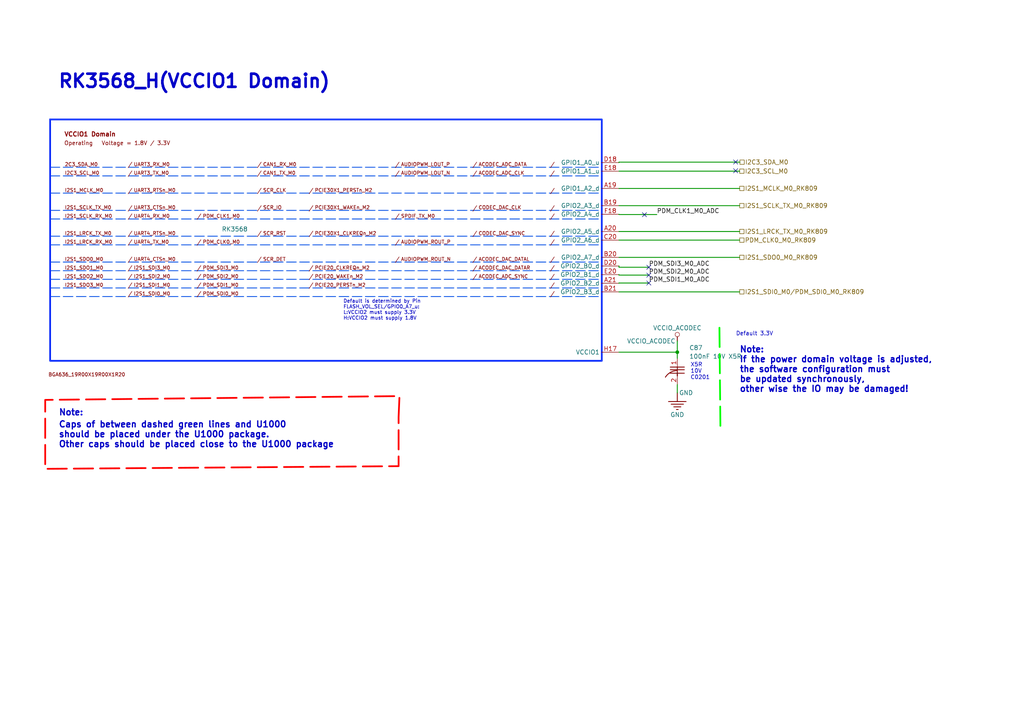
<source format=kicad_sch>
(kicad_sch (version 20230819) (generator eeschema)
  (paper "A4")
  (lib_symbols
    (symbol "cm3568 LPDDR4-altium-import:GND" (power)
      (property "Reference" "#PWR" (at 0 0 0))
      (property "Value" "GND" (at 0 6.35 0))
      (symbol "GND_0_0"
        (pin power_in line (at 0 0 0) (length 0) (name "GND") (number ""))
      )
    )
    (symbol "cm3568 LPDDR4-altium-import:VCCIO_ACODEC" (power)
      (property "Reference" "#PWR" (at 0 0 0))
      (property "Value" "VCCIO_ACODEC" (at 0 3.81 0))
      (symbol "VCCIO_ACODEC_0_0"
        (pin power_in line (at 0 0 0) (length 0) (name "VCCIO_ACODEC") (number ""))
      )
    )
    (symbol "cm3568 LPDDR4-altium-import:root_0_RK3568"
      (property "Reference" "U13" (at -65.254 58.89 0))
      (property "Value" "RK3568" (at -65.254 -10.04 0))
      (symbol "root_0_RK3568_1_0"
        (pin passive line (at 17.92 47.5 180) (length 8) (name "VDD_CPU_1") (number "J15"))
        (pin passive line (at 17.92 45 180) (length 8) (name "VDD_CPU_2") (number "K15"))
        (pin passive line (at 17.92 42.5 180) (length 8) (name "VDD_CPU_3") (number "K16"))
        (pin passive line (at 17.92 40 180) (length 8) (name "VDD_CPU_4") (number "K17"))
        (pin passive line (at 17.92 37.5 180) (length 8) (name "VDD_CPU_5") (number "K18"))
        (pin passive line (at 17.92 10 180) (length 8) (name "VDD_LOGIC_1") (number "L12"))
        (pin passive line (at 17.92 35 180) (length 8) (name "VDD_CPU_6") (number "L15"))
        (pin passive line (at 17.92 32.5 180) (length 8) (name "VDD_CPU_7") (number "L16"))
        (pin passive line (at 17.92 30 180) (length 8) (name "VDD_CPU_8") (number "L17"))
        (pin passive line (at 17.92 27.5 180) (length 8) (name "VDD_CPU_9") (number "L18"))
        (pin passive line (at 17.92 7.5 180) (length 8) (name "VDD_LOGIC_2") (number "M12"))
        (pin passive line (at 17.92 17.5 180) (length 8) (name "VDD_CPU_COM") (number "M15"))
        (pin passive line (at 17.92 25 180) (length 8) (name "VDD_CPU_10") (number "M17"))
        (pin passive line (at 17.92 -37.5 180) (length 8) (name "VDD_NPU_1") (number "M19"))
        (pin passive line (at 17.92 5 180) (length 8) (name "VDD_LOGIC_3") (number "N13"))
        (pin passive line (at 17.92 2.5 180) (length 8) (name "VDD_LOGIC_4") (number "N16"))
        (pin passive line (at 17.92 -40 180) (length 8) (name "VDD_NPU_2") (number "N19"))
        (pin passive line (at 17.92 0 180) (length 8) (name "VDD_LOGIC_5") (number "P13"))
        (pin passive line (at 17.92 -2.5 180) (length 8) (name "VDD_LOGIC_6") (number "P16"))
        (pin passive line (at 17.92 -42.5 180) (length 8) (name "VDD_NPU_3") (number "P18"))
        (pin passive line (at 17.92 -45 180) (length 8) (name "VDD_NPU_4") (number "P19"))
        (pin passive line (at 17.92 -47.5 180) (length 8) (name "VDD_NPU_5") (number "P20"))
        (pin passive line (at 17.92 -5 180) (length 8) (name "VDD_LOGIC_7") (number "R12"))
        (pin passive line (at 17.92 -20 180) (length 8) (name "VDD_GPU_1") (number "R13"))
        (pin passive line (at 17.92 -7.5 180) (length 8) (name "VDD_LOGIC_8") (number "R16"))
        (pin passive line (at 17.92 -10 180) (length 8) (name "VDD_LOGIC_9") (number "T12"))
        (pin passive line (at 17.92 -22.5 180) (length 8) (name "VDD_GPU_2") (number "T13"))
        (pin passive line (at 17.92 -12.5 180) (length 8) (name "VDD_LOGIC_10") (number "T16"))
        (pin passive line (at 17.92 -25 180) (length 8) (name "VDD_GPU_3") (number "U11"))
        (pin passive line (at 17.92 -27.5 180) (length 8) (name "VDD_GPU_4") (number "U12"))
        (pin passive line (at 17.92 -30 180) (length 8) (name "VDD_GPU_5") (number "U13"))
      )
      (symbol "root_0_RK3568_2_0"
        (pin passive line (at 17.92 77.5 180) (length 8) (name "VSS_1") (number "A1"))
        (pin passive line (at 17.92 70 180) (length 8) (name "VSS_4") (number "A10"))
        (pin passive line (at 17.92 67.5 180) (length 8) (name "VSS_5") (number "A14"))
        (pin passive line (at 17.92 65 180) (length 8) (name "VSS_6") (number "A18"))
        (pin passive line (at 17.92 62.5 180) (length 8) (name "VSS_7") (number "A28"))
        (pin passive line (at 17.92 75 180) (length 8) (name "VSS_2") (number "A3"))
        (pin passive line (at 17.92 72.5 180) (length 8) (name "VSS_3") (number "A6"))
        (pin passive line (at 17.92 55 180) (length 8) (name "VSS_10") (number "B12"))
        (pin passive line (at 17.92 52.5 180) (length 8) (name "VSS_11") (number "B16"))
        (pin passive line (at 17.92 50 180) (length 8) (name "VSS_12") (number "B23"))
        (pin passive line (at 17.92 47.5 180) (length 8) (name "VSS_13") (number "B26"))
        (pin passive line (at 17.92 60 180) (length 8) (name "VSS_8") (number "B5"))
        (pin passive line (at 17.92 57.5 180) (length 8) (name "VSS_9") (number "B9"))
        (pin passive line (at 17.92 35 180) (length 8) (name "VSS_18") (number "C11"))
        (pin passive line (at 17.92 32.5 180) (length 8) (name "VSS_19") (number "C12"))
        (pin passive line (at 17.92 30 180) (length 8) (name "VSS_20") (number "C14"))
        (pin passive line (at 17.92 27.5 180) (length 8) (name "VSS_21") (number "C15"))
        (pin passive line (at 17.92 25 180) (length 8) (name "VSS_22") (number "C17"))
        (pin passive line (at 17.92 22.5 180) (length 8) (name "VSS_23") (number "C18"))
        (pin passive line (at 17.92 20 180) (length 8) (name "VSS_24") (number "C25"))
        (pin passive line (at 17.92 45 180) (length 8) (name "VSS_14") (number "C3"))
        (pin passive line (at 17.92 42.5 180) (length 8) (name "VSS_15") (number "C6"))
        (pin passive line (at 17.92 40 180) (length 8) (name "VSS_16") (number "C8"))
        (pin passive line (at 17.92 37.5 180) (length 8) (name "VSS_17") (number "C9"))
        (pin passive line (at 17.92 15 180) (length 8) (name "VSS_26") (number "D11"))
        (pin passive line (at 17.92 17.5 180) (length 8) (name "VSS_25") (number "D2"))
        (pin passive line (at 17.92 10 180) (length 8) (name "VSS_28") (number "D28"))
        (pin passive line (at 17.92 12.5 180) (length 8) (name "VSS_27") (number "D3"))
        (pin passive line (at 17.92 7.5 180) (length 8) (name "VSS_29") (number "E3"))
        (pin passive line (at 17.92 5 180) (length 8) (name "VSS_30") (number "E7"))
        (pin passive line (at 17.92 2.5 180) (length 8) (name "VSS_31") (number "F1"))
        (pin passive line (at 17.92 -5 180) (length 8) (name "VSS_34") (number "F12"))
        (pin passive line (at 17.92 -7.5 180) (length 8) (name "VSS_35") (number "F14"))
        (pin passive line (at 17.92 -10 180) (length 8) (name "VSS_36") (number "F15"))
        (pin passive line (at 17.92 -12.5 180) (length 8) (name "VSS_37") (number "F17"))
        (pin passive line (at 17.92 0 180) (length 8) (name "VSS_32") (number "F3"))
        (pin passive line (at 17.92 -2.5 180) (length 8) (name "VSS_33") (number "F9"))
        (pin passive line (at 17.92 -25 180) (length 8) (name "VSS_42") (number "G11"))
        (pin passive line (at 17.92 -27.5 180) (length 8) (name "VSS_43") (number "G12"))
        (pin passive line (at 17.92 -30 180) (length 8) (name "VSS_44") (number "G14"))
        (pin passive line (at 17.92 -32.5 180) (length 8) (name "VSS_45") (number "G15"))
        (pin passive line (at 17.92 -35 180) (length 8) (name "VSS_46") (number "G17"))
        (pin passive line (at 17.92 -37.5 180) (length 8) (name "VSS_47") (number "G18"))
        (pin passive line (at 17.92 -40 180) (length 8) (name "VSS_48") (number "G24"))
        (pin passive line (at 17.92 -15 180) (length 8) (name "VSS_38") (number "G5"))
        (pin passive line (at 17.92 -17.5 180) (length 8) (name "VSS_39") (number "G6"))
        (pin passive line (at 17.92 -20 180) (length 8) (name "VSS_40") (number "G8"))
        (pin passive line (at 17.92 -22.5 180) (length 8) (name "VSS_41") (number "G9"))
        (pin passive line (at 17.92 -42.5 180) (length 8) (name "VSS_49") (number "H2"))
        (pin passive line (at 17.92 -45 180) (length 8) (name "VSS_50") (number "H3"))
        (pin passive line (at 17.92 -47.5 180) (length 8) (name "VSS_51") (number "H6"))
        (pin passive line (at 17.92 -55 180) (length 8) (name "VSS_54") (number "J17"))
        (pin passive line (at 17.92 -57.5 180) (length 8) (name "VSS_55") (number "J18"))
        (pin passive line (at 17.92 -60 180) (length 8) (name "VSS_56") (number "J20"))
        (pin passive line (at 17.92 -62.5 180) (length 8) (name "VSS_57") (number "J22"))
        (pin passive line (at 17.92 -65 180) (length 8) (name "VSS_58") (number "J26"))
        (pin passive line (at 17.92 -50 180) (length 8) (name "VSS_52") (number "J3"))
        (pin passive line (at 17.92 -52.5 180) (length 8) (name "VSS_53") (number "J5"))
        (pin passive line (at 17.92 -67.5 180) (length 8) (name "VSS_59") (number "K1"))
        (pin passive line (at 17.92 -70 180) (length 8) (name "VSS_60") (number "K11"))
        (pin passive line (at 17.92 -72.5 180) (length 8) (name "VSS_61") (number "K12"))
        (pin passive line (at 17.92 -75 180) (length 8) (name "VSS_62") (number "K13"))
        (pin passive line (at 17.92 -77.5 180) (length 8) (name "VSS_63") (number "K14"))
        (pin passive line (at 17.92 -80 180) (length 8) (name "VSS_64") (number "K19"))
        (pin passive line (at 17.92 -82.5 180) (length 8) (name "VSS_65") (number "L3"))
      )
      (symbol "root_0_RK3568_3_0"
        (pin passive line (at 15.42 72.5 180) (length 8) (name "VSS_68") (number "L11"))
        (pin passive line (at 15.42 70 180) (length 8) (name "VSS_69") (number "L13"))
        (pin passive line (at 15.42 67.5 180) (length 8) (name "VSS_70") (number "L14"))
        (pin passive line (at 15.42 65 180) (length 8) (name "VSS_71") (number "L19"))
        (pin passive line (at 15.42 62.5 180) (length 8) (name "VSS_72") (number "L20"))
        (pin passive line (at 15.42 60 180) (length 8) (name "VSS_73") (number "L21"))
        (pin passive line (at 15.42 77.5 180) (length 8) (name "VSS_66") (number "L5"))
        (pin passive line (at 15.42 75 180) (length 8) (name "VSS_67") (number "L8"))
        (pin passive line (at 15.42 47.5 180) (length 8) (name "VSS_78") (number "M11"))
        (pin passive line (at 15.42 45 180) (length 8) (name "VSS_79") (number "M13"))
        (pin passive line (at 15.42 42.5 180) (length 8) (name "VSS_80") (number "M14"))
        (pin passive line (at 15.42 40 180) (length 8) (name "VSS_81") (number "M16"))
        (pin passive line (at 15.42 37.5 180) (length 8) (name "VSS_82") (number "M18"))
        (pin passive line (at 15.42 57.5 180) (length 8) (name "VSS_74") (number "M2"))
        (pin passive line (at 15.42 55 180) (length 8) (name "VSS_75") (number "M3"))
        (pin passive line (at 15.42 52.5 180) (length 8) (name "VSS_76") (number "M6"))
        (pin passive line (at 15.42 50 180) (length 8) (name "VSS_77") (number "M8"))
        (pin passive line (at 15.42 35 180) (length 8) (name "VSS_83") (number "N1"))
        (pin passive line (at 15.42 32.5 180) (length 8) (name "VSS_84") (number "N12"))
        (pin passive line (at 15.42 30 180) (length 8) (name "VSS_85") (number "N14"))
        (pin passive line (at 15.42 27.5 180) (length 8) (name "VSS_86") (number "N15"))
        (pin passive line (at 15.42 25 180) (length 8) (name "VSS_87") (number "N17"))
        (pin passive line (at 15.42 22.5 180) (length 8) (name "VSS_88") (number "N18"))
        (pin passive line (at 15.42 15 180) (length 8) (name "VSS_91") (number "P12"))
        (pin passive line (at 15.42 12.5 180) (length 8) (name "VSS_92") (number "P14"))
        (pin passive line (at 15.42 10 180) (length 8) (name "VSS_93") (number "P15"))
        (pin passive line (at 15.42 7.5 180) (length 8) (name "VSS_94") (number "P17"))
        (pin passive line (at 15.42 20 180) (length 8) (name "VSS_89") (number "P3"))
        (pin passive line (at 15.42 17.5 180) (length 8) (name "VSS_90") (number "P6"))
        (pin passive line (at 15.42 0 180) (length 8) (name "VSS_97") (number "R10"))
        (pin passive line (at 15.42 -2.5 180) (length 8) (name "VSS_98") (number "R11"))
        (pin passive line (at 15.42 -5 180) (length 8) (name "VSS_99") (number "R14"))
        (pin passive line (at 15.42 -7.5 180) (length 8) (name "VSS_100") (number "R15"))
        (pin passive line (at 15.42 -10 180) (length 8) (name "VSS_101") (number "R17"))
        (pin passive line (at 15.42 -12.5 180) (length 8) (name "VSS_102") (number "R18"))
        (pin passive line (at 15.42 -15 180) (length 8) (name "VSS_103") (number "R19"))
        (pin passive line (at 15.42 5 180) (length 8) (name "VSS_95") (number "R3"))
        (pin passive line (at 15.42 2.5 180) (length 8) (name "VSS_96") (number "R6"))
        (pin passive line (at 15.42 -17.5 180) (length 8) (name "VSS_104") (number "T10"))
        (pin passive line (at 15.42 -20 180) (length 8) (name "VSS_105") (number "T11"))
        (pin passive line (at 15.42 -22.5 180) (length 8) (name "VSS_106") (number "T14"))
        (pin passive line (at 15.42 -25 180) (length 8) (name "VSS_107") (number "T15"))
        (pin passive line (at 15.42 -27.5 180) (length 8) (name "VSS_108") (number "T17"))
        (pin passive line (at 15.42 -30 180) (length 8) (name "VSS_109") (number "T18"))
        (pin passive line (at 15.42 -32.5 180) (length 8) (name "VSS_110") (number "T19"))
        (pin passive line (at 15.42 -35 180) (length 8) (name "VSS_111") (number "U1"))
        (pin passive line (at 15.42 -45 180) (length 8) (name "VSS_115") (number "U10"))
        (pin passive line (at 15.42 -47.5 180) (length 8) (name "VSS_116") (number "U14"))
        (pin passive line (at 15.42 -50 180) (length 8) (name "VSS_117") (number "U15"))
        (pin passive line (at 15.42 -52.5 180) (length 8) (name "VSS_118") (number "U16"))
        (pin passive line (at 15.42 -55 180) (length 8) (name "VSS_119") (number "U17"))
        (pin passive line (at 15.42 -57.5 180) (length 8) (name "VSS_120") (number "U18"))
        (pin passive line (at 15.42 -37.5 180) (length 8) (name "VSS_112") (number "U6"))
        (pin passive line (at 15.42 -40 180) (length 8) (name "VSS_113") (number "U7"))
        (pin passive line (at 15.42 -42.5 180) (length 8) (name "VSS_114") (number "U8"))
        (pin passive line (at 15.42 -67.5 180) (length 8) (name "VSS_124") (number "V13"))
        (pin passive line (at 15.42 -60 180) (length 8) (name "VSS_121") (number "V3"))
        (pin passive line (at 15.42 -62.5 180) (length 8) (name "VSS_122") (number "V8"))
        (pin passive line (at 15.42 -65 180) (length 8) (name "VSS_123") (number "V9"))
        (pin passive line (at 15.42 -70 180) (length 8) (name "VSS_125") (number "W10"))
        (pin passive line (at 15.42 -72.5 180) (length 8) (name "VSS_126") (number "W11"))
        (pin passive line (at 15.42 -75 180) (length 8) (name "VSS_127") (number "W12"))
        (pin passive line (at 15.42 -77.5 180) (length 8) (name "VSS_128") (number "W13"))
        (pin passive line (at 15.42 -80 180) (length 8) (name "VSS_129") (number "Y8"))
        (pin passive line (at 15.42 -82.5 180) (length 8) (name "VSS_130") (number "Y9"))
      )
      (symbol "root_0_RK3568_4_0"
        (pin passive line (at 15 7.5 180) (length 8) (name "VSS_135") (number "AA23"))
        (pin passive line (at 15 12.5 180) (length 8) (name "VSS_133") (number "AA4"))
        (pin passive line (at 15 10 180) (length 8) (name "VSS_134") (number "AA9"))
        (pin passive line (at 15 5 180) (length 8) (name "VSS_136") (number "AB2"))
        (pin passive line (at 15 2.5 180) (length 8) (name "VSS_137") (number "AB6"))
        (pin passive line (at 15 0 180) (length 8) (name "VSS_138") (number "AD3"))
        (pin passive line (at 15 -5 180) (length 8) (name "VSS_140") (number "AE21"))
        (pin passive line (at 15 -2.5 180) (length 8) (name "VSS_139") (number "AE6"))
        (pin passive line (at 15 -10 180) (length 8) (name "VSS_142") (number "AF26"))
        (pin passive line (at 15 -7.5 180) (length 8) (name "VSS_141") (number "AF3"))
        (pin passive line (at 15 -12.5 180) (length 8) (name "VSS_143") (number "AG5"))
        (pin passive line (at 15 -15 180) (length 8) (name "VSS_144") (number "AH1"))
        (pin passive line (at 15 -20 180) (length 8) (name "VSS_146") (number "AH28"))
        (pin passive line (at 15 -17.5 180) (length 8) (name "VSS_145") (number "AH8"))
        (pin passive line (at 15 17.5 180) (length 8) (name "VSS_131") (number "Y11"))
        (pin passive line (at 15 15 180) (length 8) (name "VSS_132") (number "Y12"))
      )
      (symbol "root_0_RK3568_5_0"
        (pin passive line (at 17.5 15 180) (length 8) (name "AVSS_24") (number "AA12"))
        (pin passive line (at 17.5 12.5 180) (length 8) (name "AVSS_25") (number "AA14"))
        (pin passive line (at 17.5 10 180) (length 8) (name "AVSS_26") (number "AA15"))
        (pin passive line (at 17.5 7.5 180) (length 8) (name "AVSS_27") (number "AA17"))
        (pin passive line (at 17.5 5 180) (length 8) (name "AVSS_28") (number "AA24"))
        (pin passive line (at 17.5 2.5 180) (length 8) (name "AVSS_29") (number "AA26"))
        (pin passive line (at 17.5 0 180) (length 8) (name "AVSS_30") (number "AB11"))
        (pin passive line (at 17.5 -2.5 180) (length 8) (name "AVSS_31") (number "AB12"))
        (pin passive line (at 17.5 -5 180) (length 8) (name "AVSS_32") (number "AB14"))
        (pin passive line (at 17.5 -7.5 180) (length 8) (name "AVSS_33") (number "AB15"))
        (pin passive line (at 17.5 -10 180) (length 8) (name "AVSS_34") (number "AB17"))
        (pin passive line (at 17.5 -15 180) (length 8) (name "AVSS_36") (number "AC11"))
        (pin passive line (at 17.5 -17.5 180) (length 8) (name "AVSS_37") (number "AC12"))
        (pin passive line (at 17.5 -20 180) (length 8) (name "AVSS_38") (number "AC15"))
        (pin passive line (at 17.5 -22.5 180) (length 8) (name "AVSS_39") (number "AC18"))
        (pin passive line (at 17.5 -25 180) (length 8) (name "AVSS_40") (number "AC25"))
        (pin passive line (at 17.5 -27.5 180) (length 8) (name "AVSS_41") (number "AC26"))
        (pin passive line (at 17.5 -12.5 180) (length 8) (name "AVSS_35") (number "AC9"))
        (pin passive line (at 17.5 -30 180) (length 8) (name "AVSS_42") (number "AD26"))
        (pin passive line (at 17.5 -32.5 180) (length 8) (name "AVSS_43") (number "AE14"))
        (pin passive line (at 17.5 -35 180) (length 8) (name "AVSS_44") (number "AE17"))
        (pin passive line (at 17.5 -37.5 180) (length 8) (name "AVSS_45") (number "AE20"))
        (pin passive line (at 17.5 -40 180) (length 8) (name "AVSS_46") (number "AE27"))
        (pin passive line (at 17.5 -42.5 180) (length 8) (name "AVSS_47") (number "AE28"))
        (pin passive line (at 17.5 -47.5 180) (length 8) (name "AVSS_49") (number "AF11"))
        (pin passive line (at 17.5 -50 180) (length 8) (name "AVSS_50") (number "AF12"))
        (pin passive line (at 17.5 -52.5 180) (length 8) (name "AVSS_51") (number "AF14"))
        (pin passive line (at 17.5 -55 180) (length 8) (name "AVSS_52") (number "AF15"))
        (pin passive line (at 17.5 -57.5 180) (length 8) (name "AVSS_53") (number "AF17"))
        (pin passive line (at 17.5 -60 180) (length 8) (name "AVSS_54") (number "AF18"))
        (pin passive line (at 17.5 -62.5 180) (length 8) (name "AVSS_55") (number "AF20"))
        (pin passive line (at 17.5 -65 180) (length 8) (name "AVSS_56") (number "AF21"))
        (pin passive line (at 17.5 -45 180) (length 8) (name "AVSS_48") (number "AF9"))
        (pin passive line (at 17.5 -67.5 180) (length 8) (name "AVSS_57") (number "AG18"))
        (pin passive line (at 17.5 -70 180) (length 8) (name "AVSS_58") (number "AH18"))
        (pin passive line (at 17.5 -72.5 180) (length 8) (name "AVSS_59") (number "AH23"))
        (pin passive line (at 17.5 72.5 180) (length 8) (name "AVSS_1") (number "J27"))
        (pin passive line (at 17.5 70 180) (length 8) (name "AVSS_2") (number "L24"))
        (pin passive line (at 17.5 67.5 180) (length 8) (name "AVSS_3") (number "L26"))
        (pin passive line (at 17.5 65 180) (length 8) (name "AVSS_4") (number "M21"))
        (pin passive line (at 17.5 62.5 180) (length 8) (name "AVSS_5") (number "M26"))
        (pin passive line (at 17.5 60 180) (length 8) (name "AVSS_6") (number "N28"))
        (pin passive line (at 17.5 57.5 180) (length 8) (name "AVSS_7") (number "P21"))
        (pin passive line (at 17.5 55 180) (length 8) (name "AVSS_8") (number "P26"))
        (pin passive line (at 17.5 52.5 180) (length 8) (name "AVSS_9") (number "R23"))
        (pin passive line (at 17.5 50 180) (length 8) (name "AVSS_10") (number "R26"))
        (pin passive line (at 17.5 47.5 180) (length 8) (name "AVSS_11") (number "U23"))
        (pin passive line (at 17.5 45 180) (length 8) (name "AVSS_12") (number "U26"))
        (pin passive line (at 17.5 42.5 180) (length 8) (name "AVSS_13") (number "V14"))
        (pin passive line (at 17.5 40 180) (length 8) (name "AVSS_14") (number "V15"))
        (pin passive line (at 17.5 37.5 180) (length 8) (name "AVSS_15") (number "V16"))
        (pin passive line (at 17.5 35 180) (length 8) (name "AVSS_16") (number "V22"))
        (pin passive line (at 17.5 32.5 180) (length 8) (name "AVSS_17") (number "V23"))
        (pin passive line (at 17.5 30 180) (length 8) (name "AVSS_18") (number "V26"))
        (pin passive line (at 17.5 27.5 180) (length 8) (name "AVSS_19") (number "W17"))
        (pin passive line (at 17.5 25 180) (length 8) (name "AVSS_20") (number "Y18"))
        (pin passive line (at 17.5 22.5 180) (length 8) (name "AVSS_21") (number "Y23"))
        (pin passive line (at 17.5 20 180) (length 8) (name "AVSS_22") (number "Y24"))
        (pin passive line (at 17.5 17.5 180) (length 8) (name "AVSS_23") (number "Y26"))
      )
      (symbol "root_0_RK3568_6_0"
        (text "/  DDR4_DML_A               /  LPDDR4_DM0_A             /  DDR3_DM0            /  LPDDR3_DM1" (at 7.366 -13.716 0) (effects (font (size 1.143 1.143)) (justify left bottom)))
        (text "/  DDR4_DML_B               /  LPDDR4_DM1_B             /  DDR3_DM3            /  LPDDR3_DM2" (at 7.366 -126.238 0) (effects (font (size 1.143 1.143)) (justify left bottom)))
        (text "/  DDR4_DMU_A               /  LPDDR4_DM1_A             /  DDR3_DM1            /  LPDDR3_DM3" (at 7.366 -51.054 0) (effects (font (size 1.143 1.143)) (justify left bottom)))
        (text "/  DDR4_DMU_B              /  LPDDR4_DM0_B             /  DDR3_DM2            /  LPDDR3_DM0" (at 7.366 -88.392 0) (effects (font (size 1.143 1.143)) (justify left bottom)))
        (text "/  DDR4_DQL0_A              /  LPDDR4_DQ0_A              /  DDR3_DQ0            /  LPDDR3_DQ15" (at 7.366 9.144 0) (effects (font (size 1.143 1.143)) (justify left bottom)))
        (text "/  DDR4_DQL0_B              /  LPDDR4_DQ8_B              /  DDR3_DQ24          /  LPDDR3_DQ18" (at 7.366 -103.632 0) (effects (font (size 1.143 1.143)) (justify left bottom)))
        (text "/  DDR4_DQL1_A              /  LPDDR4_DQ7_A              /  DDR3_DQ7            /  LPDDR3_DQ11" (at 7.366 -8.89 0) (effects (font (size 1.143 1.143)) (justify left bottom)))
        (text "/  DDR4_DQL1_B              /  LPDDR4_DQ14_B            /  DDR3_DQ30          /  LPDDR3_DQ20" (at 7.366 -118.836 0) (effects (font (size 1.143 1.143)) (justify left bottom)))
        (text "/  DDR4_DQL2_A              /  LPDDR4_DQ1_A              /  DDR3_DQ1            /  LPDDR3_DQ14" (at 7.366 6.568 0) (effects (font (size 1.143 1.143)) (justify left bottom)))
        (text "/  DDR4_DQL2_B              /  LPDDR4_DQ8_B              /  DDR3_DQ25          /  LPDDR3_DQ19" (at 7.366 -106.172 0) (effects (font (size 1.143 1.143)) (justify left bottom)))
        (text "/  DDR4_DQL3_A              /  LPDDR4_DQ6_A              /  DDR3_DQ6            /  LPDDR3_DQ8" (at 7.366 -6.314 0) (effects (font (size 1.143 1.143)) (justify left bottom)))
        (text "/  DDR4_DQL3_B              /  LPDDR4_DQ15_B            /  DDR3_DQ31          /  LPDDR3_DQ21" (at 7.366 -121.412 0) (effects (font (size 1.143 1.143)) (justify left bottom)))
        (text "/  DDR4_DQL4_A              /  LPDDR4_DQ2_A              /  DDR3_DQ2            /  LPDDR3_DQ10" (at 7.366 3.991 0) (effects (font (size 1.143 1.143)) (justify left bottom)))
        (text "/  DDR4_DQL4_B              /  LPDDR4_DQ10_B            /  DDR3_DQ26          /  LPDDR3_DQ22" (at 7.366 -108.712 0) (effects (font (size 1.143 1.143)) (justify left bottom)))
        (text "/  DDR4_DQL5_A              /  LPDDR4_DQ5_A              /  DDR3_DQ5            /  LPDDR3_DQ12" (at 7.366 -3.737 0) (effects (font (size 1.143 1.143)) (justify left bottom)))
        (text "/  DDR4_DQL5_B              /  LPDDR4_DQ13_B            /  DDR3_DQ29          /  LPDDR3_DQ17" (at 7.366 -116.259 0) (effects (font (size 1.143 1.143)) (justify left bottom)))
        (text "/  DDR4_DQL6_A              /  LPDDR4_DQ3_A              /  DDR3_DQ3            /  LPDDR3_DQ9" (at 7.366 1.415 0) (effects (font (size 1.143 1.143)) (justify left bottom)))
        (text "/  DDR4_DQL6_B              /  LPDDR4_DQ11_B            /  DDR3_DQ27          /  LPDDR3_DQ23" (at 7.366 -111.107 0) (effects (font (size 1.143 1.143)) (justify left bottom)))
        (text "/  DDR4_DQL7_A              /  LPDDR4_DQ4_A              /  DDR3_DQ4            /  LPDDR3_DQ13" (at 7.366 -1.161 0) (effects (font (size 1.143 1.143)) (justify left bottom)))
        (text "/  DDR4_DQL7_B              /  LPDDR4_DQ12_B            /  DDR3_DQ28          /  LPDDR3_DQ16" (at 7.366 -113.683 0) (effects (font (size 1.143 1.143)) (justify left bottom)))
        (text "/  DDR4_DQSL_N_A       /  LPDDR4_DQS0N_A         /  DDR3_DQS0N        /  LPDDR3_DQS1N" (at 7.366 -21.082 0) (effects (font (size 1.143 1.143)) (justify left bottom)))
        (text "/  DDR4_DQSL_N_B         /  LPDDR4_DQS1N_B         /  DDR3_DQS3N        /  LPDDR3_DQS2N" (at 7.366 -133.604 0) (effects (font (size 1.143 1.143)) (justify left bottom)))
        (text "/  DDR4_DQSL_P_A        /  LPDDR4_DQS0P_A          /  DDR3_DQS0P        /  LPDDR3_DQS1P" (at 7.366 -18.506 0) (effects (font (size 1.143 1.143)) (justify left bottom)))
        (text "/  DDR4_DQSL_P_B          /  LPDDR4_DQS1P_B          /  DDR3_DQS3P        /  LPDDR3_DQS2P" (at 7.366 -131.028 0) (effects (font (size 1.143 1.143)) (justify left bottom)))
        (text "/  DDR4_DQSU_N_A       /  LPDDR4_DQS1N_A        /  DDR3_DQS1N        /  LPDDR3_DQS3N" (at 7.366 -58.42 0) (effects (font (size 1.143 1.143)) (justify left bottom)))
        (text "/  DDR4_DQSU_N_B        /  LPDDR4_DQS0N_B         /  DDR3_DQS2N        /  LPDDR3_DQS0N" (at 7.366 -95.758 0) (effects (font (size 1.143 1.143)) (justify left bottom)))
        (text "/  DDR4_DQSU_P_A        /  LPDDR4_DQS1P_A         /  DDR3_DQS1P        /  LPDDR3_DQS3P" (at 7.366 -55.844 0) (effects (font (size 1.143 1.143)) (justify left bottom)))
        (text "/  DDR4_DQSU_P_B        /  LPDDR4_DQS0P_B         /  DDR3_DQS2P        /  LPDDR3_DQS0P" (at 7.366 -93.182 0) (effects (font (size 1.143 1.143)) (justify left bottom)))
        (text "/  DDR4_DQU0_A             /  LPDDR4_DQ15_A            /  DDR3_DQ15          /  LPDDR3_DQ27" (at 7.366 -46.228 0) (effects (font (size 1.143 1.143)) (justify left bottom)))
        (text "/  DDR4_DQU0_B             /  LPDDR4_DQ4_B              /  DDR3_DQ20          /  LPDDR3_DQ2" (at 7.366 -75.837 0) (effects (font (size 1.143 1.143)) (justify left bottom)))
        (text "/  DDR4_DQU1_A             /  LPDDR4_DQ9_A              /  DDR3_DQ9            /  LPDDR3_DQ24" (at 7.366 -30.77 0) (effects (font (size 1.143 1.143)) (justify left bottom)))
        (text "/  DDR4_DQU1_B             /  LPDDR4_DQ3_B              /  DDR3_DQ19          /  LPDDR3_DQ4" (at 7.366 -73.261 0) (effects (font (size 1.143 1.143)) (justify left bottom)))
        (text "/  DDR4_DQU2_A             /  LPDDR4_DQ12_A            /  DDR3_DQ12          /  LPDDR3_DQ26" (at 7.366 -38.499 0) (effects (font (size 1.143 1.143)) (justify left bottom)))
        (text "/  DDR4_DQU2_B             /  LPDDR4_DQ7_B              /  DDR3_DQ23          /  LPDDR3_DQ0" (at 7.366 -83.566 0) (effects (font (size 1.143 1.143)) (justify left bottom)))
        (text "/  DDR4_DQU3_A             /  LPDDR4_DQ8_A              /  DDR3_DQ8            /  LPDDR3_DQ25" (at 7.366 -28.448 0) (effects (font (size 1.143 1.143)) (justify left bottom)))
        (text "/  DDR4_DQU3_B             /  LPDDR4_DQ2_B              /  DDR3_DQ18          /  LPDDR3_DQ6" (at 7.366 -70.685 0) (effects (font (size 1.143 1.143)) (justify left bottom)))
        (text "/  DDR4_DQU4_A             /  LPDDR4_DQ13_A            /  DDR3_DQ13          /  LPDDR3_DQ31" (at 7.366 -41.075 0) (effects (font (size 1.143 1.143)) (justify left bottom)))
        (text "/  DDR4_DQU4_B             /  LPDDR4_DQ6_B              /  DDR3_DQ22          /  LPDDR3_DQ7" (at 7.366 -80.99 0) (effects (font (size 1.143 1.143)) (justify left bottom)))
        (text "/  DDR4_DQU5_A             /  LPDDR4_DQ11_A            /  DDR3_DQ11          /  LPDDR3_DQ29" (at 7.366 -35.923 0) (effects (font (size 1.143 1.143)) (justify left bottom)))
        (text "/  DDR4_DQU5_B             /  LPDDR4_DQ1_B              /  DDR3_DQ17          /  LPDDR3_DQ5" (at 7.366 -68.108 0) (effects (font (size 1.143 1.143)) (justify left bottom)))
        (text "/  DDR4_DQU6_A             /  LPDDR4_DQ14_A            /  DDR3_DQ14          /  LPDDR3_DQ30" (at 7.366 -43.652 0) (effects (font (size 1.143 1.143)) (justify left bottom)))
        (text "/  DDR4_DQU6_B             /  LPDDR4_DQ5_B              /  DDR3_DQ21          /  LPDDR3_DQ3" (at 7.366 -78.413 0) (effects (font (size 1.143 1.143)) (justify left bottom)))
        (text "/  DDR4_DQU7_A             /  LPDDR4_DQ10_A            /  DDR3_DQ10          /  LPDDR3_DQ28" (at 7.366 -33.347 0) (effects (font (size 1.143 1.143)) (justify left bottom)))
        (text "/  DDR4_DQU7_B             /  LPDDR4_DQ0_B              /  DDR3_DQ16          /  LPDDR3_DQ1" (at 7.366 -65.786 0) (effects (font (size 1.143 1.143)) (justify left bottom)))
        (text "/  DDR4_ECC_DM            /  --                                         /  DDR3_ECC_DM" (at 7.366 -163.322 0) (effects (font (size 1.143 1.143)) (justify left bottom)))
        (text "/  DDR4_ECC_DQ0           /  --                                         /  DDR3_ECC_DQ1" (at 7.366 -143.256 0) (effects (font (size 1.143 1.143)) (justify left bottom)))
        (text "/  DDR4_ECC_DQ1           /  --                                         /  DDR3_ECC_DQ3" (at 7.366 -148.191 0) (effects (font (size 1.143 1.143)) (justify left bottom)))
        (text "/  DDR4_ECC_DQ2           /  --                                         /  DDR3_ECC_DQ2" (at 7.366 -145.796 0) (effects (font (size 1.143 1.143)) (justify left bottom)))
        (text "/  DDR4_ECC_DQ3           /  --                                         /  DDR3_ECC_DQ6" (at 7.366 -155.92 0) (effects (font (size 1.143 1.143)) (justify left bottom)))
        (text "/  DDR4_ECC_DQ4           /  --                                         /  DDR3_ECC_DQ5" (at 7.366 -153.343 0) (effects (font (size 1.143 1.143)) (justify left bottom)))
        (text "/  DDR4_ECC_DQ5           /  --                                         /  DDR3_ECC_DQ7" (at 7.366 -158.496 0) (effects (font (size 1.143 1.143)) (justify left bottom)))
        (text "/  DDR4_ECC_DQ6           /  --                                         /  DDR3_ECC_DQ4" (at 7.366 -150.767 0) (effects (font (size 1.143 1.143)) (justify left bottom)))
        (text "/  DDR4_ECC_DQ7           /  --                                         /  DDR3_ECC_DQ0" (at 7.366 -140.716 0) (effects (font (size 1.143 1.143)) (justify left bottom)))
        (text "/  DDR4_ECC_DQS_N     /  --                                         /  DDR3_ECC_DQS_N" (at 7.366 -170.688 0) (effects (font (size 1.143 1.143)) (justify left bottom)))
        (text "/  DDR4_ECC_DQS_P      /  --                                         /  DDR3_ECC_DQS_P" (at 7.366 -168.112 0) (effects (font (size 1.143 1.143)) (justify left bottom)))
        (text "=0.6V" (at 170 -162.5 0) (effects (font (size 1.27 1.27) bold) (justify left bottom)))
        (text "=1.1V" (at 170 -160 0) (effects (font (size 1.27 1.27)) (justify left bottom)))
        (text "=1.1V" (at 170 -135 0) (effects (font (size 1.27 1.27)) (justify left bottom)))
        (text "=1.1V" (at 170 -132.5 0) (effects (font (size 1.27 1.27)) (justify left bottom)))
        (text "=1.2V" (at 170 -157.5 0) (effects (font (size 1.27 1.27)) (justify left bottom)))
        (text "=1.2V" (at 170 -155 0) (effects (font (size 1.27 1.27)) (justify left bottom)))
        (text "=1.2V" (at 170 -130 0) (effects (font (size 1.27 1.27)) (justify left bottom)))
        (text "=1.2V" (at 170 -127.5 0) (effects (font (size 1.27 1.27)) (justify left bottom)))
        (text "=1.35V" (at 170 -150 0) (effects (font (size 1.27 1.27)) (justify left bottom)))
        (text "=1.35V" (at 170 -122.5 0) (effects (font (size 1.27 1.27)) (justify left bottom)))
        (text "=1.5V" (at 170 -152.5 0) (effects (font (size 1.27 1.27)) (justify left bottom)))
        (text "=1.5V" (at 170 -125 0) (effects (font (size 1.27 1.27)) (justify left bottom)))
        (text "DDR3" (at 55.88 14.224 0) (effects (font (size 1.27 1.27) bold) (justify left bottom)))
        (text "DDR3" (at 152.908 14.224 0) (effects (font (size 1.27 1.27) bold) (justify left bottom)))
        (text "DDR3" (at 157.5 -152.5 0) (effects (font (size 1.27 1.27)) (justify left bottom)))
        (text "DDR3" (at 157.5 -125 0) (effects (font (size 1.27 1.27)) (justify left bottom)))
        (text "DDR3L" (at 157.5 -150 0) (effects (font (size 1.27 1.27)) (justify left bottom)))
        (text "DDR3L" (at 157.5 -122.5 0) (effects (font (size 1.27 1.27)) (justify left bottom)))
        (text "DDR4" (at 8.89 14.224 0) (effects (font (size 1.27 1.27) bold) (justify left bottom)))
        (text "DDR4" (at 99.568 14.224 0) (effects (font (size 1.27 1.27) bold) (justify left bottom)))
        (text "DDR4" (at 157.5 -155 0) (effects (font (size 1.27 1.27)) (justify left bottom)))
        (text "DDR4" (at 157.5 -127.5 0) (effects (font (size 1.27 1.27)) (justify left bottom)))
        (text "DDR4_14_WEn                     /  LPDDR4_A4_A                       /  DDR3_A15                 /  LPDDR3_A5                    /" (at 99.314 -33.69 0) (effects (font (size 1.143 1.143)) (justify left bottom)))
        (text "DDR4_A0                              /  LPDDR4_CLKP_B                /  DDR3_A9                    /  ---                                      /" (at 99.314 8.89 0) (effects (font (size 1.143 1.143) bold) (justify left bottom)))
        (text "DDR4_A1                              /  ---                                              /  DDR3_A2                    /  ---                                      /" (at 99.314 6.35 0) (effects (font (size 1.143 1.143)) (justify left bottom)))
        (text "DDR4_A10                            /  LPDDR4_CKE0_B                  /  DDR3_A10                  /  ---                                      /" (at 99.314 -21.19 0) (effects (font (size 1.143 1.143)) (justify left bottom)))
        (text "DDR4_A11                            /  LPDDR4_A0_A                       /  DDR3_A7                    /  LPDDR3_A8                    /" (at 99.314 -23.73 0) (effects (font (size 1.143 1.143)) (justify left bottom)))
        (text "DDR4_A12                            /  LPDDR4_A3_A                       /  DDR3_BA2                 /  ---                                      /" (at 99.314 -28.61 0) (effects (font (size 1.143 1.143)) (justify left bottom)))
        (text "DDR4_A13                            /  LPDDR4_A0_A                       /  DDR3_A14                  /  LPDDR3_A0                   /" (at 99.314 -31.15 0) (effects (font (size 1.143 1.143)) (justify left bottom)))
        (text "DDR4_A15_CASn                /  LPDDR4_A2_A                       /  DDR3_A0                   /  ---                                      /" (at 99.314 -36.23 0) (effects (font (size 1.143 1.143)) (justify left bottom)))
        (text "DDR4_A16_RASn                /  LPDDR4_A5_A                       /  DDR3_RASn               /  LPDDR3_A7                    /" (at 99.314 -41.11 0) (effects (font (size 1.143 1.143)) (justify left bottom)))
        (text "DDR4_A2                              /  LPDDR4_A1_A                       /  DDR3_A4                    /  LPDDR3_A6                    /" (at 99.314 3.81 0) (effects (font (size 1.143 1.143)) (justify left bottom)))
        (text "DDR4_A3                              /  LPDDR4_CKE1_A                  /  DDR3_A3                    /  ---                                      /" (at 99.314 1.27 0) (effects (font (size 1.143 1.143)) (justify left bottom)))
        (text "DDR4_A4                              /  LPDDR4_A3_B                       /  DDR3_BA1                 /  LPDDR3_A3                    /" (at 99.314 -3.61 0) (effects (font (size 1.143 1.143)) (justify left bottom)))
        (text "DDR4_A5                              /  LPDDR4_A5_B                       /  DDR3_A11                  /  LPDDR3_A2                    /" (at 99.314 -6.15 0) (effects (font (size 1.143 1.143)) (justify left bottom)))
        (text "DDR4_A6                              /  LPDDR4_A1_B                       /  DDR3_A13                  /  LPDDR3_A1                    /" (at 99.314 -8.69 0) (effects (font (size 1.143 1.143)) (justify left bottom)))
        (text "DDR4_A7                              /  LPDDR4_ODT0_CA_B          /  DDR3_A8                    /  ---                                      /" (at 99.314 -11.23 0) (effects (font (size 1.143 1.143)) (justify left bottom)))
        (text "DDR4_A8                              /  LPDDR4_ODT0_CA_A           /  DDR3_A6                    /  LPDDR3_A9                   /" (at 99.314 -16.11 0) (effects (font (size 1.143 1.143)) (justify left bottom)))
        (text "DDR4_A9                              /  LPDDR4_CLKN_B                /  DDR3_A5                    /  ---                                     /" (at 99.314 -18.65 0) (effects (font (size 1.143 1.143) bold) (justify left bottom)))
        (text "DDR4_ACTn                         /  LPDDR4_CKE1_B                  /  DDR3_CASn               /  ---                                      /" (at 99.314 -43.65 0) (effects (font (size 1.143 1.143)) (justify left bottom)))
        (text "DDR4_BA0                           /  LPDDR4_A2_B                       /  DDR3_A1                    /  ---                                      /" (at 99.314 -46.19 0) (effects (font (size 1.143 1.143)) (justify left bottom)))
        (text "DDR4_BA1                           /  LPDDR4_A4_B                       /  DDR3_A12                  /  LPDDR3_A4                    /" (at 99.314 -48.73 0) (effects (font (size 1.143 1.143)) (justify left bottom)))
        (text "DDR4_BG0                           /  LPDDR4_ODT1_CA_B          /  DDR3_WEn                 /  ---                                      /" (at 99.314 -53.61 0) (effects (font (size 1.143 1.143)) (justify left bottom)))
        (text "DDR4_BG1                           /  LPDDR4_ODT1_CA_A          /  DDR3_BA0                  /  ---                                      /" (at 99.314 -56.15 0) (effects (font (size 1.143 1.143)) (justify left bottom)))
        (text "DDR4_CKE                           /  LPDDR4_CKE0_A                 /  DDR3_CKE                 /  LPDDR3_CKE                 /" (at 99.314 -58.65 0) (effects (font (size 1.143 1.143)) (justify left bottom)))
        (text "DDR4_CLKN                      /  LPDDR4_CLKN_A                 /  DDR3_CLKN            /  LPDDR3_CLKN             /" (at 99.314 -66.19 0) (effects (font (size 1.143 1.143) bold) (justify left bottom)))
        (text "DDR4_CLKP                       /  LPDDR4_CLKP_A                 /  DDR3_CLKP             /  LPDDR3_CLKP             /" (at 99.314 -63.65 0) (effects (font (size 1.143 1.143) bold) (justify left bottom)))
        (text "DDR4_CS0n                         /  LPDDR4_CS0n_A                     /  DDR3_ODT1             /  LPDDR3_ODT0              /" (at 99.314 -71.11 0) (effects (font (size 1.143 1.143)) (justify left bottom)))
        (text "DDR4_CS1n                         /  LPDDR4_CS1n_A                     /  DDR3_CASn             /  LPDDR3_ODT1              /" (at 99.314 -73.65 0) (effects (font (size 1.143 1.143)) (justify left bottom)))
        (text "DDR4_ODT0                       /  LPDDR4_CS1n_B                     /  DDR3_ODT0             /  LPDDR3_CS1n               /" (at 99.314 -76.19 0) (effects (font (size 1.143 1.143)) (justify left bottom)))
        (text "DDR4_ODT1                       /  LPDDR4_CS0n_B                     /  DDR3_CS0n              /  LPDDR3_CS0n               /" (at 99.314 -78.69 0) (effects (font (size 1.143 1.143)) (justify left bottom)))
        (text "DDR4_RESETn                   /  LPDDR4_RESETn                    /  DDR3_RESETn         /  ---                                     /" (at 99.314 -83.73 0) (effects (font (size 1.143 1.143)) (justify left bottom)))
        (text "LPDDR3" (at 74.422 14.224 0) (effects (font (size 1.27 1.27) bold) (justify left bottom)))
        (text "LPDDR3" (at 157.5 -157.5 0) (effects (font (size 1.27 1.27)) (justify left bottom)))
        (text "LPDDR3" (at 157.5 -130 0) (effects (font (size 1.27 1.27)) (justify left bottom)))
        (text "LPDDR3" (at 173.736 14.224 0) (effects (font (size 1.27 1.27) bold) (justify left bottom)))
        (text "LPDDR4" (at 31.75 14.224 0) (effects (font (size 1.27 1.27) bold) (justify left bottom)))
        (text "LPDDR4" (at 125.476 14.224 0) (effects (font (size 1.27 1.27) bold) (justify left bottom)))
        (text "LPDDR4" (at 157.5 -160 0) (effects (font (size 1.27 1.27)) (justify left bottom)))
        (text "LPDDR4" (at 157.5 -132.5 0) (effects (font (size 1.27 1.27)) (justify left bottom)))
        (text "LPDDR4x" (at 157.5 -162.5 0) (effects (font (size 1.27 1.27)) (justify left bottom)))
        (text "LPDDR4x" (at 157.5 -135 0) (effects (font (size 1.27 1.27)) (justify left bottom)))
        (pin passive line (at -15.92 -92.5 0) (length 6) (name "DDR_DQS0P_B") (number "A11"))
        (pin passive line (at -15.92 -75 0) (length 6) (name "DDR_DQ4_B") (number "A12"))
        (pin passive line (at -15.92 -115 0) (length 6) (name "DDR_DQ13_B") (number "A13"))
        (pin passive line (at -15.92 -132.5 0) (length 6) (name "DDR_DQS1N_B") (number "A15"))
        (pin passive line (at -15.92 -102.5 0) (length 6) (name "DDR_DQ8_B") (number "A16"))
        (pin passive line (at -15.92 -107.5 0) (length 6) (name "DDR_DQ10_B") (number "A17"))
        (pin passive line (at 210.92 -70 180) (length 6) (name "AC25") (number "A2"))
        (pin passive line (at 210.92 -65 180) (length 6) (name "AC24") (number "A4"))
        (pin passive line (at 210.92 -17.5 180) (length 6) (name "AC9") (number "A5"))
        (pin passive line (at 210.92 -7.5 180) (length 6) (name "AC6") (number "A7"))
        (pin passive line (at 210.92 -10 180) (length 6) (name "AC7") (number "A8"))
        (pin passive line (at -15.92 -67.5 0) (length 6) (name "DDR_DQ1_B") (number "A9"))
        (pin passive line (at 210.92 5 180) (length 6) (name "AC2") (number "B1"))
        (pin passive line (at -15.92 -65 0) (length 6) (name "DDR_DQ0_B") (number "B10"))
        (pin passive line (at -15.92 -95 0) (length 6) (name "DDR_DQS0N_B") (number "B11"))
        (pin passive line (at -15.92 -112.5 0) (length 6) (name "DDR_DQ12_B") (number "B13"))
        (pin passive line (at -15.92 -120 0) (length 6) (name "DDR_DQ15_B") (number "B14"))
        (pin passive line (at -15.92 -130 0) (length 6) (name "DDR_DQS1P_B") (number "B15"))
        (pin passive line (at -15.92 -105 0) (length 6) (name "DDR_DQ9_B") (number "B17"))
        (pin passive line (at -15.92 -110 0) (length 6) (name "DDR_DQ11_B") (number "B18"))
        (pin passive line (at 210.92 -72.5 180) (length 6) (name "AC26") (number "B2"))
        (pin passive line (at 210.92 -57.5 180) (length 6) (name "AC20") (number "B3"))
        (pin passive line (at 210.92 -62.5 180) (length 6) (name "AC23") (number "B4"))
        (pin passive line (at 210.92 10 180) (length 6) (name "AC0") (number "B6"))
        (pin passive line (at 210.92 -5 180) (length 6) (name "AC5") (number "B7"))
        (pin passive line (at 210.92 -30 180) (length 6) (name "AC13") (number "B8"))
        (pin passive line (at 210.92 -15 180) (length 6) (name "AC8") (number "C1"))
        (pin passive line (at 210.92 -22.5 180) (length 6) (name "AC11") (number "C2"))
        (pin passive line (at 210.92 -27.5 180) (length 6) (name "AC12") (number "C4"))
        (pin passive line (at 210.92 -32.5 180) (length 6) (name "AC14") (number "C5"))
        (pin passive line (at -15.92 2.5 0) (length 6) (name "DDR_DQ3_A") (number "D1"))
        (pin passive line (at -15.92 -70 0) (length 6) (name "DDR_DQ2_B") (number "D12"))
        (pin passive line (at -15.92 -87.5 0) (length 6) (name "DDR_DM0_B") (number "D14"))
        (pin passive line (at -15.92 -77.5 0) (length 6) (name "DDR_DQ5_B") (number "D15"))
        (pin passive line (at -15.92 -117.5 0) (length 6) (name "DDR_DQ14_B") (number "D17"))
        (pin passive line (at 210.92 -40 180) (length 6) (name "AC16") (number "D5"))
        (pin passive line (at 210.92 -20 180) (length 6) (name "AC10") (number "D6"))
        (pin passive line (at 210.92 -77.5 180) (length 6) (name "AC28") (number "D8"))
        (pin passive line (at 210.92 -2.5 180) (length 6) (name "AC4") (number "D9"))
        (pin passive line (at -15.92 7.5 0) (length 6) (name "DDR_DQ1_A") (number "E1"))
        (pin passive line (at 210.92 -45 180) (length 6) (name "AC18") (number "E11"))
        (pin passive line (at -15.92 -72.5 0) (length 6) (name "DDR_DQ3_B") (number "E12"))
        (pin passive line (at -15.92 -82.5 0) (length 6) (name "DDR_DQ7_B") (number "E14"))
        (pin passive line (at -15.92 -80 0) (length 6) (name "DDR_DQ6_B") (number "E15"))
        (pin passive line (at -15.92 -125 0) (length 6) (name "DDR_DM1_B") (number "E17"))
        (pin passive line (at -15.92 5 0) (length 6) (name "DDR_DQ2_A") (number "E2"))
        (pin passive line (at 210.92 -35 180) (length 6) (name "AC15") (number "E4"))
        (pin passive line (at 210.92 -42.5 180) (length 6) (name "AC17") (number "E6"))
        (pin passive line (at 210.92 -75 180) (length 6) (name "AC27") (number "E8"))
        (pin passive line (at 210.92 -47.5 180) (length 6) (name "AC19") (number "E9"))
        (pin passive line (at 210.92 -82.5 180) (length 6) (name "AC29") (number "F11"))
        (pin passive line (at -15.92 10 0) (length 6) (name "DDR_DQ0_A") (number "F2"))
        (pin passive line (at 210.92 2.5 180) (length 6) (name "AC3") (number "F4"))
        (pin passive line (at 210.92 7.5 180) (length 6) (name "AC1") (number "F5"))
        (pin passive line (at 210.92 -55 180) (length 6) (name "AC21") (number "F7"))
        (pin passive line (at 210.92 -52.5 180) (length 6) (name "AC20") (number "F8"))
        (pin passive line (at -15.92 -17.5 0) (length 6) (name "DDR_DQS0P_A") (number "G1"))
        (pin passive line (at -15.92 -20 0) (length 6) (name "DDR_DQS0N_A") (number "G2"))
        (pin passive line (at -15.92 -5 0) (length 6) (name "DDR_DQ6_A") (number "H1"))
        (pin passive line (at 210.92 -125 180) (length 6) (name "DDRPHY_VDDQ2") (number "H11"))
        (pin passive line (at 210.92 -127.5 180) (length 6) (name "DDRPHY_VDDQ3") (number "H12"))
        (pin passive line (at 210.92 -130 180) (length 6) (name "DDRPHY_VDDQ4") (number "H14"))
        (pin passive line (at 210.92 -132.5 180) (length 6) (name "DDRPHY_VDDQ5") (number "H15"))
        (pin passive line (at -15.92 -7.5 0) (length 6) (name "DDR_DQ7_A") (number "H4"))
        (pin passive line (at -15.92 -12.5 0) (length 6) (name "DDR_DM0_A") (number "H5"))
        (pin passive line (at 210.92 -97.5 180) (length 6) (name "DDR_RZQ") (number "H7"))
        (pin passive line (at 210.92 -122.5 180) (length 6) (name "DDRPHY_VDDQ1") (number "H9"))
        (pin passive line (at -15.92 0 0) (length 6) (name "DDR_DQ4_A") (number "J1"))
        (pin passive line (at 210.92 -150 180) (length 6) (name "DDRPHY_VDDQL1") (number "J11"))
        (pin passive line (at 210.92 -152.5 180) (length 6) (name "DDRPHY_VDDQL2") (number "J12"))
        (pin passive line (at 210.92 -155 180) (length 6) (name "DDRPHY_VDDQL3") (number "J14"))
        (pin passive line (at -15.92 -2.5 0) (length 6) (name "DDR_DQ5_A") (number "J2"))
        (pin passive line (at -15.92 -50 0) (length 6) (name "DDR_DM1_A") (number "J4"))
        (pin passive line (at -15.906 -40.012 0) (length 6) (name "DDR_DQ13_A") (number "J6"))
        (pin passive line (at -15.92 -42.5 0) (length 6) (name "DDR_DQ14_A") (number "J7"))
        (pin passive line (at 210.92 -170 180) (length 6) (name "DDR_AVSS") (number "J8"))
        (pin passive line (at 210.92 -135 180) (length 6) (name "DDRPHY_VDDQ6") (number "J9"))
        (pin passive line (at 210.92 -157.5 180) (length 6) (name "DDRPHY_VDDQL4") (number "K10"))
        (pin passive line (at -15.92 -37.5 0) (length 6) (name "DDR_DQ12_A") (number "K2"))
        (pin passive line (at -15.92 -57.5 0) (length 6) (name "DDR_DQS1N_A") (number "L1"))
        (pin passive line (at 210.92 -160 180) (length 6) (name "DDRPHY_VDDQL5") (number "L10"))
        (pin passive line (at -15.92 -55 0) (length 6) (name "DDR_DQS1P_A") (number "L2"))
        (pin passive line (at -15.92 -45 0) (length 6) (name "DDR_DQ14_A") (number "L4"))
        (pin passive line (at -15.92 -35 0) (length 6) (name "DDR_DQ11_A") (number "L6"))
        (pin passive line (at -15.92 -32.5 0) (length 6) (name "DDR_DQ10_A") (number "L7"))
        (pin passive line (at 210.92 -137.5 180) (length 6) (name "DDRPHY_VDDQ7") (number "L9"))
        (pin passive line (at -15.92 -27.5 0) (length 6) (name "DDR_DQ8_A") (number "M1"))
        (pin passive line (at 210.92 -162.5 180) (length 6) (name "DDRPHY_VDDQL6") (number "M10"))
        (pin passive line (at -15.92 -142.5 0) (length 6) (name "DDR_ECC_DQ1") (number "M4"))
        (pin passive line (at -15.92 -145 0) (length 6) (name "DDR_ECC_DQ2") (number "M5"))
        (pin passive line (at -15.92 -150 0) (length 6) (name "DDR_ECC_DQ4") (number "M7"))
        (pin passive line (at 210.92 -140 180) (length 6) (name "DDRPHY_VDDQ8") (number "M9"))
        (pin passive line (at -15.92 -30 0) (length 6) (name "DDR_DQ9_A") (number "N2"))
        (pin passive line (at -15.92 -170 0) (length 6) (name "DDR_ECC_DQS_N") (number "P1"))
        (pin passive line (at -15.92 -167.5 0) (length 6) (name "DDR_ECC_DQS_P") (number "P2"))
        (pin passive line (at -15.92 -155 0) (length 6) (name "DDR_ECC_DQ6") (number "P4"))
        (pin passive line (at -15.92 -140 0) (length 6) (name "DDR_ECC_DQ0") (number "P5"))
        (pin passive line (at -15.92 -162.5 0) (length 6) (name "DDR_ECC_DM") (number "P7"))
        (pin passive line (at 210.92 -107.5 180) (length 6) (name "DDR_VREFOUT") (number "P8"))
        (pin passive line (at -15.92 -157.5 0) (length 6) (name "DDR_ECC_DQ7") (number "R4"))
        (pin passive line (at -15.92 -147.5 0) (length 6) (name "DDR_ECC_DQ3") (number "R5"))
        (pin passive line (at -15.92 -152.5 0) (length 6) (name "DDR_ECC_DQ5") (number "R7"))
      )
      (symbol "root_0_RK3568_7_0"
        (text "/" (at -71.912 -56.258 0) (effects (font (size 1.143 1.143)) (justify left bottom)))
        (text "/" (at -71.912 -53.758 0) (effects (font (size 1.143 1.143)) (justify left bottom)))
        (text "/" (at -71.912 -51.258 0) (effects (font (size 1.143 1.143)) (justify left bottom)))
        (text "/" (at -71.912 -48.758 0) (effects (font (size 1.143 1.143)) (justify left bottom)))
        (text "/" (at -71.912 -46.258 0) (effects (font (size 1.143 1.143)) (justify left bottom)))
        (text "/" (at -71.912 -43.758 0) (effects (font (size 1.143 1.143)) (justify left bottom)))
        (text "/" (at -71.912 -41.258 0) (effects (font (size 1.143 1.143)) (justify left bottom)))
        (text "/" (at -71.912 -38.758 0) (effects (font (size 1.143 1.143)) (justify left bottom)))
        (text "/" (at -71.912 -33.758 0) (effects (font (size 1.143 1.143)) (justify left bottom)))
        (text "/" (at -71.912 -31.258 0) (effects (font (size 1.143 1.143)) (justify left bottom)))
        (text "/" (at -71.912 -28.758 0) (effects (font (size 1.143 1.143)) (justify left bottom)))
        (text "/" (at -71.912 -26.258 0) (effects (font (size 1.143 1.143)) (justify left bottom)))
        (text "/" (at -71.912 -23.758 0) (effects (font (size 1.143 1.143)) (justify left bottom)))
        (text "/" (at -69.412 16.242 0) (effects (font (size 1.143 1.143)) (justify left bottom)))
        (text "/" (at -69.412 18.742 0) (effects (font (size 1.143 1.143)) (justify left bottom)))
        (text "/" (at -69.412 21.242 0) (effects (font (size 1.143 1.143)) (justify left bottom)))
        (text "/" (at -46.912 -56.258 0) (effects (font (size 1.143 1.143)) (justify left bottom)))
        (text "/" (at -46.912 -53.758 0) (effects (font (size 1.143 1.143)) (justify left bottom)))
        (text "/" (at -46.912 -51.258 0) (effects (font (size 1.143 1.143)) (justify left bottom)))
        (text "/" (at -46.912 -48.758 0) (effects (font (size 1.143 1.143)) (justify left bottom)))
        (text "/" (at -46.912 -46.258 0) (effects (font (size 1.143 1.143)) (justify left bottom)))
        (text "/" (at -46.912 -43.758 0) (effects (font (size 1.143 1.143)) (justify left bottom)))
        (text "/" (at -46.912 -41.258 0) (effects (font (size 1.143 1.143)) (justify left bottom)))
        (text "/" (at -46.912 -38.758 0) (effects (font (size 1.143 1.143)) (justify left bottom)))
        (text "/" (at -46.912 -31.258 0) (effects (font (size 1.143 1.143)) (justify left bottom)))
        (text "/" (at -46.912 -28.758 0) (effects (font (size 1.143 1.143)) (justify left bottom)))
        (text "/" (at -46.912 -26.258 0) (effects (font (size 1.143 1.143)) (justify left bottom)))
        (text "/" (at -46.912 -23.758 0) (effects (font (size 1.143 1.143)) (justify left bottom)))
        (text "/" (at -46.912 -16.258 0) (effects (font (size 1.143 1.143)) (justify left bottom)))
        (text "/" (at -46.912 16.242 0) (effects (font (size 1.143 1.143)) (justify left bottom)))
        (text "/" (at -46.912 18.742 0) (effects (font (size 1.143 1.143)) (justify left bottom)))
        (text "/" (at -46.912 21.242 0) (effects (font (size 1.143 1.143)) (justify left bottom)))
        (text "/" (at -46.912 26.242 0) (effects (font (size 1.143 1.143)) (justify left bottom)))
        (text "/" (at -46.912 28.742 0) (effects (font (size 1.143 1.143)) (justify left bottom)))
        (text "/" (at -46.912 31.242 0) (effects (font (size 1.143 1.143)) (justify left bottom)))
        (text "/" (at -19.412 -56.258 0) (effects (font (size 1.143 1.143)) (justify left bottom)))
        (text "/" (at -19.412 -53.758 0) (effects (font (size 1.143 1.143)) (justify left bottom)))
        (text "/" (at -19.412 -51.258 0) (effects (font (size 1.143 1.143)) (justify left bottom)))
        (text "/" (at -19.412 -48.758 0) (effects (font (size 1.143 1.143)) (justify left bottom)))
        (text "/" (at -19.412 -46.258 0) (effects (font (size 1.143 1.143)) (justify left bottom)))
        (text "/" (at -19.412 -43.758 0) (effects (font (size 1.143 1.143)) (justify left bottom)))
        (text "/" (at -19.412 -41.258 0) (effects (font (size 1.143 1.143)) (justify left bottom)))
        (text "/" (at -19.412 -38.758 0) (effects (font (size 1.143 1.143)) (justify left bottom)))
        (text "/" (at -19.412 -31.258 0) (effects (font (size 1.143 1.143)) (justify left bottom)))
        (text "/" (at -19.412 -28.758 0) (effects (font (size 1.143 1.143)) (justify left bottom)))
        (text "/" (at -19.412 -26.258 0) (effects (font (size 1.143 1.143)) (justify left bottom)))
        (text "/" (at -19.412 -23.758 0) (effects (font (size 1.143 1.143)) (justify left bottom)))
        (text "/" (at 5.588 -63.758 0) (effects (font (size 1.143 1.143)) (justify left bottom)))
        (text "/" (at 5.588 -61.258 0) (effects (font (size 1.143 1.143)) (justify left bottom)))
        (text "/" (at 5.588 -56.258 0) (effects (font (size 1.143 1.143)) (justify left bottom)))
        (text "/" (at 5.588 -53.758 0) (effects (font (size 1.143 1.143)) (justify left bottom)))
        (text "/" (at 5.588 -51.258 0) (effects (font (size 1.143 1.143)) (justify left bottom)))
        (text "/" (at 5.588 -48.758 0) (effects (font (size 1.143 1.143)) (justify left bottom)))
        (text "/" (at 5.588 -46.258 0) (effects (font (size 1.143 1.143)) (justify left bottom)))
        (text "/" (at 5.588 -43.758 0) (effects (font (size 1.143 1.143)) (justify left bottom)))
        (text "/" (at 5.588 -41.258 0) (effects (font (size 1.143 1.143)) (justify left bottom)))
        (text "/" (at 5.588 -38.758 0) (effects (font (size 1.143 1.143)) (justify left bottom)))
        (text "/" (at 5.588 -33.758 0) (effects (font (size 1.143 1.143)) (justify left bottom)))
        (text "/" (at 5.588 -31.258 0) (effects (font (size 1.143 1.143)) (justify left bottom)))
        (text "/" (at 5.588 -28.758 0) (effects (font (size 1.143 1.143)) (justify left bottom)))
        (text "/" (at 5.588 -26.258 0) (effects (font (size 1.143 1.143)) (justify left bottom)))
        (text "/" (at 5.588 -23.758 0) (effects (font (size 1.143 1.143)) (justify left bottom)))
        (text "/" (at 5.588 -21.258 0) (effects (font (size 1.143 1.143)) (justify left bottom)))
        (text "/" (at 5.588 -18.758 0) (effects (font (size 1.143 1.143)) (justify left bottom)))
        (text "/" (at 5.588 -16.258 0) (effects (font (size 1.143 1.143)) (justify left bottom)))
        (text "/" (at 5.588 11.242 0) (effects (font (size 1.143 1.143)) (justify left bottom)))
        (text "/" (at 5.588 16.242 0) (effects (font (size 1.143 1.143)) (justify left bottom)))
        (text "/" (at 5.588 18.742 0) (effects (font (size 1.143 1.143)) (justify left bottom)))
        (text "/" (at 5.588 21.242 0) (effects (font (size 1.143 1.143)) (justify left bottom)))
        (text "/" (at 5.588 26.242 0) (effects (font (size 1.143 1.143)) (justify left bottom)))
        (text "/" (at 5.588 26.242 0) (effects (font (size 1.143 1.143)) (justify left bottom)))
        (text "/" (at 5.588 28.742 0) (effects (font (size 1.143 1.143)) (justify left bottom)))
        (text "/" (at 5.588 31.242 0) (effects (font (size 1.143 1.143)) (justify left bottom)))
        (text "CAN0_RX_M0" (at -68.44 -25.936 0) (effects (font (size 1.143 1.143)) (justify left bottom)))
        (text "CAN0_RX_M1" (at -68.44 -40.936 0) (effects (font (size 1.143 1.143)) (justify left bottom)))
        (text "CAN0_RX_M2" (at -68.44 -50.936 0) (effects (font (size 1.143 1.143)) (justify left bottom)))
        (text "CAN0_TX_M0" (at -68.44 -23.436 0) (effects (font (size 1.143 1.143)) (justify left bottom)))
        (text "CAN0_TX_M1" (at -68.44 -38.436 0) (effects (font (size 1.143 1.143)) (justify left bottom)))
        (text "CAN0_TX_M2" (at -68.44 -48.436 0) (effects (font (size 1.143 1.143)) (justify left bottom)))
        (text "CIE30X2_BUTTONRSTn" (at -44.518 -16.004 0) (effects (font (size 1.143 1.143)) (justify left bottom)))
        (text "CLK32K_IN" (at -87.598 -15.936 0) (effects (font (size 1.143 1.143)) (justify left bottom)))
        (text "CLK32K_OUT0" (at -68.44 -16.19 0) (effects (font (size 1.143 1.143)) (justify left bottom)))
        (text "CPUAVS" (at -68.44 -33.436 0) (effects (font (size 1.143 1.143)) (justify left bottom)))
        (text "CU_JTAG_TCK" (at -17.272 -51.084 0) (effects (font (size 1.143 1.143)) (justify left bottom)))
        (text "CU_JTAG_TCK" (at -17.272 -41.084 0) (effects (font (size 1.143 1.143)) (justify left bottom)))
        (text "CU_JTAG_TCK" (at -17.272 -26.084 0) (effects (font (size 1.143 1.143)) (justify left bottom)))
        (text "FLASH_VOL_SEL" (at -17.018 11.162 0) (effects (font (size 1.143 1.143)) (justify left bottom)))
        (text "GPU_PWREN" (at -90.94 16.31 0) (effects (font (size 1.143 1.143)) (justify left bottom)))
        (text "I2C0_SCL" (at -87.598 -18.436 0) (effects (font (size 1.143 1.143)) (justify left bottom)))
        (text "I2C0_SDA" (at -87.598 -20.936 0) (effects (font (size 1.143 1.143)) (justify left bottom)))
        (text "I2C1_SCL" (at -87.598 -48.436 0) (effects (font (size 1.143 1.143)) (justify left bottom)))
        (text "I2C1_SCL" (at -87.598 -38.436 0) (effects (font (size 1.143 1.143)) (justify left bottom)))
        (text "I2C1_SCL" (at -87.598 -23.436 0) (effects (font (size 1.143 1.143)) (justify left bottom)))
        (text "I2C1_SDA" (at -87.598 -50.936 0) (effects (font (size 1.143 1.143)) (justify left bottom)))
        (text "I2C1_SDA" (at -87.598 -40.936 0) (effects (font (size 1.143 1.143)) (justify left bottom)))
        (text "I2C1_SDA" (at -87.598 -25.936 0) (effects (font (size 1.143 1.143)) (justify left bottom)))
        (text "I2C2_SCL_M0" (at -87.598 -28.436 0) (effects (font (size 1.143 1.143)) (justify left bottom)))
        (text "I2C2_SCL_M1" (at -87.598 -43.436 0) (effects (font (size 1.143 1.143)) (justify left bottom)))
        (text "I2C2_SCL_M2" (at -87.598 -53.436 0) (effects (font (size 1.143 1.143)) (justify left bottom)))
        (text "I2C2_SCL_M3" (at -87.598 -55.936 0) (effects (font (size 1.143 1.143)) (justify left bottom)))
        (text "I2C2_SDA_M0" (at -87.598 -30.936 0) (effects (font (size 1.143 1.143)) (justify left bottom)))
        (text "I2C2_SDA_M1" (at -87.598 -45.936 0) (effects (font (size 1.143 1.143)) (justify left bottom)))
        (text "MCU_JTAG_TDO" (at -17.272 -48.504 0) (effects (font (size 1.143 1.143)) (justify left bottom)))
        (text "MCU_JTAG_TDO" (at -17.272 -38.504 0) (effects (font (size 1.143 1.143)) (justify left bottom)))
        (text "MCU_JTAG_TDO" (at -17.272 -23.504 0) (effects (font (size 1.143 1.143)) (justify left bottom)))
        (text "Operating   Voltage = 1.8V / 3.3V" (at -152.5 20 0) (effects (font (size 1.524 1.524) bold) (justify left bottom)))
        (text "Operating   Voltage = 1.8V / 3.3V" (at -92.648 -11.844 0) (effects (font (size 1.524 1.524)) (justify left bottom)))
        (text "Operating   Voltage = 1.8V / 3.3V" (at -90.91 44.13 0) (effects (font (size 1.524 1.524) bold) (justify left bottom)))
        (text "Operating Voltage=0.9V" (at -92.902 -92.616 0) (effects (font (size 1.524 1.524)) (justify left bottom)))
        (text "PCIE20_BUTTONRSTn" (at -44.958 -51.004 0) (effects (font (size 1.143 1.143)) (justify left bottom)))
        (text "PCIE20_BUTTONRSTn" (at -44.958 -41.004 0) (effects (font (size 1.143 1.143)) (justify left bottom)))
        (text "PCIE20_BUTTONRSTn" (at -44.958 -26.004 0) (effects (font (size 1.143 1.143)) (justify left bottom)))
        (text "PCIE20_CLKREQn_M0" (at -44.958 18.742 0) (effects (font (size 1.143 1.143)) (justify left bottom)))
        (text "PCIE20_PERSTn_M0" (at -44.958 -31.004 0) (effects (font (size 1.143 1.143)) (justify left bottom)))
        (text "PCIE20_PERSTn_M1" (at -44.958 -46.004 0) (effects (font (size 1.143 1.143)) (justify left bottom)))
        (text "PCIE20_WAKEn_M0" (at -44.958 -28.504 0) (effects (font (size 1.143 1.143)) (justify left bottom)))
        (text "PCIE20_WAKEn_M1" (at -44.958 -43.504 0) (effects (font (size 1.143 1.143)) (justify left bottom)))
        (text "PCIE20_WAKEn_M2" (at -44.958 -53.504 0) (effects (font (size 1.143 1.143)) (justify left bottom)))
        (text "PCIE20_WAKEn_M3" (at -44.958 -56.004 0) (effects (font (size 1.143 1.143)) (justify left bottom)))
        (text "PCIE30X1_BUTTONRSTn" (at -44.958 -48.504 0) (effects (font (size 1.143 1.143)) (justify left bottom)))
        (text "PCIE30X1_BUTTONRSTn" (at -44.958 -38.504 0) (effects (font (size 1.143 1.143)) (justify left bottom)))
        (text "PCIE30X1_BUTTONRSTn" (at -44.958 -23.504 0) (effects (font (size 1.143 1.143)) (justify left bottom)))
        (text "PCIE30X1_CLKREQn_M0" (at -44.958 21.242 0) (effects (font (size 1.143 1.143)) (justify left bottom)))
        (text "PCIE30X2_CLKREQn_M0" (at -44.958 16.242 0) (effects (font (size 1.143 1.143)) (justify left bottom)))
        (text "PI0_MOSI_M0" (at -68.44 -30.936 0) (effects (font (size 1.143 1.143)) (justify left bottom)))
        (text "PI0_MOSI_M1" (at -68.44 -45.936 0) (effects (font (size 1.143 1.143)) (justify left bottom)))
        (text "PMIC_SLEEP" (at -44.958 26.242 0) (effects (font (size 1.143 1.143)) (justify left bottom)))
        (text "PMU PLL" (at -157.5 -5 0) (effects (font (size 1.778 1.778) bold) (justify left bottom)))
        (text "PMUIO1     Domain" (at -92.648 -9.344 0) (effects (font (size 1.778 1.778) bold) (justify left bottom)))
        (text "PMUIO1     Domain" (at -90.91 51.63 0) (effects (font (size 1.778 1.778) bold) (justify left bottom)))
        (text "PMUIO1/2/OSC Domain Logic Power" (at -92.902 -90.116 0) (effects (font (size 1.778 1.778) bold) (justify left bottom)))
        (text "PWM0_M0" (at -87.598 -33.436 0) (effects (font (size 1.143 1.143)) (justify left bottom)))
        (text "PWM1_M1" (at -17.272 -28.504 0) (effects (font (size 1.143 1.143)) (justify left bottom)))
        (text "PWM1_M2" (at -17.272 -43.504 0) (effects (font (size 1.143 1.143)) (justify left bottom)))
        (text "PWM1_M3" (at -17.272 -53.504 0) (effects (font (size 1.143 1.143)) (justify left bottom)))
        (text "PWM1_M4" (at -17.272 -56.004 0) (effects (font (size 1.143 1.143)) (justify left bottom)))
        (text "PWM2_M1" (at -17.272 -31.084 0) (effects (font (size 1.143 1.143)) (justify left bottom)))
        (text "PWM2_M2" (at -17.272 -46.084 0) (effects (font (size 1.143 1.143)) (justify left bottom)))
        (text "REFCLK_OUT" (at -17.018 31.496 0) (effects (font (size 1.143 1.143)) (justify left bottom)))
        (text "SATA_CP_DET" (at -68.44 21.31 0) (effects (font (size 1.143 1.143)) (justify left bottom)))
        (text "SATA_CP_POD" (at -68.44 16.31 0) (effects (font (size 1.143 1.143)) (justify left bottom)))
        (text "SATA_MP_SWITCH" (at -68.44 18.81 0) (effects (font (size 1.143 1.143)) (justify left bottom)))
        (text "SDMMC0_DET" (at -90.94 21.31 0) (effects (font (size 1.143 1.143)) (justify left bottom)))
        (text "SDMMC0_PWREN" (at -90.94 18.81 0) (effects (font (size 1.143 1.143)) (justify left bottom)))
        (text "SPI0_CLK_M0" (at -68.44 -28.436 0) (effects (font (size 1.143 1.143)) (justify left bottom)))
        (text "SPI0_CLK_M1" (at -68.44 -43.436 0) (effects (font (size 1.143 1.143)) (justify left bottom)))
        (text "SPI0_CLK_M2" (at -68.44 -53.436 0) (effects (font (size 1.143 1.143)) (justify left bottom)))
        (text "SPI0_CLK_M3" (at -68.44 -55.936 0) (effects (font (size 1.143 1.143)) (justify left bottom)))
        (text "SYS PLL" (at -157.5 -60 0) (effects (font (size 1.778 1.778) bold) (justify left bottom)))
        (text "TSADC_SHUT_M0" (at -44.958 28.742 0) (effects (font (size 1.143 1.143)) (justify left bottom)))
        (text "TSADC_SHUT_M1" (at -17.018 26.162 0) (effects (font (size 1.143 1.143)) (justify left bottom)))
        (text "TSADC_SHUT_ORG" (at -17.018 28.742 0) (effects (font (size 1.143 1.143)) (justify left bottom)))
        (text "UART2_RX_M0" (at -17.458 -61.258 0) (effects (font (size 1.143 1.143)) (justify left bottom)))
        (text "UART2_TX_M0" (at -17.458 -63.758 0) (effects (font (size 1.143 1.143)) (justify left bottom)))
        (pin passive line (at 30 -30 180) (length 8) (name "GPIO0_B6_u") (number "AA20"))
        (pin passive line (at 30 25 180) (length 8) (name "GPIO0_A3_u") (number "AA22"))
        (pin passive line (at 30 -25 180) (length 8) (name "GPIO0_B4_u") (number "AB20"))
        (pin passive line (at 30 -20 180) (length 8) (name "GPIO0_B_2u") (number "AB21"))
        (pin passive line (at -170 12.5 0) (length 8) (name "GPIO0_D4_d") (number "AB23"))
        (pin passive line (at -170 17.5 0) (length 8) (name "VSS") (number "AB24"))
        (pin passive line (at 30 -60 180) (length 8) (name "GPIO0_D0_u") (number "AC20"))
        (pin passive line (at 30 -50 180) (length 8) (name "GPIO0_C5_d") (number "AC21"))
        (pin passive line (at 30 -27.5 180) (length 8) (name "GPIO0_B5_u") (number "AC22"))
        (pin passive line (at -170 7.5 0) (length 8) (name "GPIO0_D6_d") (number "AC24"))
        (pin passive line (at 30 -52.5 180) (length 8) (name "GPIO0_C6_d") (number "AD20"))
        (pin passive line (at 30 -47.5 180) (length 8) (name "GPIO0_C4_d") (number "AD21"))
        (pin passive line (at 30 -37.5 180) (length 8) (name "GPIO0_C0_d") (number "AD22"))
        (pin passive line (at 30 -15 180) (length 8) (name "GPIO0_B0_u") (number "AD23"))
        (pin passive line (at -170 10 0) (length 8) (name "GPIO0_D5_d") (number "AD25"))
        (pin passive line (at 30 -45 180) (length 8) (name "GPIO0_C3_d") (number "AE23"))
        (pin passive line (at 30 17.5 180) (length 8) (name "GPIO0_A6_d") (number "AE24"))
        (pin passive line (at -170 15 0) (length 8) (name "GPIO0_D3_d") (number "AE26"))
        (pin passive line (at 30 -40 180) (length 8) (name "GPIO0_C1_d") (number "AF23"))
        (pin passive line (at 30 -17.5 180) (length 8) (name "GPIO0_B1_u") (number "AF24"))
        (pin passive line (at 30 20 180) (length 8) (name "GPIO0_A5_d") (number "AF25"))
        (pin passive line (at -170 57.5 0) (length 8) (name "XOUT24M") (number "AF27"))
        (pin passive line (at -170 42.5 0) (length 8) (name "XIN24M") (number "AF28"))
        (pin passive line (at 30 -42.5 180) (length 8) (name "GPIO0_C2_d") (number "AG23"))
        (pin passive line (at 30 -22.5 180) (length 8) (name "GPIO0_B3_u") (number "AG24"))
        (pin passive line (at 30 12.5 180) (length 8) (name "GPIO0_A7_u") (number "AG25"))
        (pin passive line (at 30 30 180) (length 8) (name "GPIO0_A1_z") (number "AG26"))
        (pin passive line (at 30 32.5 180) (length 8) (name "GPIO0_A0_d") (number "AG27"))
        (pin passive line (at 30 27.5 180) (length 8) (name "GPIO0_A2_d") (number "AG28"))
        (pin passive line (at 30 -62.5 180) (length 8) (name "GPIO0_D1_u") (number "AH24"))
        (pin passive line (at 30 -55 180) (length 8) (name "GPIO0_C7_d") (number "AH25"))
        (pin passive line (at 30 -32.5 180) (length 8) (name "GPIO0_B7_d") (number "AH26"))
        (pin passive line (at 30 55 180) (length 8) (name "NPOR_u") (number "AH27"))
        (pin passive line (at -170 -77.5 0) (length 8) (name "YSPLL_AVDD_1V8") (number "N10"))
        (pin passive line (at -170 -92.5 0) (length 8) (name "SYSPLL_AVSS") (number "N11"))
        (pin passive line (at -170 -62.5 0) (length 8) (name "SYSPLL_AVDD_0V9") (number "P11"))
        (pin passive line (at 30 -92.5 180) (length 8) (name "PMU_VDD_LOGIC_0V9") (number "V19"))
        (pin passive line (at -170 -40 0) (length 8) (name "PMUPLL_AVSS") (number "V20"))
        (pin passive line (at -170 -10 0) (length 8) (name "PMUPLL_AVDD_0V9") (number "V21"))
        (pin passive line (at 30 -77.5 180) (length 8) (name "PMUIO2") (number "W19"))
        (pin passive line (at 30 2.5 180) (length 8) (name "PMUIO1") (number "Y20"))
        (pin passive line (at -170 -25 0) (length 8) (name "PMUPLL_AVDD_1V8") (number "Y21"))
        (pin passive line (at 30 22.5 180) (length 8) (name "GPIO0_A4_u") (number "Y22"))
      )
      (symbol "root_0_RK3568_8_0"
        (text "/" (at -92.594 -28.864 0) (effects (font (size 1.27 1.27)) (justify left bottom)))
        (text "/" (at -92.594 -26.364 0) (effects (font (size 1.27 1.27)) (justify left bottom)))
        (text "/" (at -92.594 -23.864 0) (effects (font (size 1.27 1.27)) (justify left bottom)))
        (text "/" (at -92.594 -21.364 0) (effects (font (size 1.27 1.27)) (justify left bottom)))
        (text "/" (at -92.594 -18.864 0) (effects (font (size 1.27 1.27)) (justify left bottom)))
        (text "/" (at -92.594 -13.864 0) (effects (font (size 1.27 1.27)) (justify left bottom)))
        (text "/" (at -92.594 -11.364 0) (effects (font (size 1.27 1.27)) (justify left bottom)))
        (text "/" (at -92.594 -6.364 0) (effects (font (size 1.27 1.27)) (justify left bottom)))
        (text "/" (at -92.594 -3.984 0) (effects (font (size 1.27 1.27)) (justify left bottom)))
        (text "/" (at -92.594 1.056 0) (effects (font (size 1.27 1.27)) (justify left bottom)))
        (text "/" (at -92.594 6.096 0) (effects (font (size 1.27 1.27)) (justify left bottom)))
        (text "/" (at -92.594 8.636 0) (effects (font (size 1.27 1.27)) (justify left bottom)))
        (text "/" (at -72.594 -28.864 0) (effects (font (size 1.27 1.27)) (justify left bottom)))
        (text "/" (at -72.594 -26.364 0) (effects (font (size 1.27 1.27)) (justify left bottom)))
        (text "/" (at -72.594 -23.864 0) (effects (font (size 1.27 1.27)) (justify left bottom)))
        (text "/" (at -72.594 -21.364 0) (effects (font (size 1.27 1.27)) (justify left bottom)))
        (text "/" (at -72.594 -13.864 0) (effects (font (size 1.27 1.27)) (justify left bottom)))
        (text "/" (at -72.594 -6.364 0) (effects (font (size 1.27 1.27)) (justify left bottom)))
        (text "/" (at -55.094 -18.864 0) (effects (font (size 1.27 1.27)) (justify left bottom)))
        (text "/" (at -55.094 -11.364 0) (effects (font (size 1.27 1.27)) (justify left bottom)))
        (text "/" (at -55.094 -3.984 0) (effects (font (size 1.27 1.27)) (justify left bottom)))
        (text "/" (at -55.094 1.096 0) (effects (font (size 1.27 1.27)) (justify left bottom)))
        (text "/" (at -55.094 6.096 0) (effects (font (size 1.27 1.27)) (justify left bottom)))
        (text "/" (at -55.094 8.636 0) (effects (font (size 1.27 1.27)) (justify left bottom)))
        (text "/" (at -40.094 -26.364 0) (effects (font (size 1.27 1.27)) (justify left bottom)))
        (text "/" (at -40.094 -23.864 0) (effects (font (size 1.27 1.27)) (justify left bottom)))
        (text "/" (at -40.094 -21.364 0) (effects (font (size 1.27 1.27)) (justify left bottom)))
        (text "/" (at -40.094 -11.364 0) (effects (font (size 1.27 1.27)) (justify left bottom)))
        (text "/" (at -40.094 -3.984 0) (effects (font (size 1.27 1.27)) (justify left bottom)))
        (text "/" (at -40.094 1.056 0) (effects (font (size 1.27 1.27)) (justify left bottom)))
        (text "/" (at -15.094 -18.864 0) (effects (font (size 1.27 1.27)) (justify left bottom)))
        (text "/" (at -15.094 -13.864 0) (effects (font (size 1.27 1.27)) (justify left bottom)))
        (text "/" (at -15.094 -6.364 0) (effects (font (size 1.27 1.27)) (justify left bottom)))
        (text "/" (at -15.094 6.096 0) (effects (font (size 1.27 1.27)) (justify left bottom)))
        (text "/" (at -15.094 8.636 0) (effects (font (size 1.27 1.27)) (justify left bottom)))
        (text "/" (at 7.406 -23.864 0) (effects (font (size 1.27 1.27)) (justify left bottom)))
        (text "/" (at 7.406 -21.364 0) (effects (font (size 1.27 1.27)) (justify left bottom)))
        (text "/" (at 7.406 -18.864 0) (effects (font (size 1.27 1.27)) (justify left bottom)))
        (text "/" (at 7.406 -11.364 0) (effects (font (size 1.27 1.27)) (justify left bottom)))
        (text "/" (at 7.406 -3.984 0) (effects (font (size 1.27 1.27)) (justify left bottom)))
        (text "/" (at 7.406 6.096 0) (effects (font (size 1.27 1.27)) (justify left bottom)))
        (text "/" (at 7.406 8.636 0) (effects (font (size 1.27 1.27)) (justify left bottom)))
        (text "/" (at 29.906 -28.864 0) (effects (font (size 1.27 1.27)) (justify left bottom)))
        (text "/" (at 29.906 -26.364 0) (effects (font (size 1.27 1.27)) (justify left bottom)))
        (text "/" (at 29.906 -23.864 0) (effects (font (size 1.27 1.27)) (justify left bottom)))
        (text "/" (at 29.906 -21.364 0) (effects (font (size 1.27 1.27)) (justify left bottom)))
        (text "/" (at 29.906 -18.864 0) (effects (font (size 1.27 1.27)) (justify left bottom)))
        (text "/" (at 29.906 -13.864 0) (effects (font (size 1.27 1.27)) (justify left bottom)))
        (text "/" (at 29.906 -11.364 0) (effects (font (size 1.27 1.27)) (justify left bottom)))
        (text "/" (at 29.906 -6.364 0) (effects (font (size 1.27 1.27)) (justify left bottom)))
        (text "/" (at 29.906 -3.984 0) (effects (font (size 1.27 1.27)) (justify left bottom)))
        (text "/" (at 29.906 1.056 0) (effects (font (size 1.27 1.27)) (justify left bottom)))
        (text "/" (at 29.906 6.096 0) (effects (font (size 1.27 1.27)) (justify left bottom)))
        (text "/" (at 29.906 8.636 0) (effects (font (size 1.27 1.27)) (justify left bottom)))
        (text "2C3_SDA_M0" (at -110.802 8.89 0) (effects (font (size 1.016 1.016)) (justify left bottom)))
        (text "ACODEC_ADC_CLK" (at 9.198 6.39 0) (effects (font (size 1.016 1.016)) (justify left bottom)))
        (text "ACODEC_ADC_DATA" (at 9.198 8.89 0) (effects (font (size 1.016 1.016)) (justify left bottom)))
        (text "ACODEC_ADC_SYNC" (at 9.198 -23.61 0) (effects (font (size 1.016 1.016)) (justify left bottom)))
        (text "ACODEC_DAC_DATAL" (at 9.198 -18.61 0) (effects (font (size 1.016 1.016)) (justify left bottom)))
        (text "ACODEC_DAC_DATAR" (at 9.198 -21.11 0) (effects (font (size 1.016 1.016)) (justify left bottom)))
        (text "AUDIOPWM_LOUT_N" (at -13.302 6.39 0) (effects (font (size 1.016 1.016)) (justify left bottom)))
        (text "AUDIOPWM_LOUT_P" (at -13.302 8.89 0) (effects (font (size 1.016 1.016)) (justify left bottom)))
        (text "AUDIOPWM_ROUT_N" (at -13.302 -18.61 0) (effects (font (size 1.016 1.016)) (justify left bottom)))
        (text "AUDIOPWM_ROUT_P" (at -13.302 -13.61 0) (effects (font (size 1.016 1.016)) (justify left bottom)))
        (text "BGA636_19R00X19R00X1R20" (at -115.57 -52.07 0) (effects (font (size 1.016 1.016)) (justify left bottom)))
        (text "CAN1_RX_M0" (at -53.302 8.89 0) (effects (font (size 1.016 1.016)) (justify left bottom)))
        (text "CAN1_TX_M0" (at -53.302 6.39 0) (effects (font (size 1.016 1.016)) (justify left bottom)))
        (text "CODEC_DAC_CLK" (at 9.198 -3.61 0) (effects (font (size 1.016 1.016)) (justify left bottom)))
        (text "CODEC_DAC_SYNC" (at 9.198 -11.11 0) (effects (font (size 1.016 1.016)) (justify left bottom)))
        (text "I2C3_SCL_M0" (at -110.802 6.39 0) (effects (font (size 1.016 1.016)) (justify left bottom)))
        (text "I2S1_LRCK_RX_M0" (at -110.802 -13.61 0) (effects (font (size 1.016 1.016)) (justify left bottom)))
        (text "I2S1_LRCK_TX_M0" (at -110.802 -11.11 0) (effects (font (size 1.016 1.016)) (justify left bottom)))
        (text "I2S1_MCLK_M0" (at -110.802 1.39 0) (effects (font (size 1.016 1.016)) (justify left bottom)))
        (text "I2S1_SCLK_RX_M0" (at -110.802 -6.11 0) (effects (font (size 1.016 1.016)) (justify left bottom)))
        (text "I2S1_SCLK_TX_M0" (at -110.802 -3.61 0) (effects (font (size 1.016 1.016)) (justify left bottom)))
        (text "I2S1_SDI0_M0" (at -90.802 -28.61 0) (effects (font (size 1.016 1.016)) (justify left bottom)))
        (text "I2S1_SDI1_M0" (at -90.802 -26.11 0) (effects (font (size 1.016 1.016)) (justify left bottom)))
        (text "I2S1_SDI2_M0" (at -90.802 -23.61 0) (effects (font (size 1.016 1.016)) (justify left bottom)))
        (text "I2S1_SDI3_M0" (at -90.802 -21.11 0) (effects (font (size 1.016 1.016)) (justify left bottom)))
        (text "I2S1_SDO0_M0" (at -110.802 -18.61 0) (effects (font (size 1.016 1.016)) (justify left bottom)))
        (text "I2S1_SDO1_M0" (at -110.802 -21.11 0) (effects (font (size 1.016 1.016)) (justify left bottom)))
        (text "I2S1_SDO2_M0" (at -110.802 -23.61 0) (effects (font (size 1.016 1.016)) (justify left bottom)))
        (text "I2S1_SDO3_M0" (at -110.802 -26.11 0) (effects (font (size 1.016 1.016)) (justify left bottom)))
        (text "Operating   Voltage = 1.8V / 3.3V" (at -110.962 15 0) (effects (font (size 1.143 1.143)) (justify left bottom)))
        (text "PCIE20_CLKREQn_M2" (at -38.302 -21.11 0) (effects (font (size 1.016 1.016)) (justify left bottom)))
        (text "PCIE20_PERSTn_M2" (at -38.302 -26.11 0) (effects (font (size 1.016 1.016)) (justify left bottom)))
        (text "PCIE20_WAKEn_M2" (at -38.302 -23.61 0) (effects (font (size 1.016 1.016)) (justify left bottom)))
        (text "PCIE30X1_CLKREQn_M2" (at -38.302 -11.11 0) (effects (font (size 1.016 1.016)) (justify left bottom)))
        (text "PCIE30X1_PERSTn_M2" (at -38.302 1.39 0) (effects (font (size 1.016 1.016)) (justify left bottom)))
        (text "PCIE30X1_WAKEn_M2" (at -38.302 -3.61 0) (effects (font (size 1.016 1.016)) (justify left bottom)))
        (text "PDM_CLK0_M0" (at -70.802 -13.61 0) (effects (font (size 1.016 1.016)) (justify left bottom)))
        (text "PDM_CLK1_M0" (at -70.802 -6.11 0) (effects (font (size 1.016 1.016)) (justify left bottom)))
        (text "PDM_SDI0_M0" (at -70.802 -28.61 0) (effects (font (size 1.016 1.016)) (justify left bottom)))
        (text "PDM_SDI1_M0" (at -70.802 -26.11 0) (effects (font (size 1.016 1.016)) (justify left bottom)))
        (text "PDM_SDI2_M0" (at -70.802 -23.61 0) (effects (font (size 1.016 1.016)) (justify left bottom)))
        (text "PDM_SDI3_M0" (at -70.802 -21.11 0) (effects (font (size 1.016 1.016)) (justify left bottom)))
        (text "SCR_CLK" (at -53.302 1.39 0) (effects (font (size 1.016 1.016)) (justify left bottom)))
        (text "SCR_DET" (at -53.302 -18.61 0) (effects (font (size 1.016 1.016)) (justify left bottom)))
        (text "SCR_IO" (at -53.302 -3.61 0) (effects (font (size 1.016 1.016)) (justify left bottom)))
        (text "SCR_RST" (at -53.302 -11.11 0) (effects (font (size 1.016 1.016)) (justify left bottom)))
        (text "SPDIF_TX_M0" (at -13.302 -6.11 0) (effects (font (size 1.016 1.016)) (justify left bottom)))
        (text "UART3_CTSn_M0" (at -90.802 -3.61 0) (effects (font (size 1.016 1.016)) (justify left bottom)))
        (text "UART3_RTSn_M0" (at -90.802 1.39 0) (effects (font (size 1.016 1.016)) (justify left bottom)))
        (text "UART3_RX_M0" (at -90.802 8.89 0) (effects (font (size 1.016 1.016)) (justify left bottom)))
        (text "UART3_TX_M0" (at -90.802 6.39 0) (effects (font (size 1.016 1.016)) (justify left bottom)))
        (text "UART4_CTSn_M0" (at -90.802 -18.61 0) (effects (font (size 1.016 1.016)) (justify left bottom)))
        (text "UART4_RTSn_M0" (at -90.802 -11.11 0) (effects (font (size 1.016 1.016)) (justify left bottom)))
        (text "UART4_RX_M0" (at -90.802 -6.11 0) (effects (font (size 1.016 1.016)) (justify left bottom)))
        (text "UART4_TX_M0" (at -90.802 -13.61 0) (effects (font (size 1.016 1.016)) (justify left bottom)))
        (text "VCCIO1 Domain" (at -110.962 17.5 0) (effects (font (size 1.27 1.27) bold) (justify left bottom)))
        (pin passive line (at 50 2.5 180) (length 5.08) (name "GPIO1_A2_d") (number "A19"))
        (pin passive line (at 50 -10 180) (length 5.08) (name "GPIO2_A5_d") (number "A20"))
        (pin passive line (at 50 -25 180) (length 5.08) (name "GPIO2_B2_d") (number "A21"))
        (pin passive line (at 50 -2.5 180) (length 5.08) (name "GPIO2_A3_d") (number "B19"))
        (pin passive line (at 50 -17.5 180) (length 5.08) (name "GPIO2_A7_d") (number "B20"))
        (pin passive line (at 50 -27.5 180) (length 5.08) (name "GPIO2_B3_d") (number "B21"))
        (pin passive line (at 50 -12.5 180) (length 5.08) (name "GPIO2_A6_d") (number "C20"))
        (pin passive line (at 50 10 180) (length 5.08) (name "GPIO1_A0_u") (number "D18"))
        (pin passive line (at 50 -20 180) (length 5.08) (name "GPIO2_B0_d") (number "D20"))
        (pin passive line (at 50 7.5 180) (length 5.08) (name "GPIO1_A1_u") (number "E18"))
        (pin passive line (at 50 -22.5 180) (length 5.08) (name "GPIO2_B1_d") (number "E20"))
        (pin passive line (at 50 -5 180) (length 5.08) (name "GPIO2_A4_d") (number "F18"))
        (pin passive line (at 50 -45 180) (length 5.08) (name "VCCIO1") (number "H17"))
      )
      (symbol "root_0_RK3568_9_0"
        (text "/" (at -8.41 -13.822 0) (effects (font (size 1.27 1.27)) (justify left bottom)))
        (text "/" (at -8.41 -8.822 0) (effects (font (size 1.27 1.27)) (justify left bottom)))
        (text "/" (at 3.26 -26.256 0) (effects (font (size 1.27 1.27)) (justify left bottom)))
        (text "/" (at 3.26 -23.756 0) (effects (font (size 1.27 1.27)) (justify left bottom)))
        (text "/" (at 3.26 -21.256 0) (effects (font (size 1.27 1.27)) (justify left bottom)))
        (text "/" (at 3.26 -18.756 0) (effects (font (size 1.27 1.27)) (justify left bottom)))
        (text "/" (at 3.26 -16.256 0) (effects (font (size 1.27 1.27)) (justify left bottom)))
        (text "/" (at 3.26 -13.756 0) (effects (font (size 1.27 1.27)) (justify left bottom)))
        (text "/" (at 3.26 -8.756 0) (effects (font (size 1.27 1.27)) (justify left bottom)))
        (text "/" (at 3.26 -3.756 0) (effects (font (size 1.27 1.27)) (justify left bottom)))
        (text "/" (at 3.26 1.244 0) (effects (font (size 1.27 1.27)) (justify left bottom)))
        (text "/" (at 3.26 6.324 0) (effects (font (size 1.27 1.27)) (justify left bottom)))
        (text "/" (at 3.26 8.864 0) (effects (font (size 1.27 1.27)) (justify left bottom)))
        (text "/" (at 3.26 11.404 0) (effects (font (size 1.27 1.27)) (justify left bottom)))
        (text "/" (at 3.26 13.944 0) (effects (font (size 1.27 1.27)) (justify left bottom)))
        (text "/" (at 3.26 16.324 0) (effects (font (size 1.27 1.27)) (justify left bottom)))
        (text "/" (at 3.26 18.864 0) (effects (font (size 1.27 1.27)) (justify left bottom)))
        (text "/" (at 3.26 21.404 0) (effects (font (size 1.27 1.27)) (justify left bottom)))
        (text "/" (at 3.26 23.944 0) (effects (font (size 1.27 1.27)) (justify left bottom)))
        (text "/" (at 18.006 -26.256 0) (effects (font (size 1.27 1.27)) (justify left bottom)))
        (text "/" (at 18.006 -23.756 0) (effects (font (size 1.27 1.27)) (justify left bottom)))
        (text "/" (at 18.006 -21.256 0) (effects (font (size 1.27 1.27)) (justify left bottom)))
        (text "/" (at 18.006 -18.756 0) (effects (font (size 1.27 1.27)) (justify left bottom)))
        (text "/" (at 18.006 -16.256 0) (effects (font (size 1.27 1.27)) (justify left bottom)))
        (text "/" (at 18.006 -13.756 0) (effects (font (size 1.27 1.27)) (justify left bottom)))
        (text "/" (at 18.006 -8.756 0) (effects (font (size 1.27 1.27)) (justify left bottom)))
        (text "/" (at 18.006 -3.756 0) (effects (font (size 1.27 1.27)) (justify left bottom)))
        (text "/" (at 18.006 1.244 0) (effects (font (size 1.27 1.27)) (justify left bottom)))
        (text "/" (at 18.006 6.324 0) (effects (font (size 1.27 1.27)) (justify left bottom)))
        (text "/" (at 18.006 8.864 0) (effects (font (size 1.27 1.27)) (justify left bottom)))
        (text "/" (at 18.006 11.404 0) (effects (font (size 1.27 1.27)) (justify left bottom)))
        (text "/" (at 18.006 13.944 0) (effects (font (size 1.27 1.27)) (justify left bottom)))
        (text "/" (at 18.006 16.324 0) (effects (font (size 1.27 1.27)) (justify left bottom)))
        (text "/" (at 18.006 18.864 0) (effects (font (size 1.27 1.27)) (justify left bottom)))
        (text "/" (at 18.006 21.404 0) (effects (font (size 1.27 1.27)) (justify left bottom)))
        (text "/" (at 18.006 23.944 0) (effects (font (size 1.27 1.27)) (justify left bottom)))
        (text "EMMC_CLKOUT" (at -28.73 -3.302 0) (effects (font (size 1.016 1.016)) (justify left bottom)))
        (text "EMMC_CMD" (at -28.73 1.698 0) (effects (font (size 1.016 1.016)) (justify left bottom)))
        (text "EMMC_D0" (at -28.73 24.198 0) (effects (font (size 1.016 1.016)) (justify left bottom)))
        (text "EMMC_D1" (at -28.73 21.698 0) (effects (font (size 1.016 1.016)) (justify left bottom)))
        (text "EMMC_D2" (at -28.73 19.198 0) (effects (font (size 1.016 1.016)) (justify left bottom)))
        (text "EMMC_D3" (at -28.73 16.698 0) (effects (font (size 1.016 1.016)) (justify left bottom)))
        (text "EMMC_D4" (at -28.73 14.198 0) (effects (font (size 1.016 1.016)) (justify left bottom)))
        (text "EMMC_D5" (at -28.73 11.698 0) (effects (font (size 1.016 1.016)) (justify left bottom)))
        (text "EMMC_D6" (at -28.73 9.198 0) (effects (font (size 1.016 1.016)) (justify left bottom)))
        (text "EMMC_D7" (at -28.73 6.698 0) (effects (font (size 1.016 1.016)) (justify left bottom)))
        (text "EMMC_DATA_STROBE" (at -28.73 -8.314 0) (effects (font (size 1.016 1.016)) (justify left bottom)))
        (text "EMMC_RSTn" (at -28.73 -13.302 0) (effects (font (size 1.016 1.016)) (justify left bottom)))
        (text "FLASH_ALE" (at 4.798 -15.882 0) (effects (font (size 1.016 1.016)) (justify left bottom)))
        (text "FLASH_CLE" (at 4.798 -8.382 0) (effects (font (size 1.016 1.016)) (justify left bottom)))
        (text "FLASH_CS0n" (at 4.798 -23.382 0) (effects (font (size 1.016 1.016)) (justify left bottom)))
        (text "FLASH_CS1n" (at 4.798 -25.882 0) (effects (font (size 1.016 1.016)) (justify left bottom)))
        (text "FLASH_D0" (at 4.798 24.198 0) (effects (font (size 1.016 1.016)) (justify left bottom)))
        (text "FLASH_D1" (at 4.798 21.698 0) (effects (font (size 1.016 1.016)) (justify left bottom)))
        (text "FLASH_D2" (at 4.798 19.198 0) (effects (font (size 1.016 1.016)) (justify left bottom)))
        (text "FLASH_D3" (at 4.798 16.698 0) (effects (font (size 1.016 1.016)) (justify left bottom)))
        (text "FLASH_D4" (at 4.798 14.198 0) (effects (font (size 1.016 1.016)) (justify left bottom)))
        (text "FLASH_D5" (at 4.798 11.698 0) (effects (font (size 1.016 1.016)) (justify left bottom)))
        (text "FLASH_D6" (at 4.798 9.198 0) (effects (font (size 1.016 1.016)) (justify left bottom)))
        (text "FLASH_D7" (at 4.798 6.698 0) (effects (font (size 1.016 1.016)) (justify left bottom)))
        (text "FLASH_DQS" (at 4.798 -3.382 0) (effects (font (size 1.016 1.016)) (justify left bottom)))
        (text "FLASH_RDn" (at 4.798 -20.882 0) (effects (font (size 1.016 1.016)) (justify left bottom)))
        (text "FLASH_RDY" (at 4.798 -18.382 0) (effects (font (size 1.016 1.016)) (justify left bottom)))
        (text "FLASH_WPn" (at 4.798 -13.382 0) (effects (font (size 1.016 1.016)) (justify left bottom)))
        (text "FLASH_WRn" (at 4.798 1.618 0) (effects (font (size 1.016 1.016)) (justify left bottom)))
        (text "FSPI_CLK" (at -6.886 -15.814 0) (effects (font (size 1.016 1.016)) (justify left bottom)))
        (text "FSPI_CS0n" (at -6.886 -23.314 0) (effects (font (size 1.016 1.016)) (justify left bottom)))
        (text "FSPI_CS1n" (at -6.886 -8.314 0) (effects (font (size 1.016 1.016)) (justify left bottom)))
        (text "FSPI_D0" (at -6.886 -18.314 0) (effects (font (size 1.016 1.016)) (justify left bottom)))
        (text "FSPI_D1" (at -6.886 -20.814 0) (effects (font (size 1.016 1.016)) (justify left bottom)))
        (text "FSPI_D2" (at -6.886 -13.314 0) (effects (font (size 1.016 1.016)) (justify left bottom)))
        (text "FSPI_D3" (at -6.886 -25.814 0) (effects (font (size 1.016 1.016)) (justify left bottom)))
        (text "Operating   Voltage = 1.8 / 3.3V" (at -30.362 27.808 0) (effects (font (size 1.143 1.143)) (justify left bottom)))
        (text "VCCIO2     Domain" (at -30.362 30.308 0) (effects (font (size 1.27 1.27) bold) (justify left bottom)))
        (pin passive line (at 39.02 -14.692 180) (length 6) (name "GPIO1_D0_d") (number "A22"))
        (pin passive line (at 39.02 -2.192 180) (length 6) (name "GPIO1_C5_d") (number "A23"))
        (pin passive line (at 39.02 25.308 180) (length 6) (name "GPIO1_B4_u") (number "A24"))
        (pin passive line (at 39.02 15.308 180) (length 6) (name "GPIO1_C0_u") (number "A25"))
        (pin passive line (at 39.02 -7.192 180) (length 6) (name "GPIO1_C6_d") (number "A26"))
        (pin passive line (at 39.02 -24.692 180) (length 6) (name "GPIO1_D4_u") (number "A27"))
        (pin passive line (at 39.02 2.808 180) (length 6) (name "GPIO1_C4_u") (number "B22"))
        (pin passive line (at 39.02 20.308 180) (length 6) (name "GPIO1_B6_u") (number "B24"))
        (pin passive line (at 39.02 7.808 180) (length 6) (name "GPIO1_C3_u") (number "B25"))
        (pin passive line (at 39.02 22.808 180) (length 6) (name "GPIO1_B5_u") (number "C21"))
        (pin passive line (at 39.02 -22.192 180) (length 6) (name "GPIO1_D3_u") (number "C23"))
        (pin passive line (at 39.02 -17.192 180) (length 6) (name "GPIO1_D1_u") (number "C24"))
        (pin passive line (at 39.02 17.808 180) (length 6) (name "GPIO1_B7_u") (number "D21"))
        (pin passive line (at 39.02 -19.692 180) (length 6) (name "GPIO1_D2_u") (number "D23"))
        (pin passive line (at 39.02 12.808 180) (length 6) (name "GPIO1_C1_u") (number "E21"))
        (pin passive line (at 39.02 10.308 180) (length 6) (name "GPIO1_C2_u") (number "E22"))
        (pin passive line (at 39.02 -12.192 180) (length 6) (name "GPIO1_C7_d") (number "F20"))
        (pin passive line (at 39.02 -37.192 180) (length 6) (name "VCCIO2") (number "H18"))
      )
      (symbol "root_0_RK3568_10_0"
        (text "/" (at -33.812 -3.288 0) (effects (font (size 1.27 1.27)) (justify left bottom)))
        (text "/" (at -33.558 -8.208 0) (effects (font (size 1.27 1.27)) (justify left bottom)))
        (text "/" (at -33.558 1.792 0) (effects (font (size 1.27 1.27)) (justify left bottom)))
        (text "/" (at -33.558 4.292 0) (effects (font (size 1.27 1.27)) (justify left bottom)))
        (text "/" (at -33.558 6.792 0) (effects (font (size 1.27 1.27)) (justify left bottom)))
        (text "/" (at -33.558 9.292 0) (effects (font (size 1.27 1.27)) (justify left bottom)))
        (text "/" (at -16.312 -3.288 0) (effects (font (size 1.27 1.27)) (justify left bottom)))
        (text "/" (at -16.058 -8.208 0) (effects (font (size 1.27 1.27)) (justify left bottom)))
        (text "/" (at -16.058 1.792 0) (effects (font (size 1.27 1.27)) (justify left bottom)))
        (text "/" (at -16.058 4.292 0) (effects (font (size 1.27 1.27)) (justify left bottom)))
        (text "/" (at -16.058 6.792 0) (effects (font (size 1.27 1.27)) (justify left bottom)))
        (text "/" (at -16.058 9.292 0) (effects (font (size 1.27 1.27)) (justify left bottom)))
        (text "/" (at 3.474 -8.208 0) (effects (font (size 1.27 1.27)) (justify left bottom)))
        (text "/" (at 3.474 -3.208 0) (effects (font (size 1.27 1.27)) (justify left bottom)))
        (text "/" (at 3.474 6.752 0) (effects (font (size 1.27 1.27)) (justify left bottom)))
        (text "/" (at 3.474 9.292 0) (effects (font (size 1.27 1.27)) (justify left bottom)))
        (text "/" (at 18.22 -3.208 0) (effects (font (size 1.27 1.27)) (justify left bottom)))
        (text "/" (at 18.22 1.672 0) (effects (font (size 1.27 1.27)) (justify left bottom)))
        (text "/" (at 18.22 4.212 0) (effects (font (size 1.27 1.27)) (justify left bottom)))
        (text "/" (at 18.22 6.752 0) (effects (font (size 1.27 1.27)) (justify left bottom)))
        (text "/" (at 18.22 9.292 0) (effects (font (size 1.27 1.27)) (justify left bottom)))
        (text "ARMJTAG_TCK" (at -31.456 4.546 0) (effects (font (size 1.016 1.016)) (justify left bottom)))
        (text "ARMJTAG_TMS" (at -31.456 2.046 0) (effects (font (size 1.016 1.016)) (justify left bottom)))
        (text "CAN0_RX_M1" (at 5.012 -7.954 0) (effects (font (size 1.016 1.016)) (justify left bottom)))
        (text "CAN0_TX_M1" (at 5.012 -2.954 0) (effects (font (size 1.016 1.016)) (justify left bottom)))
        (text "Operating   Voltage = 1.8V / 3.3V" (at -52.648 13.156 0) (effects (font (size 1.143 1.143)) (justify left bottom)))
        (text "PWM10_M1" (at -31.456 -2.954 0) (effects (font (size 1.016 1.016)) (justify left bottom)))
        (text "PWM8_M1" (at 5.012 9.546 0) (effects (font (size 1.016 1.016)) (justify left bottom)))
        (text "PWM9_M1" (at 5.012 7.046 0) (effects (font (size 1.016 1.016)) (justify left bottom)))
        (text "SDMMC0_CLK" (at -48.956 -7.954 0) (effects (font (size 1.016 1.016)) (justify left bottom)))
        (text "SDMMC0_CMD" (at -48.956 -2.954 0) (effects (font (size 1.016 1.016)) (justify left bottom)))
        (text "SDMMC0_D0" (at -48.956 9.546 0) (effects (font (size 1.016 1.016)) (justify left bottom)))
        (text "SDMMC0_D1" (at -48.956 7.046 0) (effects (font (size 1.016 1.016)) (justify left bottom)))
        (text "SDMMC0_D2" (at -48.956 4.546 0) (effects (font (size 1.016 1.016)) (justify left bottom)))
        (text "SDMMC0_D3" (at -48.956 2.046 0) (effects (font (size 1.016 1.016)) (justify left bottom)))
        (text "TEST_CLKOUT" (at -31.456 -7.874 0) (effects (font (size 1.016 1.016)) (justify left bottom)))
        (text "UART2_RX_M1" (at -31.456 7.046 0) (effects (font (size 1.016 1.016)) (justify left bottom)))
        (text "UART2_TX_M1" (at -31.456 9.546 0) (effects (font (size 1.016 1.016)) (justify left bottom)))
        (text "UART5_CTSn_M0" (at -13.798 4.546 0) (effects (font (size 1.016 1.016)) (justify left bottom)))
        (text "UART5_RTSn_M0" (at -13.798 2.046 0) (effects (font (size 1.016 1.016)) (justify left bottom)))
        (text "UART5_RX_M0" (at -13.798 -2.954 0) (effects (font (size 1.016 1.016)) (justify left bottom)))
        (text "UART5_TX_M1" (at -13.798 -7.954 0) (effects (font (size 1.016 1.016)) (justify left bottom)))
        (text "UART6_RX_M1" (at -13.798 7.046 0) (effects (font (size 1.016 1.016)) (justify left bottom)))
        (text "UART6_TX_M1" (at -13.798 9.546 0) (effects (font (size 1.016 1.016)) (justify left bottom)))
        (text "VCCIO3     Domain" (at -52.648 15.656 0) (effects (font (size 1.27 1.27) bold) (justify left bottom)))
        (pin passive line (at 38.314 5.656 180) (length 5.08) (name "GPIO1_D7_u") (number "H26"))
        (pin passive line (at 38.314 -1.844 180) (length 5.08) (name "GPIO2_A1_u") (number "H27"))
        (pin passive line (at 38.314 -6.844 180) (length 5.08) (name "GPIO2_A2_d") (number "H28"))
        (pin passive line (at 38.314 3.156 180) (length 5.08) (name "GPIO2_A0_u") (number "J23"))
        (pin passive line (at 38.314 8.156 180) (length 5.08) (name "GPIO1_D6_u") (number "J24"))
        (pin passive line (at 38.314 10.656 180) (length 5.08) (name "GPIO1_D5_u") (number "J25"))
        (pin passive line (at 38.354 -19.304 180) (length 5.08) (name "VCCIO3") (number "L22"))
      )
      (symbol "root_0_RK3568_11_0"
        (text "/" (at -22.346 -16.298 0) (effects (font (size 1.27 1.27)) (justify left bottom)))
        (text "/" (at -22.346 -13.798 0) (effects (font (size 1.27 1.27)) (justify left bottom)))
        (text "/" (at -22.346 -11.298 0) (effects (font (size 1.27 1.27)) (justify left bottom)))
        (text "/" (at -22.346 -8.798 0) (effects (font (size 1.27 1.27)) (justify left bottom)))
        (text "/" (at -22.346 -3.798 0) (effects (font (size 1.27 1.27)) (justify left bottom)))
        (text "/" (at -22.346 -1.298 0) (effects (font (size 1.27 1.27)) (justify left bottom)))
        (text "/" (at -22.346 1.202 0) (effects (font (size 1.27 1.27)) (justify left bottom)))
        (text "/" (at -22.346 6.202 0) (effects (font (size 1.27 1.27)) (justify left bottom)))
        (text "/" (at -22.346 8.702 0) (effects (font (size 1.27 1.27)) (justify left bottom)))
        (text "/" (at -22.346 11.202 0) (effects (font (size 1.27 1.27)) (justify left bottom)))
        (text "/" (at -22.346 13.702 0) (effects (font (size 1.27 1.27)) (justify left bottom)))
        (text "/" (at -22.346 18.702 0) (effects (font (size 1.27 1.27)) (justify left bottom)))
        (text "/" (at -22.346 21.202 0) (effects (font (size 1.27 1.27)) (justify left bottom)))
        (text "/" (at -22.346 26.202 0) (effects (font (size 1.27 1.27)) (justify left bottom)))
        (text "/" (at -22.346 31.202 0) (effects (font (size 1.27 1.27)) (justify left bottom)))
        (text "/" (at -22.346 36.202 0) (effects (font (size 1.27 1.27)) (justify left bottom)))
        (text "/" (at -22.346 38.702 0) (effects (font (size 1.27 1.27)) (justify left bottom)))
        (text "/" (at -22.346 41.202 0) (effects (font (size 1.27 1.27)) (justify left bottom)))
        (text "/" (at -22.346 43.702 0) (effects (font (size 1.27 1.27)) (justify left bottom)))
        (text "/" (at 2.654 -21.298 0) (effects (font (size 1.27 1.27)) (justify left bottom)))
        (text "/" (at 2.654 -16.298 0) (effects (font (size 1.27 1.27)) (justify left bottom)))
        (text "/" (at 2.654 -13.798 0) (effects (font (size 1.27 1.27)) (justify left bottom)))
        (text "/" (at 2.654 -11.298 0) (effects (font (size 1.27 1.27)) (justify left bottom)))
        (text "/" (at 2.654 -8.798 0) (effects (font (size 1.27 1.27)) (justify left bottom)))
        (text "/" (at 2.654 -3.798 0) (effects (font (size 1.27 1.27)) (justify left bottom)))
        (text "/" (at 2.654 -1.298 0) (effects (font (size 1.27 1.27)) (justify left bottom)))
        (text "/" (at 2.654 1.202 0) (effects (font (size 1.27 1.27)) (justify left bottom)))
        (text "/" (at 2.654 6.202 0) (effects (font (size 1.27 1.27)) (justify left bottom)))
        (text "/" (at 2.654 8.702 0) (effects (font (size 1.27 1.27)) (justify left bottom)))
        (text "/" (at 2.654 11.202 0) (effects (font (size 1.27 1.27)) (justify left bottom)))
        (text "/" (at 2.654 13.702 0) (effects (font (size 1.27 1.27)) (justify left bottom)))
        (text "/" (at 2.654 18.702 0) (effects (font (size 1.27 1.27)) (justify left bottom)))
        (text "/" (at 2.654 21.202 0) (effects (font (size 1.27 1.27)) (justify left bottom)))
        (text "/" (at 2.654 26.202 0) (effects (font (size 1.27 1.27)) (justify left bottom)))
        (text "/" (at 2.654 31.202 0) (effects (font (size 1.27 1.27)) (justify left bottom)))
        (text "/" (at 2.654 36.202 0) (effects (font (size 1.27 1.27)) (justify left bottom)))
        (text "/" (at 2.654 38.702 0) (effects (font (size 1.27 1.27)) (justify left bottom)))
        (text "/" (at 2.654 41.202 0) (effects (font (size 1.27 1.27)) (justify left bottom)))
        (text "/" (at 2.654 43.702 0) (effects (font (size 1.27 1.27)) (justify left bottom)))
        (text "/" (at 27.654 -21.298 0) (effects (font (size 1.27 1.27)) (justify left bottom)))
        (text "/" (at 27.654 -16.298 0) (effects (font (size 1.27 1.27)) (justify left bottom)))
        (text "/" (at 27.654 -13.798 0) (effects (font (size 1.27 1.27)) (justify left bottom)))
        (text "/" (at 27.654 -11.298 0) (effects (font (size 1.27 1.27)) (justify left bottom)))
        (text "/" (at 27.654 -8.798 0) (effects (font (size 1.27 1.27)) (justify left bottom)))
        (text "/" (at 27.654 -3.798 0) (effects (font (size 1.27 1.27)) (justify left bottom)))
        (text "/" (at 27.654 -1.298 0) (effects (font (size 1.27 1.27)) (justify left bottom)))
        (text "/" (at 27.654 1.202 0) (effects (font (size 1.27 1.27)) (justify left bottom)))
        (text "/" (at 27.654 6.202 0) (effects (font (size 1.27 1.27)) (justify left bottom)))
        (text "/" (at 27.654 8.702 0) (effects (font (size 1.27 1.27)) (justify left bottom)))
        (text "/" (at 27.654 18.702 0) (effects (font (size 1.27 1.27)) (justify left bottom)))
        (text "/" (at 27.654 21.202 0) (effects (font (size 1.27 1.27)) (justify left bottom)))
        (text "/" (at 50.154 -21.298 0) (effects (font (size 1.27 1.27)) (justify left bottom)))
        (text "/" (at 50.154 -16.298 0) (effects (font (size 1.27 1.27)) (justify left bottom)))
        (text "/" (at 50.154 -13.798 0) (effects (font (size 1.27 1.27)) (justify left bottom)))
        (text "/" (at 50.154 -11.298 0) (effects (font (size 1.27 1.27)) (justify left bottom)))
        (text "/" (at 50.154 -8.798 0) (effects (font (size 1.27 1.27)) (justify left bottom)))
        (text "/" (at 50.154 -3.798 0) (effects (font (size 1.27 1.27)) (justify left bottom)))
        (text "/" (at 50.154 -1.298 0) (effects (font (size 1.27 1.27)) (justify left bottom)))
        (text "/" (at 50.154 1.202 0) (effects (font (size 1.27 1.27)) (justify left bottom)))
        (text "/" (at 50.154 6.202 0) (effects (font (size 1.27 1.27)) (justify left bottom)))
        (text "/" (at 50.154 8.702 0) (effects (font (size 1.27 1.27)) (justify left bottom)))
        (text "/" (at 50.154 11.202 0) (effects (font (size 1.27 1.27)) (justify left bottom)))
        (text "/" (at 50.154 13.702 0) (effects (font (size 1.27 1.27)) (justify left bottom)))
        (text "/" (at 50.154 18.702 0) (effects (font (size 1.27 1.27)) (justify left bottom)))
        (text "/" (at 50.154 21.202 0) (effects (font (size 1.27 1.27)) (justify left bottom)))
        (text "/" (at 50.154 26.202 0) (effects (font (size 1.27 1.27)) (justify left bottom)))
        (text "/" (at 50.154 31.202 0) (effects (font (size 1.27 1.27)) (justify left bottom)))
        (text "/" (at 50.154 36.202 0) (effects (font (size 1.27 1.27)) (justify left bottom)))
        (text "/" (at 50.154 38.702 0) (effects (font (size 1.27 1.27)) (justify left bottom)))
        (text "/" (at 50.154 41.202 0) (effects (font (size 1.27 1.27)) (justify left bottom)))
        (text "/" (at 50.154 43.702 0) (effects (font (size 1.27 1.27)) (justify left bottom)))
        (text "BGA636_19R00X19R00X1R20" (at -47.5 -45 0) (effects (font (size 1.016 1.016)) (justify left bottom)))
        (text "CAN2_RX_M1" (at 29.446 21.456 0) (effects (font (size 1.016 1.016)) (justify left bottom)))
        (text "CAN2_TX_M1" (at 29.446 18.956 0) (effects (font (size 1.016 1.016)) (justify left bottom)))
        (text "CLK32K_OUT1" (at -43.054 -21.044 0) (effects (font (size 1.016 1.016)) (justify left bottom)))
        (text "ETH0_REFCLKO_25M" (at -20.554 -3.544 0) (effects (font (size 1.016 1.016)) (justify left bottom)))
        (text "GMAC0_MCLKINOUT" (at -20.554 -8.544 0) (effects (font (size 1.016 1.016)) (justify left bottom)))
        (text "GMAC0_MDC" (at -20.554 -11.044 0) (effects (font (size 1.016 1.016)) (justify left bottom)))
        (text "GMAC0_MDIO" (at -20.554 -13.544 0) (effects (font (size 1.016 1.016)) (justify left bottom)))
        (text "GMAC0_RXCLK" (at -20.554 38.956 0) (effects (font (size 1.016 1.016)) (justify left bottom)))
        (text "GMAC0_RXD0" (at -20.554 6.456 0) (effects (font (size 1.016 1.016)) (justify left bottom)))
        (text "GMAC0_RXD1" (at -20.554 1.456 0) (effects (font (size 1.016 1.016)) (justify left bottom)))
        (text "GMAC0_RXD2" (at -20.554 43.956 0) (effects (font (size 1.016 1.016)) (justify left bottom)))
        (text "GMAC0_RXD3" (at -20.554 41.456 0) (effects (font (size 1.016 1.016)) (justify left bottom)))
        (text "GMAC0_RXDV_CRS" (at -20.554 -1.044 0) (effects (font (size 1.016 1.016)) (justify left bottom)))
        (text "GMAC0_RXER" (at -20.554 -16.044 0) (effects (font (size 1.016 1.016)) (justify left bottom)))
        (text "GMAC0_TXCLK" (at -20.554 26.456 0) (effects (font (size 1.016 1.016)) (justify left bottom)))
        (text "GMAC0_TXD0" (at -20.554 13.956 0) (effects (font (size 1.016 1.016)) (justify left bottom)))
        (text "GMAC0_TXD1" (at -20.554 11.456 0) (effects (font (size 1.016 1.016)) (justify left bottom)))
        (text "GMAC0_TXD2" (at -20.554 36.456 0) (effects (font (size 1.016 1.016)) (justify left bottom)))
        (text "GMAC0_TXD3" (at -20.554 31.456 0) (effects (font (size 1.016 1.016)) (justify left bottom)))
        (text "GMAC0_TXEN" (at -20.554 8.956 0) (effects (font (size 1.016 1.016)) (justify left bottom)))
        (text "I2C4_SCL_M1" (at -20.554 18.956 0) (effects (font (size 1.016 1.016)) (justify left bottom)))
        (text "I2C4_SDA_M1" (at -20.554 21.456 0) (effects (font (size 1.016 1.016)) (justify left bottom)))
        (text "I2S2_LRCK_RX_M0" (at -43.054 -1.044 0) (effects (font (size 1.016 1.016)) (justify left bottom)))
        (text "I2S2_LRCK_TX_M0" (at -43.054 -11.044 0) (effects (font (size 1.016 1.016)) (justify left bottom)))
        (text "I2S2_MCLK_M0" (at -43.054 -3.544 0) (effects (font (size 1.016 1.016)) (justify left bottom)))
        (text "I2S2_SCLK_RX_M0" (at -43.054 1.456 0) (effects (font (size 1.016 1.016)) (justify left bottom)))
        (text "I2S2_SCLK_TX_M0" (at -43.054 -8.544 0) (effects (font (size 1.016 1.016)) (justify left bottom)))
        (text "I2S2_SDI_M0" (at -43.054 -16.044 0) (effects (font (size 1.016 1.016)) (justify left bottom)))
        (text "I2S2_SDO_M0" (at -43.054 -13.544 0) (effects (font (size 1.016 1.016)) (justify left bottom)))
        (text "Operating   Voltage = 1.8V / 3.3V" (at -43.292 48.89 0) (effects (font (size 1.143 1.143)) (justify left bottom)))
        (text "SDMMC1_CLK" (at -43.054 26.456 0) (effects (font (size 1.016 1.016)) (justify left bottom)))
        (text "SDMMC1_CMD" (at -43.054 31.456 0) (effects (font (size 1.016 1.016)) (justify left bottom)))
        (text "SDMMC1_D0" (at -43.054 43.956 0) (effects (font (size 1.016 1.016)) (justify left bottom)))
        (text "SDMMC1_D1" (at -43.054 41.456 0) (effects (font (size 1.016 1.016)) (justify left bottom)))
        (text "SDMMC1_D2" (at -43.054 38.956 0) (effects (font (size 1.016 1.016)) (justify left bottom)))
        (text "SDMMC1_D3" (at -43.054 36.456 0) (effects (font (size 1.016 1.016)) (justify left bottom)))
        (text "SDMMC1_DET" (at -43.054 18.956 0) (effects (font (size 1.016 1.016)) (justify left bottom)))
        (text "SDMMC1_PWREN" (at -43.054 21.456 0) (effects (font (size 1.016 1.016)) (justify left bottom)))
        (text "SPI1_CLK_M0" (at 29.446 8.956 0) (effects (font (size 1.016 1.016)) (justify left bottom)))
        (text "SPI1_CS0_M0" (at 29.446 -1.044 0) (effects (font (size 1.016 1.016)) (justify left bottom)))
        (text "SPI1_CS1_M0" (at 29.446 -21.044 0) (effects (font (size 1.016 1.016)) (justify left bottom)))
        (text "SPI1_MISO_M0" (at 29.446 6.456 0) (effects (font (size 1.016 1.016)) (justify left bottom)))
        (text "SPI1_MOSI_M0" (at 29.446 1.456 0) (effects (font (size 1.016 1.016)) (justify left bottom)))
        (text "SPI2_CLK_M0" (at 29.446 -3.544 0) (effects (font (size 1.016 1.016)) (justify left bottom)))
        (text "SPI2_CS0_M0" (at 29.446 -13.544 0) (effects (font (size 1.016 1.016)) (justify left bottom)))
        (text "SPI2_CS1_M0" (at 29.446 -16.044 0) (effects (font (size 1.016 1.016)) (justify left bottom)))
        (text "SPI2_MISO_M0" (at 29.446 -8.544 0) (effects (font (size 1.016 1.016)) (justify left bottom)))
        (text "SPI2_MOSI_M0" (at 29.446 -11.044 0) (effects (font (size 1.016 1.016)) (justify left bottom)))
        (text "UART1_CTSn_M0" (at 4.446 6.456 0) (effects (font (size 1.016 1.016)) (justify left bottom)))
        (text "UART1_RTSn_M0" (at 4.446 8.956 0) (effects (font (size 1.016 1.016)) (justify left bottom)))
        (text "UART1_RX_M0" (at 4.446 13.956 0) (effects (font (size 1.016 1.016)) (justify left bottom)))
        (text "UART1_TX_M0" (at 4.446 11.456 0) (effects (font (size 1.016 1.016)) (justify left bottom)))
        (text "UART6_CTSn_M0" (at 4.446 -1.044 0) (effects (font (size 1.016 1.016)) (justify left bottom)))
        (text "UART6_RTSn_M0" (at 4.446 1.456 0) (effects (font (size 1.016 1.016)) (justify left bottom)))
        (text "UART6_RX_M0" (at 4.446 43.956 0) (effects (font (size 1.016 1.016)) (justify left bottom)))
        (text "UART6_TX_M0" (at 4.446 41.456 0) (effects (font (size 1.016 1.016)) (justify left bottom)))
        (text "UART7_CTSn_M0" (at 4.446 -8.544 0) (effects (font (size 1.016 1.016)) (justify left bottom)))
        (text "UART7_RTSn_M0" (at 4.446 -3.544 0) (effects (font (size 1.016 1.016)) (justify left bottom)))
        (text "UART7_RX_M0" (at 4.446 38.956 0) (effects (font (size 1.016 1.016)) (justify left bottom)))
        (text "UART7_TX_M0" (at 4.446 36.456 0) (effects (font (size 1.016 1.016)) (justify left bottom)))
        (text "UART8_CTSn_M0" (at 4.446 18.956 0) (effects (font (size 1.016 1.016)) (justify left bottom)))
        (text "UART8_RTSn_M0" (at 4.446 21.456 0) (effects (font (size 1.016 1.016)) (justify left bottom)))
        (text "UART8_RX_M0" (at 4.446 -21.044 0) (effects (font (size 1.016 1.016)) (justify left bottom)))
        (text "UART8_TX_M0" (at 4.446 -16.044 0) (effects (font (size 1.016 1.016)) (justify left bottom)))
        (text "UART9_CTSn_M0" (at 4.446 -13.544 0) (effects (font (size 1.016 1.016)) (justify left bottom)))
        (text "UART9_RTSn_M0" (at 4.446 -11.044 0) (effects (font (size 1.016 1.016)) (justify left bottom)))
        (text "UART9_RX_M0" (at 4.446 31.456 0) (effects (font (size 1.016 1.016)) (justify left bottom)))
        (text "UART9_TX_M0" (at 4.446 26.456 0) (effects (font (size 1.016 1.016)) (justify left bottom)))
        (text "VCCIO4 Domain" (at -43.292 51.39 0) (effects (font (size 1.27 1.27) bold) (justify left bottom)))
        (pin passive line (at 70 40 180) (length 5.08) (name "GPIO2_A5_u") (number "B28"))
        (pin passive line (at 70 37.5 180) (length 5.08) (name "GPIO2_A6_u") (number "C27"))
        (pin passive line (at 70 32.5 180) (length 5.08) (name "GPIO2_A7_u") (number "C28"))
        (pin passive line (at 70 22.5 180) (length 5.08) (name "GPIO2_B1_d") (number "D26"))
        (pin passive line (at 70 27.5 180) (length 5.08) (name "GPIO2_B0_d") (number "D27"))
        (pin passive line (at 70 20 180) (length 5.08) (name "GPIO2_B2_u") (number "E25"))
        (pin passive line (at 70 -20 180) (length 5.08) (name "GPIO2_C6_d") (number "E26"))
        (pin passive line (at 70 45 180) (length 5.08) (name "GPIO2_A3_u") (number "E27"))
        (pin passive line (at 70 42.5 180) (length 5.08) (name "GPIO2_A4_u") (number "E28"))
        (pin passive line (at 70 0 180) (length 5.08) (name "GPIO2_C0_d") (number "F24"))
        (pin passive line (at 70 -7.5 180) (length 5.08) (name "GPIO2_C2_d") (number "F25"))
        (pin passive line (at 70 -15 180) (length 5.08) (name "GPIO2_C5_d") (number "F26"))
        (pin passive line (at 70 7.5 180) (length 5.08) (name "GPIO2_B6_u") (number "F27"))
        (pin passive line (at 70 15 180) (length 5.08) (name "GPIO2_B3_u") (number "F28"))
        (pin passive line (at 70 -2.5 180) (length 5.08) (name "GPIO2_C1_d") (number "G23"))
        (pin passive line (at 70 12.5 180) (length 5.08) (name "GPIO2_B4_u") (number "G27"))
        (pin passive line (at 70 10 180) (length 5.08) (name "GPIO2_B5_u") (number "G28"))
        (pin passive line (at 70 -12.5 180) (length 5.08) (name "GPIO2_C4_d") (number "H23"))
        (pin passive line (at 70 -10 180) (length 5.08) (name "GPIO2_C3_d") (number "H24"))
        (pin passive line (at 70 2.5 180) (length 5.08) (name "GPIO2_B7_d") (number "H25"))
        (pin passive line (at 70 -35 180) (length 5.08) (name "VCCIO5_2") (number "J21"))
      )
      (symbol "root_0_RK3568_12_0"
        (text "/" (at -39.846 -43.798 0) (effects (font (size 1.27 1.27)) (justify left bottom)))
        (text "/" (at -39.846 -41.298 0) (effects (font (size 1.27 1.27)) (justify left bottom)))
        (text "/" (at -39.846 -36.298 0) (effects (font (size 1.27 1.27)) (justify left bottom)))
        (text "/" (at -39.846 -33.798 0) (effects (font (size 1.27 1.27)) (justify left bottom)))
        (text "/" (at -39.846 -31.298 0) (effects (font (size 1.27 1.27)) (justify left bottom)))
        (text "/" (at -39.846 -26.298 0) (effects (font (size 1.27 1.27)) (justify left bottom)))
        (text "/" (at -39.846 -23.798 0) (effects (font (size 1.27 1.27)) (justify left bottom)))
        (text "/" (at -39.846 -21.298 0) (effects (font (size 1.27 1.27)) (justify left bottom)))
        (text "/" (at -39.846 -18.798 0) (effects (font (size 1.27 1.27)) (justify left bottom)))
        (text "/" (at -39.846 -16.298 0) (effects (font (size 1.27 1.27)) (justify left bottom)))
        (text "/" (at -39.846 -13.798 0) (effects (font (size 1.27 1.27)) (justify left bottom)))
        (text "/" (at -39.846 -11.298 0) (effects (font (size 1.27 1.27)) (justify left bottom)))
        (text "/" (at -39.846 -8.798 0) (effects (font (size 1.27 1.27)) (justify left bottom)))
        (text "/" (at -39.846 -3.798 0) (effects (font (size 1.27 1.27)) (justify left bottom)))
        (text "/" (at -39.846 -1.298 0) (effects (font (size 1.27 1.27)) (justify left bottom)))
        (text "/" (at -39.846 1.202 0) (effects (font (size 1.27 1.27)) (justify left bottom)))
        (text "/" (at -39.846 3.702 0) (effects (font (size 1.27 1.27)) (justify left bottom)))
        (text "/" (at -39.846 6.202 0) (effects (font (size 1.27 1.27)) (justify left bottom)))
        (text "/" (at -39.846 8.702 0) (effects (font (size 1.27 1.27)) (justify left bottom)))
        (text "/" (at -39.846 11.202 0) (effects (font (size 1.27 1.27)) (justify left bottom)))
        (text "/" (at -39.846 13.702 0) (effects (font (size 1.27 1.27)) (justify left bottom)))
        (text "/" (at -39.846 18.702 0) (effects (font (size 1.27 1.27)) (justify left bottom)))
        (text "/" (at -39.846 23.702 0) (effects (font (size 1.27 1.27)) (justify left bottom)))
        (text "/" (at -39.846 26.202 0) (effects (font (size 1.27 1.27)) (justify left bottom)))
        (text "/" (at -39.846 28.702 0) (effects (font (size 1.27 1.27)) (justify left bottom)))
        (text "/" (at -39.846 31.202 0) (effects (font (size 1.27 1.27)) (justify left bottom)))
        (text "/" (at -39.846 33.702 0) (effects (font (size 1.27 1.27)) (justify left bottom)))
        (text "/" (at -39.846 36.202 0) (effects (font (size 1.27 1.27)) (justify left bottom)))
        (text "/" (at -39.846 38.702 0) (effects (font (size 1.27 1.27)) (justify left bottom)))
        (text "/" (at -39.846 41.202 0) (effects (font (size 1.27 1.27)) (justify left bottom)))
        (text "/" (at -17.346 -43.798 0) (effects (font (size 1.27 1.27)) (justify left bottom)))
        (text "/" (at -17.346 -41.298 0) (effects (font (size 1.27 1.27)) (justify left bottom)))
        (text "/" (at -17.346 -36.298 0) (effects (font (size 1.27 1.27)) (justify left bottom)))
        (text "/" (at -17.346 -33.798 0) (effects (font (size 1.27 1.27)) (justify left bottom)))
        (text "/" (at -17.346 -31.298 0) (effects (font (size 1.27 1.27)) (justify left bottom)))
        (text "/" (at -17.346 -26.298 0) (effects (font (size 1.27 1.27)) (justify left bottom)))
        (text "/" (at -17.346 -23.798 0) (effects (font (size 1.27 1.27)) (justify left bottom)))
        (text "/" (at -17.346 -21.298 0) (effects (font (size 1.27 1.27)) (justify left bottom)))
        (text "/" (at -17.346 -18.798 0) (effects (font (size 1.27 1.27)) (justify left bottom)))
        (text "/" (at -17.346 -16.298 0) (effects (font (size 1.27 1.27)) (justify left bottom)))
        (text "/" (at -17.346 -13.798 0) (effects (font (size 1.27 1.27)) (justify left bottom)))
        (text "/" (at -17.346 -11.298 0) (effects (font (size 1.27 1.27)) (justify left bottom)))
        (text "/" (at -17.346 -8.798 0) (effects (font (size 1.27 1.27)) (justify left bottom)))
        (text "/" (at -17.346 -3.798 0) (effects (font (size 1.27 1.27)) (justify left bottom)))
        (text "/" (at -17.346 -1.298 0) (effects (font (size 1.27 1.27)) (justify left bottom)))
        (text "/" (at -17.346 1.202 0) (effects (font (size 1.27 1.27)) (justify left bottom)))
        (text "/" (at -17.346 3.702 0) (effects (font (size 1.27 1.27)) (justify left bottom)))
        (text "/" (at -17.346 6.202 0) (effects (font (size 1.27 1.27)) (justify left bottom)))
        (text "/" (at -17.346 8.702 0) (effects (font (size 1.27 1.27)) (justify left bottom)))
        (text "/" (at -17.346 11.202 0) (effects (font (size 1.27 1.27)) (justify left bottom)))
        (text "/" (at -17.346 13.702 0) (effects (font (size 1.27 1.27)) (justify left bottom)))
        (text "/" (at -17.346 18.702 0) (effects (font (size 1.27 1.27)) (justify left bottom)))
        (text "/" (at -17.346 23.702 0) (effects (font (size 1.27 1.27)) (justify left bottom)))
        (text "/" (at -17.346 26.202 0) (effects (font (size 1.27 1.27)) (justify left bottom)))
        (text "/" (at -17.346 28.702 0) (effects (font (size 1.27 1.27)) (justify left bottom)))
        (text "/" (at -17.346 31.202 0) (effects (font (size 1.27 1.27)) (justify left bottom)))
        (text "/" (at -17.346 33.702 0) (effects (font (size 1.27 1.27)) (justify left bottom)))
        (text "/" (at -17.346 36.202 0) (effects (font (size 1.27 1.27)) (justify left bottom)))
        (text "/" (at -17.346 38.702 0) (effects (font (size 1.27 1.27)) (justify left bottom)))
        (text "/" (at -17.346 41.202 0) (effects (font (size 1.27 1.27)) (justify left bottom)))
        (text "/" (at 7.654 -43.798 0) (effects (font (size 1.27 1.27)) (justify left bottom)))
        (text "/" (at 7.654 -41.298 0) (effects (font (size 1.27 1.27)) (justify left bottom)))
        (text "/" (at 7.654 -36.298 0) (effects (font (size 1.27 1.27)) (justify left bottom)))
        (text "/" (at 7.654 -33.798 0) (effects (font (size 1.27 1.27)) (justify left bottom)))
        (text "/" (at 7.654 -31.298 0) (effects (font (size 1.27 1.27)) (justify left bottom)))
        (text "/" (at 7.654 -26.298 0) (effects (font (size 1.27 1.27)) (justify left bottom)))
        (text "/" (at 7.654 -23.798 0) (effects (font (size 1.27 1.27)) (justify left bottom)))
        (text "/" (at 7.654 -21.298 0) (effects (font (size 1.27 1.27)) (justify left bottom)))
        (text "/" (at 7.654 -18.798 0) (effects (font (size 1.27 1.27)) (justify left bottom)))
        (text "/" (at 7.654 -16.298 0) (effects (font (size 1.27 1.27)) (justify left bottom)))
        (text "/" (at 7.654 -13.798 0) (effects (font (size 1.27 1.27)) (justify left bottom)))
        (text "/" (at 7.654 -11.298 0) (effects (font (size 1.27 1.27)) (justify left bottom)))
        (text "/" (at 7.654 -8.798 0) (effects (font (size 1.27 1.27)) (justify left bottom)))
        (text "/" (at 7.654 -3.798 0) (effects (font (size 1.27 1.27)) (justify left bottom)))
        (text "/" (at 7.654 -1.298 0) (effects (font (size 1.27 1.27)) (justify left bottom)))
        (text "/" (at 7.654 1.202 0) (effects (font (size 1.27 1.27)) (justify left bottom)))
        (text "/" (at 7.654 3.702 0) (effects (font (size 1.27 1.27)) (justify left bottom)))
        (text "/" (at 7.654 6.202 0) (effects (font (size 1.27 1.27)) (justify left bottom)))
        (text "/" (at 7.654 8.702 0) (effects (font (size 1.27 1.27)) (justify left bottom)))
        (text "/" (at 7.654 11.202 0) (effects (font (size 1.27 1.27)) (justify left bottom)))
        (text "/" (at 7.654 13.702 0) (effects (font (size 1.27 1.27)) (justify left bottom)))
        (text "/" (at 7.654 18.702 0) (effects (font (size 1.27 1.27)) (justify left bottom)))
        (text "/" (at 7.654 23.702 0) (effects (font (size 1.27 1.27)) (justify left bottom)))
        (text "/" (at 7.654 26.202 0) (effects (font (size 1.27 1.27)) (justify left bottom)))
        (text "/" (at 7.654 28.702 0) (effects (font (size 1.27 1.27)) (justify left bottom)))
        (text "/" (at 7.654 31.202 0) (effects (font (size 1.27 1.27)) (justify left bottom)))
        (text "/" (at 7.654 33.702 0) (effects (font (size 1.27 1.27)) (justify left bottom)))
        (text "/" (at 7.654 36.202 0) (effects (font (size 1.27 1.27)) (justify left bottom)))
        (text "/" (at 7.654 38.702 0) (effects (font (size 1.27 1.27)) (justify left bottom)))
        (text "/" (at 7.654 41.202 0) (effects (font (size 1.27 1.27)) (justify left bottom)))
        (text "/" (at 32.654 -43.798 0) (effects (font (size 1.27 1.27)) (justify left bottom)))
        (text "/" (at 32.654 -41.298 0) (effects (font (size 1.27 1.27)) (justify left bottom)))
        (text "/" (at 32.654 -36.298 0) (effects (font (size 1.27 1.27)) (justify left bottom)))
        (text "/" (at 32.654 -33.798 0) (effects (font (size 1.27 1.27)) (justify left bottom)))
        (text "/" (at 32.654 -31.298 0) (effects (font (size 1.27 1.27)) (justify left bottom)))
        (text "/" (at 32.654 -26.298 0) (effects (font (size 1.27 1.27)) (justify left bottom)))
        (text "/" (at 32.654 -23.798 0) (effects (font (size 1.27 1.27)) (justify left bottom)))
        (text "/" (at 32.654 -21.298 0) (effects (font (size 1.27 1.27)) (justify left bottom)))
        (text "/" (at 32.654 -18.798 0) (effects (font (size 1.27 1.27)) (justify left bottom)))
        (text "/" (at 32.654 -16.298 0) (effects (font (size 1.27 1.27)) (justify left bottom)))
        (text "/" (at 32.654 -13.798 0) (effects (font (size 1.27 1.27)) (justify left bottom)))
        (text "/" (at 32.654 -11.298 0) (effects (font (size 1.27 1.27)) (justify left bottom)))
        (text "/" (at 32.654 -8.798 0) (effects (font (size 1.27 1.27)) (justify left bottom)))
        (text "/" (at 32.654 -3.798 0) (effects (font (size 1.27 1.27)) (justify left bottom)))
        (text "/" (at 32.654 -1.298 0) (effects (font (size 1.27 1.27)) (justify left bottom)))
        (text "/" (at 32.654 1.202 0) (effects (font (size 1.27 1.27)) (justify left bottom)))
        (text "/" (at 32.654 3.702 0) (effects (font (size 1.27 1.27)) (justify left bottom)))
        (text "/" (at 32.654 6.202 0) (effects (font (size 1.27 1.27)) (justify left bottom)))
        (text "/" (at 32.654 8.702 0) (effects (font (size 1.27 1.27)) (justify left bottom)))
        (text "/" (at 32.654 11.202 0) (effects (font (size 1.27 1.27)) (justify left bottom)))
        (text "/" (at 32.654 13.702 0) (effects (font (size 1.27 1.27)) (justify left bottom)))
        (text "/" (at 32.654 18.702 0) (effects (font (size 1.27 1.27)) (justify left bottom)))
        (text "/" (at 32.654 23.702 0) (effects (font (size 1.27 1.27)) (justify left bottom)))
        (text "/" (at 32.654 26.202 0) (effects (font (size 1.27 1.27)) (justify left bottom)))
        (text "/" (at 32.654 28.702 0) (effects (font (size 1.27 1.27)) (justify left bottom)))
        (text "/" (at 32.654 31.202 0) (effects (font (size 1.27 1.27)) (justify left bottom)))
        (text "/" (at 32.654 33.702 0) (effects (font (size 1.27 1.27)) (justify left bottom)))
        (text "/" (at 32.654 36.202 0) (effects (font (size 1.27 1.27)) (justify left bottom)))
        (text "/" (at 32.654 38.702 0) (effects (font (size 1.27 1.27)) (justify left bottom)))
        (text "/" (at 32.654 41.202 0) (effects (font (size 1.27 1.27)) (justify left bottom)))
        (text "/" (at 55.154 -43.798 0) (effects (font (size 1.27 1.27)) (justify left bottom)))
        (text "/" (at 55.154 -41.298 0) (effects (font (size 1.27 1.27)) (justify left bottom)))
        (text "/" (at 55.154 -36.298 0) (effects (font (size 1.27 1.27)) (justify left bottom)))
        (text "/" (at 55.154 -33.798 0) (effects (font (size 1.27 1.27)) (justify left bottom)))
        (text "/" (at 55.154 -31.298 0) (effects (font (size 1.27 1.27)) (justify left bottom)))
        (text "/" (at 55.154 -26.298 0) (effects (font (size 1.27 1.27)) (justify left bottom)))
        (text "/" (at 55.154 -23.798 0) (effects (font (size 1.27 1.27)) (justify left bottom)))
        (text "/" (at 55.154 -21.298 0) (effects (font (size 1.27 1.27)) (justify left bottom)))
        (text "/" (at 55.154 -18.798 0) (effects (font (size 1.27 1.27)) (justify left bottom)))
        (text "/" (at 55.154 -16.298 0) (effects (font (size 1.27 1.27)) (justify left bottom)))
        (text "/" (at 55.154 -13.798 0) (effects (font (size 1.27 1.27)) (justify left bottom)))
        (text "/" (at 55.154 -11.298 0) (effects (font (size 1.27 1.27)) (justify left bottom)))
        (text "/" (at 55.154 -8.798 0) (effects (font (size 1.27 1.27)) (justify left bottom)))
        (text "/" (at 55.154 -3.798 0) (effects (font (size 1.27 1.27)) (justify left bottom)))
        (text "/" (at 55.154 -1.298 0) (effects (font (size 1.27 1.27)) (justify left bottom)))
        (text "/" (at 55.154 1.202 0) (effects (font (size 1.27 1.27)) (justify left bottom)))
        (text "/" (at 55.154 3.702 0) (effects (font (size 1.27 1.27)) (justify left bottom)))
        (text "/" (at 55.154 6.202 0) (effects (font (size 1.27 1.27)) (justify left bottom)))
        (text "/" (at 55.154 8.702 0) (effects (font (size 1.27 1.27)) (justify left bottom)))
        (text "/" (at 55.154 11.202 0) (effects (font (size 1.27 1.27)) (justify left bottom)))
        (text "/" (at 55.154 13.702 0) (effects (font (size 1.27 1.27)) (justify left bottom)))
        (text "/" (at 55.154 18.702 0) (effects (font (size 1.27 1.27)) (justify left bottom)))
        (text "/" (at 55.154 23.702 0) (effects (font (size 1.27 1.27)) (justify left bottom)))
        (text "/" (at 55.154 26.202 0) (effects (font (size 1.27 1.27)) (justify left bottom)))
        (text "/" (at 55.154 28.702 0) (effects (font (size 1.27 1.27)) (justify left bottom)))
        (text "/" (at 55.154 31.202 0) (effects (font (size 1.27 1.27)) (justify left bottom)))
        (text "/" (at 55.154 33.702 0) (effects (font (size 1.27 1.27)) (justify left bottom)))
        (text "/" (at 55.154 36.202 0) (effects (font (size 1.27 1.27)) (justify left bottom)))
        (text "/" (at 55.154 38.702 0) (effects (font (size 1.27 1.27)) (justify left bottom)))
        (text "/" (at 55.154 41.202 0) (effects (font (size 1.27 1.27)) (justify left bottom)))
        (text "BGA636_19R00X19R00X1R20" (at -60 -67.5 0) (effects (font (size 1.016 1.016)) (justify left bottom)))
        (text "ETH1_REFCLKO_25M_M0" (at -15.554 -3.544 0) (effects (font (size 1.016 1.016)) (justify left bottom)))
        (text "GMAC1_MCLKINOUT_M0" (at -15.554 -26.044 0) (effects (font (size 1.016 1.016)) (justify left bottom)))
        (text "GMAC1_MDC_M0" (at -15.554 -41.044 0) (effects (font (size 1.016 1.016)) (justify left bottom)))
        (text "GMAC1_MDIO_M0" (at -15.554 -43.544 0) (effects (font (size 1.016 1.016)) (justify left bottom)))
        (text "GMAC1_RXCLK_M0" (at -15.554 -1.044 0) (effects (font (size 1.016 1.016)) (justify left bottom)))
        (text "GMAC1_RXD0_M0" (at -15.554 -8.544 0) (effects (font (size 1.016 1.016)) (justify left bottom)))
        (text "GMAC1_RXD1_M0" (at -15.554 -11.044 0) (effects (font (size 1.016 1.016)) (justify left bottom)))
        (text "GMAC1_RXD2_M0" (at -15.554 6.456 0) (effects (font (size 1.016 1.016)) (justify left bottom)))
        (text "GMAC1_RXD3_M0" (at -15.554 3.956 0) (effects (font (size 1.016 1.016)) (justify left bottom)))
        (text "GMAC1_RXDV_CRS_M0" (at -15.554 -13.544 0) (effects (font (size 1.016 1.016)) (justify left bottom)))
        (text "GMAC1_RXER_M0" (at -15.554 -16.044 0) (effects (font (size 1.016 1.016)) (justify left bottom)))
        (text "GMAC1_TXCLK_M0" (at -15.554 1.456 0) (effects (font (size 1.016 1.016)) (justify left bottom)))
        (text "GMAC1_TXD0_M0" (at -15.554 -18.544 0) (effects (font (size 1.016 1.016)) (justify left bottom)))
        (text "GMAC1_TXD1_M0" (at -15.554 -21.044 0) (effects (font (size 1.016 1.016)) (justify left bottom)))
        (text "GMAC1_TXD2_M0" (at -15.554 11.456 0) (effects (font (size 1.016 1.016)) (justify left bottom)))
        (text "GMAC1_TXD3_M0" (at -15.554 8.956 0) (effects (font (size 1.016 1.016)) (justify left bottom)))
        (text "GMAC1_TXEN_M0" (at -15.554 -23.544 0) (effects (font (size 1.016 1.016)) (justify left bottom)))
        (text "I2C3_SCL_M1" (at 9.446 -18.544 0) (effects (font (size 1.016 1.016)) (justify left bottom)))
        (text "I2C3_SDA_M1" (at 9.446 -21.044 0) (effects (font (size 1.016 1.016)) (justify left bottom)))
        (text "I2C5_SCL_M0" (at 9.446 -13.544 0) (effects (font (size 1.016 1.016)) (justify left bottom)))
        (text "I2C5_SDA_M0" (at 9.446 -16.044 0) (effects (font (size 1.016 1.016)) (justify left bottom)))
        (text "I2S1_LRCK_RX_M2" (at 34.446 -43.544 0) (effects (font (size 1.016 1.016)) (justify left bottom)))
        (text "I2S1_LRCK_TX_M2" (at 34.446 36.456 0) (effects (font (size 1.016 1.016)) (justify left bottom)))
        (text "I2S1_MCLK_M2" (at 34.446 41.456 0) (effects (font (size 1.016 1.016)) (justify left bottom)))
        (text "I2S1_SCLK_RX_M2" (at 34.446 -36.044 0) (effects (font (size 1.016 1.016)) (justify left bottom)))
        (text "I2S1_SCLK_TX_M2" (at 34.446 38.956 0) (effects (font (size 1.016 1.016)) (justify left bottom)))
        (text "I2S1_SDI0_M2" (at 34.446 33.956 0) (effects (font (size 1.016 1.016)) (justify left bottom)))
        (text "I2S1_SDI1_M2" (at 34.446 31.456 0) (effects (font (size 1.016 1.016)) (justify left bottom)))
        (text "I2S1_SDI2_M2" (at 34.446 28.956 0) (effects (font (size 1.016 1.016)) (justify left bottom)))
        (text "I2S1_SDI3_M2" (at 34.446 26.456 0) (effects (font (size 1.016 1.016)) (justify left bottom)))
        (text "I2S1_SDO0_M2" (at 34.446 23.956 0) (effects (font (size 1.016 1.016)) (justify left bottom)))
        (text "I2S1_SDO1_M2" (at 34.446 18.956 0) (effects (font (size 1.016 1.016)) (justify left bottom)))
        (text "I2S1_SDO2_M2" (at 34.446 -31.044 0) (effects (font (size 1.016 1.016)) (justify left bottom)))
        (text "I2S1_SDO3_M2" (at 34.446 -33.544 0) (effects (font (size 1.016 1.016)) (justify left bottom)))
        (text "I2S3_LRCK_M0" (at 9.446 6.456 0) (effects (font (size 1.016 1.016)) (justify left bottom)))
        (text "I2S3_MCLK_M0" (at 9.446 11.456 0) (effects (font (size 1.016 1.016)) (justify left bottom)))
        (text "I2S3_SCLK_M0" (at 9.446 8.956 0) (effects (font (size 1.016 1.016)) (justify left bottom)))
        (text "I2S3_SDI_M0" (at 9.446 1.456 0) (effects (font (size 1.016 1.016)) (justify left bottom)))
        (text "I2S3_SDO_M0" (at 9.446 3.956 0) (effects (font (size 1.016 1.016)) (justify left bottom)))
        (text "LCDC_CLK" (at -55.554 18.956 0) (effects (font (size 1.016 1.016)) (justify left bottom)))
        (text "LCDC_D0" (at -55.554 41.456 0) (effects (font (size 1.016 1.016)) (justify left bottom)))
        (text "LCDC_D1" (at -55.554 38.956 0) (effects (font (size 1.016 1.016)) (justify left bottom)))
        (text "LCDC_D10" (at -55.554 8.956 0) (effects (font (size 1.016 1.016)) (justify left bottom)))
        (text "LCDC_D11" (at -55.554 6.456 0) (effects (font (size 1.016 1.016)) (justify left bottom)))
        (text "LCDC_D12" (at -55.554 3.956 0) (effects (font (size 1.016 1.016)) (justify left bottom)))
        (text "LCDC_D13" (at -55.554 1.456 0) (effects (font (size 1.016 1.016)) (justify left bottom)))
        (text "LCDC_D14" (at -55.554 -1.044 0) (effects (font (size 1.016 1.016)) (justify left bottom)))
        (text "LCDC_D15" (at -55.554 -3.544 0) (effects (font (size 1.016 1.016)) (justify left bottom)))
        (text "LCDC_D16" (at -55.554 -8.544 0) (effects (font (size 1.016 1.016)) (justify left bottom)))
        (text "LCDC_D17" (at -55.554 -11.044 0) (effects (font (size 1.016 1.016)) (justify left bottom)))
        (text "LCDC_D18" (at -55.554 -13.544 0) (effects (font (size 1.016 1.016)) (justify left bottom)))
        (text "LCDC_D19" (at -55.554 -16.044 0) (effects (font (size 1.016 1.016)) (justify left bottom)))
        (text "LCDC_D2" (at -55.554 36.456 0) (effects (font (size 1.016 1.016)) (justify left bottom)))
        (text "LCDC_D20" (at -55.554 -18.544 0) (effects (font (size 1.016 1.016)) (justify left bottom)))
        (text "LCDC_D21" (at -55.554 -21.044 0) (effects (font (size 1.016 1.016)) (justify left bottom)))
        (text "LCDC_D22" (at -55.554 -23.544 0) (effects (font (size 1.016 1.016)) (justify left bottom)))
        (text "LCDC_D23" (at -55.554 -26.044 0) (effects (font (size 1.016 1.016)) (justify left bottom)))
        (text "LCDC_D3" (at -55.554 33.956 0) (effects (font (size 1.016 1.016)) (justify left bottom)))
        (text "LCDC_D4" (at -55.554 31.456 0) (effects (font (size 1.016 1.016)) (justify left bottom)))
        (text "LCDC_D5" (at -55.554 28.956 0) (effects (font (size 1.016 1.016)) (justify left bottom)))
        (text "LCDC_D6" (at -55.554 26.456 0) (effects (font (size 1.016 1.016)) (justify left bottom)))
        (text "LCDC_D7" (at -55.554 23.956 0) (effects (font (size 1.016 1.016)) (justify left bottom)))
        (text "LCDC_D9" (at -55.554 11.456 0) (effects (font (size 1.016 1.016)) (justify left bottom)))
        (text "LCDC_DEN" (at -55.554 -36.044 0) (effects (font (size 1.016 1.016)) (justify left bottom)))
        (text "LCDC_HSYNC" (at -55.554 -31.044 0) (effects (font (size 1.016 1.016)) (justify left bottom)))
        (text "LCDC_VSYNC" (at -55.554 -33.544 0) (effects (font (size 1.016 1.016)) (justify left bottom)))
        (text "Operating   Voltage = 1.8V / 3.3V" (at -55.792 46.39 0) (effects (font (size 1.143 1.143)) (justify left bottom)))
        (text "PCIE20_CLKREQn_M1" (at 9.446 41.456 0) (effects (font (size 1.016 1.016)) (justify left bottom)))
        (text "PCIE20_PERSTn_M1" (at 9.446 -31.044 0) (effects (font (size 1.016 1.016)) (justify left bottom)))
        (text "PCIE20_WAKEn_M1" (at 9.446 38.956 0) (effects (font (size 1.016 1.016)) (justify left bottom)))
        (text "PCIE30X1_CLKREQn_M1" (at 9.446 36.456 0) (effects (font (size 1.016 1.016)) (justify left bottom)))
        (text "PCIE30X1_PERSTn_M1" (at 9.446 13.956 0) (effects (font (size 1.016 1.016)) (justify left bottom)))
        (text "PCIE30X1_WAKEn_M1" (at 9.446 33.956 0) (effects (font (size 1.016 1.016)) (justify left bottom)))
        (text "PCIE30X2_CLKREQn_M1" (at 9.446 31.456 0) (effects (font (size 1.016 1.016)) (justify left bottom)))
        (text "PCIE30X2_PERSTn_M1" (at 9.446 26.456 0) (effects (font (size 1.016 1.016)) (justify left bottom)))
        (text "PCIE30X2_WAKEn_M1" (at 9.446 28.956 0) (effects (font (size 1.016 1.016)) (justify left bottom)))
        (text "PDM_CLK1_M2" (at 34.446 -41.044 0) (effects (font (size 1.016 1.016)) (justify left bottom)))
        (text "PDM_SDI0_M2" (at 34.446 -13.544 0) (effects (font (size 1.016 1.016)) (justify left bottom)))
        (text "PDM_SDI1_M2" (at 34.446 -16.044 0) (effects (font (size 1.016 1.016)) (justify left bottom)))
        (text "PDM_SDI2_M2" (at 34.446 -23.544 0) (effects (font (size 1.016 1.016)) (justify left bottom)))
        (text "PDM_SDI3_M2" (at 34.446 -26.044 0) (effects (font (size 1.016 1.016)) (justify left bottom)))
        (text "PI1_CLK_M1" (at -15.554 -36.044 0) (effects (font (size 1.016 1.016)) (justify left bottom)))
        (text "PWM10_M0" (at 34.446 -18.544 0) (effects (font (size 1.016 1.016)) (justify left bottom)))
        (text "PWM11_IR_M0" (at 34.446 -21.044 0) (effects (font (size 1.016 1.016)) (justify left bottom)))
        (text "PWM12_M0" (at -38.054 -23.544 0) (effects (font (size 1.016 1.016)) (justify left bottom)))
        (text "PWM13_M0" (at -38.054 -26.044 0) (effects (font (size 1.016 1.016)) (justify left bottom)))
        (text "PWM14_M0" (at -55.554 -41.044 0) (effects (font (size 1.016 1.016)) (justify left bottom)))
        (text "PWM15_IR_M0" (at -55.554 -43.544 0) (effects (font (size 1.016 1.016)) (justify left bottom)))
        (text "PWM8_M0" (at 34.446 -8.544 0) (effects (font (size 1.016 1.016)) (justify left bottom)))
        (text "PWM9_M0" (at 34.446 -11.044 0) (effects (font (size 1.016 1.016)) (justify left bottom)))
        (text "SDMMC2_CLK_M1" (at 34.446 1.456 0) (effects (font (size 1.016 1.016)) (justify left bottom)))
        (text "SDMMC2_CMD_M1" (at 34.446 3.956 0) (effects (font (size 1.016 1.016)) (justify left bottom)))
        (text "SDMMC2_D0_M1" (at 34.446 13.956 0) (effects (font (size 1.016 1.016)) (justify left bottom)))
        (text "SDMMC2_D1_M1" (at 34.446 11.456 0) (effects (font (size 1.016 1.016)) (justify left bottom)))
        (text "SDMMC2_D2_M1" (at 34.446 8.956 0) (effects (font (size 1.016 1.016)) (justify left bottom)))
        (text "SDMMC2_D3_M1" (at 34.446 6.456 0) (effects (font (size 1.016 1.016)) (justify left bottom)))
        (text "SDMMC2_DET_M1" (at 34.446 -1.044 0) (effects (font (size 1.016 1.016)) (justify left bottom)))
        (text "SDMMC2_PWREN_M1" (at 34.446 -3.544 0) (effects (font (size 1.016 1.016)) (justify left bottom)))
        (text "SPDIF_TX_M1" (at -38.054 -43.544 0) (effects (font (size 1.016 1.016)) (justify left bottom)))
        (text "SPI0_CLK_M1" (at -15.554 33.956 0) (effects (font (size 1.016 1.016)) (justify left bottom)))
        (text "SPI0_CS0_M1" (at -15.554 36.456 0) (effects (font (size 1.016 1.016)) (justify left bottom)))
        (text "SPI0_MISO_M1" (at -15.554 41.456 0) (effects (font (size 1.016 1.016)) (justify left bottom)))
        (text "SPI0_MOSI_M1" (at -15.554 38.956 0) (effects (font (size 1.016 1.016)) (justify left bottom)))
        (text "SPI1_CS0_M1" (at -15.554 13.956 0) (effects (font (size 1.016 1.016)) (justify left bottom)))
        (text "SPI1_MISO_M1" (at -15.554 -33.544 0) (effects (font (size 1.016 1.016)) (justify left bottom)))
        (text "SPI1_MOSI_M1" (at -15.554 -31.044 0) (effects (font (size 1.016 1.016)) (justify left bottom)))
        (text "SPI2_CLK_M1" (at -15.554 18.956 0) (effects (font (size 1.016 1.016)) (justify left bottom)))
        (text "SPI2_CS0_M1" (at -15.554 28.956 0) (effects (font (size 1.016 1.016)) (justify left bottom)))
        (text "SPI2_CS1_M1" (at -15.554 31.456 0) (effects (font (size 1.016 1.016)) (justify left bottom)))
        (text "SPI2_MISO_M1" (at -15.554 23.956 0) (effects (font (size 1.016 1.016)) (justify left bottom)))
        (text "SPI2_MOSI_M1" (at -15.554 26.456 0) (effects (font (size 1.016 1.016)) (justify left bottom)))
        (text "UART3_RX_M1" (at 9.446 -26.044 0) (effects (font (size 1.016 1.016)) (justify left bottom)))
        (text "UART3_TX_M1" (at 9.446 -23.544 0) (effects (font (size 1.016 1.016)) (justify left bottom)))
        (text "UART4_RX_M1" (at 9.446 -8.544 0) (effects (font (size 1.016 1.016)) (justify left bottom)))
        (text "UART4_TX_M1" (at 9.446 -11.044 0) (effects (font (size 1.016 1.016)) (justify left bottom)))
        (text "UART5_RX_M1" (at 9.446 -36.044 0) (effects (font (size 1.016 1.016)) (justify left bottom)))
        (text "UART5_TX_M1" (at 9.446 -33.544 0) (effects (font (size 1.016 1.016)) (justify left bottom)))
        (text "UART7_RX_M1" (at 9.446 -43.544 0) (effects (font (size 1.016 1.016)) (justify left bottom)))
        (text "UART7_TX_M1" (at 9.446 -41.044 0) (effects (font (size 1.016 1.016)) (justify left bottom)))
        (text "UART8_RX_M1" (at 9.446 18.956 0) (effects (font (size 1.016 1.016)) (justify left bottom)))
        (text "UART8_TX_M1" (at 9.446 23.956 0) (effects (font (size 1.016 1.016)) (justify left bottom)))
        (text "VCCIO5 Domain" (at -55.792 48.89 0) (effects (font (size 1.27 1.27) bold) (justify left bottom)))
        (text "VOP_BT1120_CLK" (at -38.054 1.456 0) (effects (font (size 1.016 1.016)) (justify left bottom)))
        (text "VOP_BT1120_D0" (at -38.054 13.956 0) (effects (font (size 1.016 1.016)) (justify left bottom)))
        (text "VOP_BT1120_D1" (at -38.054 11.456 0) (effects (font (size 1.016 1.016)) (justify left bottom)))
        (text "VOP_BT1120_D10" (at -38.054 -16.044 0) (effects (font (size 1.016 1.016)) (justify left bottom)))
        (text "VOP_BT1120_D11" (at -38.054 -18.544 0) (effects (font (size 1.016 1.016)) (justify left bottom)))
        (text "VOP_BT1120_D12" (at -38.054 -21.044 0) (effects (font (size 1.016 1.016)) (justify left bottom)))
        (text "VOP_BT1120_D13" (at -38.054 -31.044 0) (effects (font (size 1.016 1.016)) (justify left bottom)))
        (text "VOP_BT1120_D14" (at -38.054 -33.544 0) (effects (font (size 1.016 1.016)) (justify left bottom)))
        (text "VOP_BT1120_D15" (at -38.054 -36.044 0) (effects (font (size 1.016 1.016)) (justify left bottom)))
        (text "VOP_BT1120_D2" (at -38.054 8.956 0) (effects (font (size 1.016 1.016)) (justify left bottom)))
        (text "VOP_BT1120_D3" (at -38.054 6.456 0) (effects (font (size 1.016 1.016)) (justify left bottom)))
        (text "VOP_BT1120_D4" (at -38.054 3.956 0) (effects (font (size 1.016 1.016)) (justify left bottom)))
        (text "VOP_BT1120_D5" (at -38.054 -1.044 0) (effects (font (size 1.016 1.016)) (justify left bottom)))
        (text "VOP_BT1120_D6" (at -38.054 -3.544 0) (effects (font (size 1.016 1.016)) (justify left bottom)))
        (text "VOP_BT1120_D7" (at -38.054 -8.544 0) (effects (font (size 1.016 1.016)) (justify left bottom)))
        (text "VOP_BT1120_D8" (at -38.054 -11.044 0) (effects (font (size 1.016 1.016)) (justify left bottom)))
        (text "VOP_BT1120_D9" (at -38.054 -13.544 0) (effects (font (size 1.016 1.016)) (justify left bottom)))
        (text "VOP_BT656_CLK_M0" (at -38.054 18.956 0) (effects (font (size 1.016 1.016)) (justify left bottom)))
        (text "VOP_BT656_D0_M0" (at -38.054 41.456 0) (effects (font (size 1.016 1.016)) (justify left bottom)))
        (text "VOP_BT656_D1_M0" (at -38.054 38.956 0) (effects (font (size 1.016 1.016)) (justify left bottom)))
        (text "VOP_BT656_D2_M0" (at -38.054 36.456 0) (effects (font (size 1.016 1.016)) (justify left bottom)))
        (text "VOP_BT656_D3_M0" (at -38.054 33.956 0) (effects (font (size 1.016 1.016)) (justify left bottom)))
        (text "VOP_BT656_D4_M0" (at -38.054 31.456 0) (effects (font (size 1.016 1.016)) (justify left bottom)))
        (text "VOP_BT656_D5_M0" (at -38.054 28.956 0) (effects (font (size 1.016 1.016)) (justify left bottom)))
        (text "VOP_BT656_D6_M0" (at -38.054 26.456 0) (effects (font (size 1.016 1.016)) (justify left bottom)))
        (text "VOP_BT656_D7_M0" (at -38.054 23.956 0) (effects (font (size 1.016 1.016)) (justify left bottom)))
        (text "VOP_PWM_M1" (at -38.054 -41.044 0) (effects (font (size 1.016 1.016)) (justify left bottom)))
        (pin passive line (at 75 15 180) (length 5.08) (name "GPIO3_A1_d") (number "AB8"))
        (pin passive line (at 75 -42.5 180) (length 5.08) (name "GPIO3_C5_d") (number "AC2"))
        (pin passive line (at 75 -40 180) (length 5.08) (name "GPIO3_C4_d") (number "AC3"))
        (pin passive line (at 75 -35 180) (length 5.08) (name "GPIO3_C3_d") (number "AC4"))
        (pin passive line (at 75 35 180) (length 5.08) (name "GPIO2_D3_d") (number "AC7"))
        (pin passive line (at 75 37.5 180) (length 5.08) (name "GPIO2_D2_d") (number "AC8"))
        (pin passive line (at 75 -30 180) (length 5.08) (name "GPIO3_C1_d") (number "AD1"))
        (pin passive line (at 75 -25 180) (length 5.08) (name "GPIO3_C0_d") (number "AD2"))
        (pin passive line (at 75 -22.5 180) (length 5.08) (name "GPIO3_B7_d") (number "AD4"))
        (pin passive line (at 75 -32.5 180) (length 5.08) (name "GPIO3_C2_d") (number "AD5"))
        (pin passive line (at 75 27.5 180) (length 5.08) (name "GPIO2_D6_d") (number "AD6"))
        (pin passive line (at 75 40 180) (length 5.08) (name "GPIO2_D1_d") (number "AD7"))
        (pin passive line (at 75 -15 180) (length 5.08) (name "GPIO3_B4_d") (number "AE1"))
        (pin passive line (at 75 -17.5 180) (length 5.08) (name "GPIO3_B5_d") (number "AE2"))
        (pin passive line (at 75 -20 180) (length 5.08) (name "GPIO3_B6_d") (number "AE3"))
        (pin passive line (at 75 12.5 180) (length 5.08) (name "GPIO3_A2_d") (number "AE5"))
        (pin passive line (at 75 -12.5 180) (length 5.08) (name "GPIO3_B3_d") (number "AF1"))
        (pin passive line (at 75 -10 180) (length 5.08) (name "GPIO3_B2_d") (number "AF2"))
        (pin passive line (at 75 7.5 180) (length 5.08) (name "GPIO3_A4_d") (number "AF4"))
        (pin passive line (at 75 32.5 180) (length 5.08) (name "GPIO2_D4_d") (number "AF5"))
        (pin passive line (at 75 30 180) (length 5.08) (name "GPIO2_D5_d") (number "AF6"))
        (pin passive line (at 75 -7.5 180) (length 5.08) (name "GPIO3_B1_d") (number "AG1"))
        (pin passive line (at 75 -2.5 180) (length 5.08) (name "GPIO3_B0_d") (number "AG2"))
        (pin passive line (at 75 2.5 180) (length 5.08) (name "GPIO3_A6_d") (number "AG3"))
        (pin passive line (at 75 10 180) (length 5.08) (name "GPIO3_A3_d") (number "AG4"))
        (pin passive line (at 75 42.5 180) (length 5.08) (name "GPIO2_D0_d") (number "AG6"))
        (pin passive line (at 75 0 180) (length 5.08) (name "GPIO3_A7_d") (number "AH2"))
        (pin passive line (at 75 5 180) (length 5.08) (name "GPIO3_A5_d") (number "AH3"))
        (pin passive line (at 75 20 180) (length 5.08) (name "GPIO3_A0_d") (number "AH4"))
        (pin passive line (at 75 25 180) (length 5.08) (name "GPIO2_D7_d") (number "AH5"))
        (pin passive line (at 75 -55 180) (length 5.08) (name "VCCIO5_1") (number "V10"))
        (pin passive line (at 75 -57.5 180) (length 5.08) (name "VCCIO5_2") (number "V11"))
      )
      (symbol "root_0_RK3568_13_0"
        (text "/" (at -44.846 -51.298 0) (effects (font (size 1.27 1.27)) (justify left bottom)))
        (text "/" (at -44.846 -46.298 0) (effects (font (size 1.27 1.27)) (justify left bottom)))
        (text "/" (at -44.846 -41.298 0) (effects (font (size 1.27 1.27)) (justify left bottom)))
        (text "/" (at -44.846 -38.798 0) (effects (font (size 1.27 1.27)) (justify left bottom)))
        (text "/" (at -44.846 -33.798 0) (effects (font (size 1.27 1.27)) (justify left bottom)))
        (text "/" (at -44.846 -31.298 0) (effects (font (size 1.27 1.27)) (justify left bottom)))
        (text "/" (at -44.846 -26.298 0) (effects (font (size 1.27 1.27)) (justify left bottom)))
        (text "/" (at -44.846 -23.798 0) (effects (font (size 1.27 1.27)) (justify left bottom)))
        (text "/" (at -44.846 -18.798 0) (effects (font (size 1.27 1.27)) (justify left bottom)))
        (text "/" (at -44.846 -13.798 0) (effects (font (size 1.27 1.27)) (justify left bottom)))
        (text "/" (at -44.846 -11.298 0) (effects (font (size 1.27 1.27)) (justify left bottom)))
        (text "/" (at -44.846 -6.298 0) (effects (font (size 1.27 1.27)) (justify left bottom)))
        (text "/" (at -44.846 -1.298 0) (effects (font (size 1.27 1.27)) (justify left bottom)))
        (text "/" (at -44.846 1.202 0) (effects (font (size 1.27 1.27)) (justify left bottom)))
        (text "/" (at -44.846 3.702 0) (effects (font (size 1.27 1.27)) (justify left bottom)))
        (text "/" (at -44.846 6.202 0) (effects (font (size 1.27 1.27)) (justify left bottom)))
        (text "/" (at -44.846 8.702 0) (effects (font (size 1.27 1.27)) (justify left bottom)))
        (text "/" (at -44.846 11.202 0) (effects (font (size 1.27 1.27)) (justify left bottom)))
        (text "/" (at -44.846 13.702 0) (effects (font (size 1.27 1.27)) (justify left bottom)))
        (text "/" (at -44.846 16.202 0) (effects (font (size 1.27 1.27)) (justify left bottom)))
        (text "/" (at -44.846 21.202 0) (effects (font (size 1.27 1.27)) (justify left bottom)))
        (text "/" (at -44.846 23.702 0) (effects (font (size 1.27 1.27)) (justify left bottom)))
        (text "/" (at -44.846 26.202 0) (effects (font (size 1.27 1.27)) (justify left bottom)))
        (text "/" (at -44.846 28.702 0) (effects (font (size 1.27 1.27)) (justify left bottom)))
        (text "/" (at -44.846 31.202 0) (effects (font (size 1.27 1.27)) (justify left bottom)))
        (text "/" (at -44.846 33.702 0) (effects (font (size 1.27 1.27)) (justify left bottom)))
        (text "/" (at -44.846 36.202 0) (effects (font (size 1.27 1.27)) (justify left bottom)))
        (text "/" (at -44.846 38.702 0) (effects (font (size 1.27 1.27)) (justify left bottom)))
        (text "/" (at -22.346 -51.298 0) (effects (font (size 1.27 1.27)) (justify left bottom)))
        (text "/" (at -22.346 -41.298 0) (effects (font (size 1.27 1.27)) (justify left bottom)))
        (text "/" (at -22.346 -38.798 0) (effects (font (size 1.27 1.27)) (justify left bottom)))
        (text "/" (at -22.346 -33.798 0) (effects (font (size 1.27 1.27)) (justify left bottom)))
        (text "/" (at -22.346 -31.298 0) (effects (font (size 1.27 1.27)) (justify left bottom)))
        (text "/" (at -22.346 -26.298 0) (effects (font (size 1.27 1.27)) (justify left bottom)))
        (text "/" (at -22.346 -23.798 0) (effects (font (size 1.27 1.27)) (justify left bottom)))
        (text "/" (at -22.346 -18.798 0) (effects (font (size 1.27 1.27)) (justify left bottom)))
        (text "/" (at -22.346 -13.798 0) (effects (font (size 1.27 1.27)) (justify left bottom)))
        (text "/" (at -22.346 -11.298 0) (effects (font (size 1.27 1.27)) (justify left bottom)))
        (text "/" (at -22.346 -6.298 0) (effects (font (size 1.27 1.27)) (justify left bottom)))
        (text "/" (at -22.346 -1.298 0) (effects (font (size 1.27 1.27)) (justify left bottom)))
        (text "/" (at -22.346 1.202 0) (effects (font (size 1.27 1.27)) (justify left bottom)))
        (text "/" (at -22.346 3.702 0) (effects (font (size 1.27 1.27)) (justify left bottom)))
        (text "/" (at -22.346 6.202 0) (effects (font (size 1.27 1.27)) (justify left bottom)))
        (text "/" (at -22.346 8.702 0) (effects (font (size 1.27 1.27)) (justify left bottom)))
        (text "/" (at -22.346 11.202 0) (effects (font (size 1.27 1.27)) (justify left bottom)))
        (text "/" (at -22.346 13.702 0) (effects (font (size 1.27 1.27)) (justify left bottom)))
        (text "/" (at -22.346 16.202 0) (effects (font (size 1.27 1.27)) (justify left bottom)))
        (text "/" (at -22.346 21.202 0) (effects (font (size 1.27 1.27)) (justify left bottom)))
        (text "/" (at -22.346 23.702 0) (effects (font (size 1.27 1.27)) (justify left bottom)))
        (text "/" (at -22.346 26.202 0) (effects (font (size 1.27 1.27)) (justify left bottom)))
        (text "/" (at -22.346 28.702 0) (effects (font (size 1.27 1.27)) (justify left bottom)))
        (text "/" (at -22.346 31.202 0) (effects (font (size 1.27 1.27)) (justify left bottom)))
        (text "/" (at -22.346 33.702 0) (effects (font (size 1.27 1.27)) (justify left bottom)))
        (text "/" (at -22.346 36.202 0) (effects (font (size 1.27 1.27)) (justify left bottom)))
        (text "/" (at -22.346 38.702 0) (effects (font (size 1.27 1.27)) (justify left bottom)))
        (text "/" (at 2.654 -51.298 0) (effects (font (size 1.27 1.27)) (justify left bottom)))
        (text "/" (at 2.654 -46.298 0) (effects (font (size 1.27 1.27)) (justify left bottom)))
        (text "/" (at 2.654 -38.798 0) (effects (font (size 1.27 1.27)) (justify left bottom)))
        (text "/" (at 2.654 -31.298 0) (effects (font (size 1.27 1.27)) (justify left bottom)))
        (text "/" (at 2.654 -26.298 0) (effects (font (size 1.27 1.27)) (justify left bottom)))
        (text "/" (at 2.654 -23.798 0) (effects (font (size 1.27 1.27)) (justify left bottom)))
        (text "/" (at 2.654 -13.798 0) (effects (font (size 1.27 1.27)) (justify left bottom)))
        (text "/" (at 2.654 -11.298 0) (effects (font (size 1.27 1.27)) (justify left bottom)))
        (text "/" (at 2.654 -6.298 0) (effects (font (size 1.27 1.27)) (justify left bottom)))
        (text "/" (at 2.654 -1.298 0) (effects (font (size 1.27 1.27)) (justify left bottom)))
        (text "/" (at 2.654 1.202 0) (effects (font (size 1.27 1.27)) (justify left bottom)))
        (text "/" (at 2.654 3.702 0) (effects (font (size 1.27 1.27)) (justify left bottom)))
        (text "/" (at 2.654 6.202 0) (effects (font (size 1.27 1.27)) (justify left bottom)))
        (text "/" (at 2.654 13.702 0) (effects (font (size 1.27 1.27)) (justify left bottom)))
        (text "/" (at 2.654 16.202 0) (effects (font (size 1.27 1.27)) (justify left bottom)))
        (text "/" (at 2.654 21.202 0) (effects (font (size 1.27 1.27)) (justify left bottom)))
        (text "/" (at 2.654 23.702 0) (effects (font (size 1.27 1.27)) (justify left bottom)))
        (text "/" (at 2.654 26.202 0) (effects (font (size 1.27 1.27)) (justify left bottom)))
        (text "/" (at 2.654 28.702 0) (effects (font (size 1.27 1.27)) (justify left bottom)))
        (text "/" (at 2.654 31.202 0) (effects (font (size 1.27 1.27)) (justify left bottom)))
        (text "/" (at 2.654 33.702 0) (effects (font (size 1.27 1.27)) (justify left bottom)))
        (text "/" (at 2.654 36.202 0) (effects (font (size 1.27 1.27)) (justify left bottom)))
        (text "/" (at 2.654 38.702 0) (effects (font (size 1.27 1.27)) (justify left bottom)))
        (text "/" (at 27.654 -51.298 0) (effects (font (size 1.27 1.27)) (justify left bottom)))
        (text "/" (at 27.654 -41.298 0) (effects (font (size 1.27 1.27)) (justify left bottom)))
        (text "/" (at 27.654 -38.798 0) (effects (font (size 1.27 1.27)) (justify left bottom)))
        (text "/" (at 27.654 -33.798 0) (effects (font (size 1.27 1.27)) (justify left bottom)))
        (text "/" (at 27.654 -31.298 0) (effects (font (size 1.27 1.27)) (justify left bottom)))
        (text "/" (at 27.654 -26.298 0) (effects (font (size 1.27 1.27)) (justify left bottom)))
        (text "/" (at 27.654 -23.798 0) (effects (font (size 1.27 1.27)) (justify left bottom)))
        (text "/" (at 27.654 -18.798 0) (effects (font (size 1.27 1.27)) (justify left bottom)))
        (text "/" (at 27.654 -13.798 0) (effects (font (size 1.27 1.27)) (justify left bottom)))
        (text "/" (at 27.654 -11.298 0) (effects (font (size 1.27 1.27)) (justify left bottom)))
        (text "/" (at 27.654 -6.298 0) (effects (font (size 1.27 1.27)) (justify left bottom)))
        (text "/" (at 27.654 -1.298 0) (effects (font (size 1.27 1.27)) (justify left bottom)))
        (text "/" (at 27.654 1.202 0) (effects (font (size 1.27 1.27)) (justify left bottom)))
        (text "/" (at 27.654 3.702 0) (effects (font (size 1.27 1.27)) (justify left bottom)))
        (text "/" (at 27.654 6.202 0) (effects (font (size 1.27 1.27)) (justify left bottom)))
        (text "/" (at 27.654 8.702 0) (effects (font (size 1.27 1.27)) (justify left bottom)))
        (text "/" (at 27.654 11.202 0) (effects (font (size 1.27 1.27)) (justify left bottom)))
        (text "/" (at 27.654 13.702 0) (effects (font (size 1.27 1.27)) (justify left bottom)))
        (text "/" (at 27.654 16.202 0) (effects (font (size 1.27 1.27)) (justify left bottom)))
        (text "/" (at 27.654 21.202 0) (effects (font (size 1.27 1.27)) (justify left bottom)))
        (text "/" (at 27.654 23.702 0) (effects (font (size 1.27 1.27)) (justify left bottom)))
        (text "/" (at 27.654 26.202 0) (effects (font (size 1.27 1.27)) (justify left bottom)))
        (text "/" (at 27.654 28.702 0) (effects (font (size 1.27 1.27)) (justify left bottom)))
        (text "/" (at 27.654 31.202 0) (effects (font (size 1.27 1.27)) (justify left bottom)))
        (text "/" (at 27.654 33.702 0) (effects (font (size 1.27 1.27)) (justify left bottom)))
        (text "/" (at 27.654 36.202 0) (effects (font (size 1.27 1.27)) (justify left bottom)))
        (text "/" (at 27.654 38.702 0) (effects (font (size 1.27 1.27)) (justify left bottom)))
        (text "/" (at 50.154 -51.298 0) (effects (font (size 1.27 1.27)) (justify left bottom)))
        (text "/" (at 50.154 -46.298 0) (effects (font (size 1.27 1.27)) (justify left bottom)))
        (text "/" (at 50.154 -41.298 0) (effects (font (size 1.27 1.27)) (justify left bottom)))
        (text "/" (at 50.154 -38.798 0) (effects (font (size 1.27 1.27)) (justify left bottom)))
        (text "/" (at 50.154 -33.798 0) (effects (font (size 1.27 1.27)) (justify left bottom)))
        (text "/" (at 50.154 -31.298 0) (effects (font (size 1.27 1.27)) (justify left bottom)))
        (text "/" (at 50.154 -26.298 0) (effects (font (size 1.27 1.27)) (justify left bottom)))
        (text "/" (at 50.154 -23.798 0) (effects (font (size 1.27 1.27)) (justify left bottom)))
        (text "/" (at 50.154 -18.798 0) (effects (font (size 1.27 1.27)) (justify left bottom)))
        (text "/" (at 50.154 -13.798 0) (effects (font (size 1.27 1.27)) (justify left bottom)))
        (text "/" (at 50.154 -11.298 0) (effects (font (size 1.27 1.27)) (justify left bottom)))
        (text "/" (at 50.154 -6.298 0) (effects (font (size 1.27 1.27)) (justify left bottom)))
        (text "/" (at 50.154 -1.298 0) (effects (font (size 1.27 1.27)) (justify left bottom)))
        (text "/" (at 50.154 1.202 0) (effects (font (size 1.27 1.27)) (justify left bottom)))
        (text "/" (at 50.154 3.702 0) (effects (font (size 1.27 1.27)) (justify left bottom)))
        (text "/" (at 50.154 6.202 0) (effects (font (size 1.27 1.27)) (justify left bottom)))
        (text "/" (at 50.154 8.702 0) (effects (font (size 1.27 1.27)) (justify left bottom)))
        (text "/" (at 50.154 11.202 0) (effects (font (size 1.27 1.27)) (justify left bottom)))
        (text "/" (at 50.154 13.702 0) (effects (font (size 1.27 1.27)) (justify left bottom)))
        (text "/" (at 50.154 16.202 0) (effects (font (size 1.27 1.27)) (justify left bottom)))
        (text "/" (at 50.154 21.202 0) (effects (font (size 1.27 1.27)) (justify left bottom)))
        (text "/" (at 50.154 23.702 0) (effects (font (size 1.27 1.27)) (justify left bottom)))
        (text "/" (at 50.154 26.202 0) (effects (font (size 1.27 1.27)) (justify left bottom)))
        (text "/" (at 50.154 28.702 0) (effects (font (size 1.27 1.27)) (justify left bottom)))
        (text "/" (at 50.154 31.202 0) (effects (font (size 1.27 1.27)) (justify left bottom)))
        (text "/" (at 50.154 33.702 0) (effects (font (size 1.27 1.27)) (justify left bottom)))
        (text "/" (at 50.154 36.202 0) (effects (font (size 1.27 1.27)) (justify left bottom)))
        (text "/" (at 50.154 38.702 0) (effects (font (size 1.27 1.27)) (justify left bottom)))
        (text "2S2_SDO_M1" (at 29.446 -26.044 0) (effects (font (size 1.016 1.016)) (justify left bottom)))
        (text "BC_GDOE" (at -43.054 -26.044 0) (effects (font (size 1.016 1.016)) (justify left bottom)))
        (text "BGA636_19R00X19R00X1R20" (at -65.278 -74.93 0) (effects (font (size 1.016 1.016)) (justify left bottom)))
        (text "CAM_CLKOUT0" (at -63.054 -11.044 0) (effects (font (size 1.016 1.016)) (justify left bottom)))
        (text "CAM_CLKOUT1" (at -63.054 -13.544 0) (effects (font (size 1.016 1.016)) (justify left bottom)))
        (text "CAN2_RX_M0" (at -20.554 -31.044 0) (effects (font (size 1.016 1.016)) (justify left bottom)))
        (text "CAN2_TX_M0" (at -20.554 -33.544 0) (effects (font (size 1.016 1.016)) (justify left bottom)))
        (text "CIF_CLKIN" (at -63.054 -51.044 0) (effects (font (size 1.016 1.016)) (justify left bottom)))
        (text "CIF_CLKOUT" (at -63.054 -46.044 0) (effects (font (size 1.016 1.016)) (justify left bottom)))
        (text "CIF_D0" (at -63.054 38.956 0) (effects (font (size 1.016 1.016)) (justify left bottom)))
        (text "CIF_D1" (at -63.054 36.456 0) (effects (font (size 1.016 1.016)) (justify left bottom)))
        (text "CIF_D10" (at -63.054 11.456 0) (effects (font (size 1.016 1.016)) (justify left bottom)))
        (text "CIF_D11" (at -63.054 8.956 0) (effects (font (size 1.016 1.016)) (justify left bottom)))
        (text "CIF_D12" (at -63.054 6.456 0) (effects (font (size 1.016 1.016)) (justify left bottom)))
        (text "CIF_D13" (at -63.054 3.956 0) (effects (font (size 1.016 1.016)) (justify left bottom)))
        (text "CIF_D14" (at -63.054 1.456 0) (effects (font (size 1.016 1.016)) (justify left bottom)))
        (text "CIF_D15" (at -63.054 -1.044 0) (effects (font (size 1.016 1.016)) (justify left bottom)))
        (text "CIF_D2" (at -63.054 33.956 0) (effects (font (size 1.016 1.016)) (justify left bottom)))
        (text "CIF_D3" (at -63.054 31.456 0) (effects (font (size 1.016 1.016)) (justify left bottom)))
        (text "CIF_D4" (at -63.054 28.956 0) (effects (font (size 1.016 1.016)) (justify left bottom)))
        (text "CIF_D5" (at -63.054 26.456 0) (effects (font (size 1.016 1.016)) (justify left bottom)))
        (text "CIF_D6" (at -63.054 23.956 0) (effects (font (size 1.016 1.016)) (justify left bottom)))
        (text "CIF_D7" (at -63.054 21.456 0) (effects (font (size 1.016 1.016)) (justify left bottom)))
        (text "CIF_D8" (at -63.054 16.456 0) (effects (font (size 1.016 1.016)) (justify left bottom)))
        (text "CIF_D9" (at -63.054 13.956 0) (effects (font (size 1.016 1.016)) (justify left bottom)))
        (text "CIF_HREF" (at -63.054 -38.544 0) (effects (font (size 1.016 1.016)) (justify left bottom)))
        (text "CIF_VSYNC" (at -63.054 -41.044 0) (effects (font (size 1.016 1.016)) (justify left bottom)))
        (text "DM_SDI0_M1" (at 29.446 13.956 0) (effects (font (size 1.016 1.016)) (justify left bottom)))
        (text "EBC_GDCLK" (at -43.054 -46.044 0) (effects (font (size 1.016 1.016)) (justify left bottom)))
        (text "EBC_GDSP" (at -43.054 -31.044 0) (effects (font (size 1.016 1.016)) (justify left bottom)))
        (text "EBC_SDCE0" (at -43.054 -6.044 0) (effects (font (size 1.016 1.016)) (justify left bottom)))
        (text "EBC_SDCE1" (at -43.054 -11.044 0) (effects (font (size 1.016 1.016)) (justify left bottom)))
        (text "EBC_SDCE2" (at -43.054 -13.544 0) (effects (font (size 1.016 1.016)) (justify left bottom)))
        (text "EBC_SDCE3" (at -43.054 -18.544 0) (effects (font (size 1.016 1.016)) (justify left bottom)))
        (text "EBC_SDCLK" (at -43.054 -51.044 0) (effects (font (size 1.016 1.016)) (justify left bottom)))
        (text "EBC_SDDO0" (at -43.054 38.956 0) (effects (font (size 1.016 1.016)) (justify left bottom)))
        (text "EBC_SDDO1" (at -43.054 36.456 0) (effects (font (size 1.016 1.016)) (justify left bottom)))
        (text "EBC_SDDO10" (at -43.054 11.456 0) (effects (font (size 1.016 1.016)) (justify left bottom)))
        (text "EBC_SDDO11" (at -43.054 8.956 0) (effects (font (size 1.016 1.016)) (justify left bottom)))
        (text "EBC_SDDO12" (at -43.054 6.456 0) (effects (font (size 1.016 1.016)) (justify left bottom)))
        (text "EBC_SDDO13" (at -43.054 3.956 0) (effects (font (size 1.016 1.016)) (justify left bottom)))
        (text "EBC_SDDO14" (at -43.054 1.456 0) (effects (font (size 1.016 1.016)) (justify left bottom)))
        (text "EBC_SDDO15" (at -43.054 -1.044 0) (effects (font (size 1.016 1.016)) (justify left bottom)))
        (text "EBC_SDDO2" (at -43.054 33.956 0) (effects (font (size 1.016 1.016)) (justify left bottom)))
        (text "EBC_SDDO3" (at -43.054 31.456 0) (effects (font (size 1.016 1.016)) (justify left bottom)))
        (text "EBC_SDDO4" (at -43.054 28.956 0) (effects (font (size 1.016 1.016)) (justify left bottom)))
        (text "EBC_SDDO5" (at -43.054 26.456 0) (effects (font (size 1.016 1.016)) (justify left bottom)))
        (text "EBC_SDDO6" (at -43.054 23.956 0) (effects (font (size 1.016 1.016)) (justify left bottom)))
        (text "EBC_SDDO7" (at -43.054 21.456 0) (effects (font (size 1.016 1.016)) (justify left bottom)))
        (text "EBC_SDDO8" (at -43.054 16.456 0) (effects (font (size 1.016 1.016)) (justify left bottom)))
        (text "EBC_SDDO9" (at -43.054 13.956 0) (effects (font (size 1.016 1.016)) (justify left bottom)))
        (text "EBC_SDLE" (at -43.054 -38.544 0) (effects (font (size 1.016 1.016)) (justify left bottom)))
        (text "EBC_SDOE" (at -43.054 -41.044 0) (effects (font (size 1.016 1.016)) (justify left bottom)))
        (text "EBC_SDSHR" (at -43.054 -33.544 0) (effects (font (size 1.016 1.016)) (justify left bottom)))
        (text "EBC_VCOM" (at -43.054 -23.544 0) (effects (font (size 1.016 1.016)) (justify left bottom)))
        (text "ETH1_REFCLKO_25M_M1" (at -20.554 -26.044 0) (effects (font (size 1.016 1.016)) (justify left bottom)))
        (text "GMAC1_MCLKINOUT_M1" (at -20.554 -51.044 0) (effects (font (size 1.016 1.016)) (justify left bottom)))
        (text "GMAC1_MDC_M1" (at -20.554 -38.544 0) (effects (font (size 1.016 1.016)) (justify left bottom)))
        (text "GMAC1_MDIO_M1" (at -20.554 -41.044 0) (effects (font (size 1.016 1.016)) (justify left bottom)))
        (text "GMAC1_RXD0_M1" (at -20.554 -11.044 0) (effects (font (size 1.016 1.016)) (justify left bottom)))
        (text "GMAC1_RXD1_M1" (at -20.554 -13.544 0) (effects (font (size 1.016 1.016)) (justify left bottom)))
        (text "GMAC1_RXD2_M1" (at -20.554 8.956 0) (effects (font (size 1.016 1.016)) (justify left bottom)))
        (text "GMAC1_RXD3_M1" (at -20.554 6.456 0) (effects (font (size 1.016 1.016)) (justify left bottom)))
        (text "GMAC1_RXDV_CRS_M1" (at -20.554 -18.544 0) (effects (font (size 1.016 1.016)) (justify left bottom)))
        (text "GMAC1_RXER_M1" (at -20.554 -23.544 0) (effects (font (size 1.016 1.016)) (justify left bottom)))
        (text "GMAC1_TXCLK_M1" (at -20.554 3.956 0) (effects (font (size 1.016 1.016)) (justify left bottom)))
        (text "GMAC1_TXCLK_M1" (at -20.554 11.456 0) (effects (font (size 1.016 1.016)) (justify left bottom)))
        (text "GMAC1_TXD0_M1" (at -20.554 1.456 0) (effects (font (size 1.016 1.016)) (justify left bottom)))
        (text "GMAC1_TXD1_M1" (at -20.554 -1.044 0) (effects (font (size 1.016 1.016)) (justify left bottom)))
        (text "GMAC1_TXD2_M1" (at -20.554 16.456 0) (effects (font (size 1.016 1.016)) (justify left bottom)))
        (text "GMAC1_TXD3_M1" (at -20.554 13.956 0) (effects (font (size 1.016 1.016)) (justify left bottom)))
        (text "GMAC1_TXEN_M1" (at -20.554 -6.044 0) (effects (font (size 1.016 1.016)) (justify left bottom)))
        (text "I2C2_SCL_M1" (at -63.054 -33.544 0) (effects (font (size 1.016 1.016)) (justify left bottom)))
        (text "I2C2_SDA_M1" (at -63.054 -31.044 0) (effects (font (size 1.016 1.016)) (justify left bottom)))
        (text "I2C4_SCL_M0" (at -63.054 -26.044 0) (effects (font (size 1.016 1.016)) (justify left bottom)))
        (text "I2C4_SDA_M0" (at -63.054 -23.544 0) (effects (font (size 1.016 1.016)) (justify left bottom)))
        (text "I2S1_LRCK_RX_M1" (at 29.446 -11.044 0) (effects (font (size 1.016 1.016)) (justify left bottom)))
        (text "I2S1_LRCK_TX_M1" (at 4.446 33.956 0) (effects (font (size 1.016 1.016)) (justify left bottom)))
        (text "I2S1_MCLK_M1" (at 4.446 38.956 0) (effects (font (size 1.016 1.016)) (justify left bottom)))
        (text "I2S1_SCLK_RX_M1" (at 29.446 -6.044 0) (effects (font (size 1.016 1.016)) (justify left bottom)))
        (text "I2S1_SCLK_TX_M1" (at 4.446 36.456 0) (effects (font (size 1.016 1.016)) (justify left bottom)))
        (text "I2S1_SDI0_M1" (at 4.446 28.956 0) (effects (font (size 1.016 1.016)) (justify left bottom)))
        (text "I2S1_SDI1_M1" (at 4.446 26.456 0) (effects (font (size 1.016 1.016)) (justify left bottom)))
        (text "I2S1_SDI2_M1" (at 4.446 23.956 0) (effects (font (size 1.016 1.016)) (justify left bottom)))
        (text "I2S1_SDI3_M1" (at 4.446 21.456 0) (effects (font (size 1.016 1.016)) (justify left bottom)))
        (text "I2S1_SDO0_M1" (at 4.446 31.456 0) (effects (font (size 1.016 1.016)) (justify left bottom)))
        (text "I2S1_SDO1_M1" (at 29.446 -13.544 0) (effects (font (size 1.016 1.016)) (justify left bottom)))
        (text "I2S1_SDO2_M1" (at 29.446 -18.544 0) (effects (font (size 1.016 1.016)) (justify left bottom)))
        (text "I2S1_SDO3_M1" (at 29.446 -33.544 0) (effects (font (size 1.016 1.016)) (justify left bottom)))
        (text "I2S2_LRCK_RX_M1" (at 29.446 -1.044 0) (effects (font (size 1.016 1.016)) (justify left bottom)))
        (text "I2S2_LRCK_TX_M1" (at 29.446 1.456 0) (effects (font (size 1.016 1.016)) (justify left bottom)))
        (text "I2S2_MCLK_M1" (at 29.446 -38.544 0) (effects (font (size 1.016 1.016)) (justify left bottom)))
        (text "I2S2_SCLK_RX_M1" (at 29.446 -51.044 0) (effects (font (size 1.016 1.016)) (justify left bottom)))
        (text "I2S2_SCLK_TX_M1" (at 29.446 -41.044 0) (effects (font (size 1.016 1.016)) (justify left bottom)))
        (text "I2S2_SDI_M1" (at 29.446 -23.544 0) (effects (font (size 1.016 1.016)) (justify left bottom)))
        (text "ISP_FLASH_TRIGIN" (at 4.446 -31.044 0) (effects (font (size 1.016 1.016)) (justify left bottom)))
        (text "ISP_FLASHTRIGOUT" (at -63.054 -6.044 0) (effects (font (size 1.016 1.016)) (justify left bottom)))
        (text "ISP_PRELIGHT_TRIG" (at -63.054 -18.544 0) (effects (font (size 1.016 1.016)) (justify left bottom)))
        (text "Operating   Voltage = 1.8V / 3.3V" (at -60.792 43.89 0) (effects (font (size 1.143 1.143)) (justify left bottom)))
        (text "PDM_CLK0_M1" (at 29.446 16.456 0) (effects (font (size 1.016 1.016)) (justify left bottom)))
        (text "PDM_CLK1_M1" (at 29.446 11.456 0) (effects (font (size 1.016 1.016)) (justify left bottom)))
        (text "PDM_SDI1_M1" (at 29.446 8.956 0) (effects (font (size 1.016 1.016)) (justify left bottom)))
        (text "PDM_SDI2_M1" (at 29.446 6.456 0) (effects (font (size 1.016 1.016)) (justify left bottom)))
        (text "PDM_SDI3_M1" (at 29.446 3.956 0) (effects (font (size 1.016 1.016)) (justify left bottom)))
        (text "PWM11_IR_M1" (at 4.446 -46.044 0) (effects (font (size 1.016 1.016)) (justify left bottom)))
        (text "SDMMC2_CLK_M0" (at -20.554 26.456 0) (effects (font (size 1.016 1.016)) (justify left bottom)))
        (text "SDMMC2_CMD_M0" (at -20.554 28.956 0) (effects (font (size 1.016 1.016)) (justify left bottom)))
        (text "SDMMC2_D0_M0" (at -20.554 38.956 0) (effects (font (size 1.016 1.016)) (justify left bottom)))
        (text "SDMMC2_D1_M0" (at -20.554 36.456 0) (effects (font (size 1.016 1.016)) (justify left bottom)))
        (text "SDMMC2_D2_M0" (at -20.554 33.956 0) (effects (font (size 1.016 1.016)) (justify left bottom)))
        (text "SDMMC2_D3_M0" (at -20.554 31.456 0) (effects (font (size 1.016 1.016)) (justify left bottom)))
        (text "SDMMC2_DET_M0" (at -20.554 23.956 0) (effects (font (size 1.016 1.016)) (justify left bottom)))
        (text "SDMMC2_PWREN_M0" (at -20.554 21.456 0) (effects (font (size 1.016 1.016)) (justify left bottom)))
        (text "SPI3_CLK_M0" (at 4.446 -26.044 0) (effects (font (size 1.016 1.016)) (justify left bottom)))
        (text "SPI3_CS0_M0" (at 4.446 -6.044 0) (effects (font (size 1.016 1.016)) (justify left bottom)))
        (text "SPI3_CS1_M0" (at 4.446 -11.044 0) (effects (font (size 1.016 1.016)) (justify left bottom)))
        (text "SPI3_MISO_M0" (at 4.446 -13.544 0) (effects (font (size 1.016 1.016)) (justify left bottom)))
        (text "SPI3_MOSI_M0" (at 4.446 -23.544 0) (effects (font (size 1.016 1.016)) (justify left bottom)))
        (text "UART1_CTSn_M1" (at 4.446 -51.044 0) (effects (font (size 1.016 1.016)) (justify left bottom)))
        (text "UART1_RTSn_M1" (at 4.446 -38.544 0) (effects (font (size 1.016 1.016)) (justify left bottom)))
        (text "UART1_RX_M1" (at 4.446 13.956 0) (effects (font (size 1.016 1.016)) (justify left bottom)))
        (text "UART1_TX_M1" (at 4.446 16.456 0) (effects (font (size 1.016 1.016)) (justify left bottom)))
        (text "UART7_RX_M2" (at 4.446 3.956 0) (effects (font (size 1.016 1.016)) (justify left bottom)))
        (text "UART7_TX_M2" (at 4.446 6.456 0) (effects (font (size 1.016 1.016)) (justify left bottom)))
        (text "UART9_RX_M2" (at 4.446 -1.044 0) (effects (font (size 1.016 1.016)) (justify left bottom)))
        (text "UART9_TX_M2" (at 4.446 1.456 0) (effects (font (size 1.016 1.016)) (justify left bottom)))
        (text "VCCIO6 Domain" (at -60.792 46.39 0) (effects (font (size 1.27 1.27) bold) (justify left bottom)))
        (text "VOP_BT656_CLK_M1" (at 29.446 -31.044 0) (effects (font (size 1.016 1.016)) (justify left bottom)))
        (text "VOP_BT656_D0_M1" (at 29.446 38.956 0) (effects (font (size 1.016 1.016)) (justify left bottom)))
        (text "VOP_BT656_D1_M1" (at 29.446 36.456 0) (effects (font (size 1.016 1.016)) (justify left bottom)))
        (text "VOP_BT656_D2_M1" (at 29.446 33.956 0) (effects (font (size 1.016 1.016)) (justify left bottom)))
        (text "VOP_BT656_D3_M1" (at 29.446 31.456 0) (effects (font (size 1.016 1.016)) (justify left bottom)))
        (text "VOP_BT656_D4_M1" (at 29.446 28.956 0) (effects (font (size 1.016 1.016)) (justify left bottom)))
        (text "VOP_BT656_D5_M1" (at 29.446 26.456 0) (effects (font (size 1.016 1.016)) (justify left bottom)))
        (text "VOP_BT656_D6_M1" (at 29.446 23.956 0) (effects (font (size 1.016 1.016)) (justify left bottom)))
        (text "VOP_BT656_D7_M1" (at 29.446 21.456 0) (effects (font (size 1.016 1.016)) (justify left bottom)))
        (pin passive line (at 70 25 180) (length 5.08) (name "GPIO3_D4_d") (number "AA1"))
        (pin passive line (at 70 10 180) (length 5.08) (name "GPIO4_A1_d") (number "AA2"))
        (pin passive line (at 70 12.5 180) (length 5.08) (name "GPIO4_A0_d") (number "AA3"))
        (pin passive line (at 70 22.5 180) (length 5.08) (name "GPIO3_D5_d") (number "AA5"))
        (pin passive line (at 70 37.5 180) (length 5.08) (name "GPIO3_C7_d") (number "AA6"))
        (pin passive line (at 70 32.5 180) (length 5.08) (name "GPIO3_D1_d") (number "AB1"))
        (pin passive line (at 70 35 180) (length 5.08) (name "GPIO3_D0_d") (number "AB5"))
        (pin passive line (at 70 27.5 180) (length 5.08) (name "GPIO3_D3_d") (number "AC1"))
        (pin passive line (at 70 40 180) (length 5.08) (name "GPIO3_C6_d") (number "AC5"))
        (pin passive line (at 70.254 -61.912 180) (length 5.08) (name "VCCIO6_1") (number "R9"))
        (pin passive line (at 70 -50 180) (length 5.08) (name "GPIO4_C1_d") (number "U2"))
        (pin passive line (at 70 -45 180) (length 5.08) (name "GPIO4_C0_d") (number "U3"))
        (pin passive line (at 70 -40 180) (length 5.08) (name "GPIO4_B7_d") (number "U4"))
        (pin passive line (at 70 -37.5 180) (length 5.08) (name "GPIO4_B6_d") (number "U5"))
        (pin passive line (at 70.254 -64.412 180) (length 5.08) (name "VCCIO6_2") (number "U9"))
        (pin passive line (at 70 -25 180) (length 5.08) (name "GPIO4_B3_d") (number "V1"))
        (pin passive line (at 70 -17.5 180) (length 5.08) (name "GPIO4_B1_d") (number "V2"))
        (pin passive line (at 70 -22.5 180) (length 5.08) (name "GPIO4_B2_d") (number "V4"))
        (pin passive line (at 70 -32.5 180) (length 5.08) (name "GPIO4_B5_d") (number "V5"))
        (pin passive line (at 70 -30 180) (length 5.08) (name "GPIO4_B4_d") (number "V6"))
        (pin passive line (at 70 -12.5 180) (length 5.08) (name "GPIO4_B0_d") (number "V7"))
        (pin passive line (at 70 -10 180) (length 5.08) (name "GPIO4_A7_d") (number "W1"))
        (pin passive line (at 70 -5 180) (length 5.08) (name "GPIO4_A6_d") (number "W2"))
        (pin passive line (at 70 0 180) (length 5.08) (name "GPIO4_A5_d") (number "Y1"))
        (pin passive line (at 70 2.5 180) (length 5.08) (name "GPIO4_A4_d") (number "Y2"))
        (pin passive line (at 70 5 180) (length 5.08) (name "GPIO4_A3_d") (number "Y3"))
        (pin passive line (at 70 7.5 180) (length 5.08) (name "GPIO4_A2_d") (number "Y4"))
        (pin passive line (at 70 15 180) (length 5.08) (name "GPIO3_D7_d") (number "Y5"))
        (pin passive line (at 70 17.5 180) (length 5.08) (name "GPIO3_D6_d") (number "Y6"))
        (pin passive line (at 70 30 180) (length 5.08) (name "GPIO3_D2_d") (number "Y7"))
      )
      (symbol "root_0_RK3568_14_0"
        (text "/" (at -44.846 23.702 0) (effects (font (size 1.27 1.27)) (justify left bottom)))
        (text "/" (at -44.846 26.202 0) (effects (font (size 1.27 1.27)) (justify left bottom)))
        (text "/" (at -44.846 28.702 0) (effects (font (size 1.27 1.27)) (justify left bottom)))
        (text "/" (at -44.846 36.202 0) (effects (font (size 1.27 1.27)) (justify left bottom)))
        (text "/" (at -44.846 38.702 0) (effects (font (size 1.27 1.27)) (justify left bottom)))
        (text "/" (at -44.846 41.202 0) (effects (font (size 1.27 1.27)) (justify left bottom)))
        (text "/" (at -44.846 43.702 0) (effects (font (size 1.27 1.27)) (justify left bottom)))
        (text "/" (at -44.846 46.202 0) (effects (font (size 1.27 1.27)) (justify left bottom)))
        (text "/" (at -22.346 36.202 0) (effects (font (size 1.27 1.27)) (justify left bottom)))
        (text "/" (at -22.346 38.702 0) (effects (font (size 1.27 1.27)) (justify left bottom)))
        (text "/" (at -22.346 41.202 0) (effects (font (size 1.27 1.27)) (justify left bottom)))
        (text "/" (at -22.346 43.702 0) (effects (font (size 1.27 1.27)) (justify left bottom)))
        (text "/" (at -22.346 46.202 0) (effects (font (size 1.27 1.27)) (justify left bottom)))
        (text "/" (at 2.654 36.202 0) (effects (font (size 1.27 1.27)) (justify left bottom)))
        (text "/" (at 2.654 38.702 0) (effects (font (size 1.27 1.27)) (justify left bottom)))
        (text "/" (at 2.654 41.202 0) (effects (font (size 1.27 1.27)) (justify left bottom)))
        (text "/" (at 2.654 43.702 0) (effects (font (size 1.27 1.27)) (justify left bottom)))
        (text "/" (at 2.654 46.202 0) (effects (font (size 1.27 1.27)) (justify left bottom)))
        (text "/" (at 27.654 36.202 0) (effects (font (size 1.27 1.27)) (justify left bottom)))
        (text "/" (at 27.654 38.702 0) (effects (font (size 1.27 1.27)) (justify left bottom)))
        (text "/" (at 27.654 41.202 0) (effects (font (size 1.27 1.27)) (justify left bottom)))
        (text "/" (at 27.654 43.702 0) (effects (font (size 1.27 1.27)) (justify left bottom)))
        (text "/" (at 27.654 46.202 0) (effects (font (size 1.27 1.27)) (justify left bottom)))
        (text "/" (at 50.154 18.702 0) (effects (font (size 1.27 1.27)) (justify left bottom)))
        (text "/" (at 50.154 23.702 0) (effects (font (size 1.27 1.27)) (justify left bottom)))
        (text "/" (at 50.154 26.202 0) (effects (font (size 1.27 1.27)) (justify left bottom)))
        (text "/" (at 50.154 28.702 0) (effects (font (size 1.27 1.27)) (justify left bottom)))
        (text "/" (at 50.154 36.202 0) (effects (font (size 1.27 1.27)) (justify left bottom)))
        (text "/" (at 50.154 38.702 0) (effects (font (size 1.27 1.27)) (justify left bottom)))
        (text "/" (at 50.154 41.202 0) (effects (font (size 1.27 1.27)) (justify left bottom)))
        (text "/" (at 50.154 43.702 0) (effects (font (size 1.27 1.27)) (justify left bottom)))
        (text "/" (at 50.154 46.202 0) (effects (font (size 1.27 1.27)) (justify left bottom)))
        (text "2S3_MCLK_M1" (at 29.446 46.456 0) (effects (font (size 1.016 1.016)) (justify left bottom)))
        (text "BGA636_19R00X19R00X1R20" (at -65 -7.5 0) (effects (font (size 1.016 1.016)) (justify left bottom)))
        (text "CAN1_RX_M1" (at -20.554 46.456 0) (effects (font (size 1.016 1.016)) (justify left bottom)))
        (text "CAN1_TX_M1" (at -20.554 43.956 0) (effects (font (size 1.016 1.016)) (justify left bottom)))
        (text "EDP_HPDIN_M0" (at -60.554 41.456 0) (effects (font (size 1.016 1.016)) (justify left bottom)))
        (text "HDMITX_CEC_M0" (at -60.554 23.956 0) (effects (font (size 1.016 1.016)) (justify left bottom)))
        (text "HDMITX_SCL" (at -60.554 28.956 0) (effects (font (size 1.016 1.016)) (justify left bottom)))
        (text "HDMITX_SDA" (at -60.554 26.456 0) (effects (font (size 1.016 1.016)) (justify left bottom)))
        (text "I2C5_SCL_M1" (at -43.054 28.956 0) (effects (font (size 1.016 1.016)) (justify left bottom)))
        (text "I2C5_SDA_M1" (at -43.054 26.456 0) (effects (font (size 1.016 1.016)) (justify left bottom)))
        (text "I2S3_LRCK_M1" (at 29.446 41.456 0) (effects (font (size 1.016 1.016)) (justify left bottom)))
        (text "I2S3_SCLK_M1" (at 29.446 43.956 0) (effects (font (size 1.016 1.016)) (justify left bottom)))
        (text "I2S3_SDI_M1" (at 29.446 36.456 0) (effects (font (size 1.016 1.016)) (justify left bottom)))
        (text "I2S3_SDO_M1" (at 29.446 38.956 0) (effects (font (size 1.016 1.016)) (justify left bottom)))
        (text "Operating   Voltage = 1.8V / 3.3V" (at -60.792 51.39 0) (effects (font (size 1.143 1.143)) (justify left bottom)))
        (text "PCIE30X2_CLKREQn_M2" (at 4.446 46.456 0) (effects (font (size 1.016 1.016)) (justify left bottom)))
        (text "PCIE30X2_PERSTn_M2" (at 4.446 41.456 0) (effects (font (size 1.016 1.016)) (justify left bottom)))
        (text "PCIE30X2_WAKEn_M2" (at 4.446 43.956 0) (effects (font (size 1.016 1.016)) (justify left bottom)))
        (text "PWM12_M1" (at -60.554 38.956 0) (effects (font (size 1.016 1.016)) (justify left bottom)))
        (text "PWM13_M1" (at -60.554 36.456 0) (effects (font (size 1.016 1.016)) (justify left bottom)))
        (text "PWM14_M1" (at -60.554 46.456 0) (effects (font (size 1.016 1.016)) (justify left bottom)))
        (text "PWM15_IR_M1" (at -60.554 43.956 0) (effects (font (size 1.016 1.016)) (justify left bottom)))
        (text "SATA0_ACT_LED" (at -20.554 36.456 0) (effects (font (size 1.016 1.016)) (justify left bottom)))
        (text "SATA1_ACT_LED" (at -20.554 38.956 0) (effects (font (size 1.016 1.016)) (justify left bottom)))
        (text "SATA2_ACT_LED" (at -20.554 41.456 0) (effects (font (size 1.016 1.016)) (justify left bottom)))
        (text "SPDIF_TX_M2" (at -43.054 41.456 0) (effects (font (size 1.016 1.016)) (justify left bottom)))
        (text "SPI3_CLK_M1" (at -43.054 46.456 0) (effects (font (size 1.016 1.016)) (justify left bottom)))
        (text "SPI3_CS0_M1" (at -43.054 36.456 0) (effects (font (size 1.016 1.016)) (justify left bottom)))
        (text "SPI3_CS1_M1" (at -43.054 23.956 0) (effects (font (size 1.016 1.016)) (justify left bottom)))
        (text "SPI3_MISO_M1" (at -43.054 38.956 0) (effects (font (size 1.016 1.016)) (justify left bottom)))
        (text "SPI3_MOSI_M1" (at -43.054 43.956 0) (effects (font (size 1.016 1.016)) (justify left bottom)))
        (text "UART9_RX_M1" (at 4.446 36.456 0) (effects (font (size 1.016 1.016)) (justify left bottom)))
        (text "UART9_TX_M1" (at 4.446 38.956 0) (effects (font (size 1.016 1.016)) (justify left bottom)))
        (text "VCCIO5 Domain" (at -60.792 53.89 0) (effects (font (size 1.27 1.27) bold) (justify left bottom)))
        (pin passive line (at 70 45 180) (length 5.08) (name "GPIO4_C3_d") (number "AA11"))
        (pin passive line (at 70 20 180) (length 5.08) (name "GPIO4_D2_d") (number "AB9"))
        (pin passive line (at 70 40 180) (length 5.08) (name "GPIO4_C5_d") (number "AD8"))
        (pin passive line (at 70 37.5 180) (length 5.08) (name "GPIO4_C6_d") (number "AE8"))
        (pin passive line (at 70 47.5 180) (length 5.08) (name "GPIO4_C2_d") (number "AF8"))
        (pin passive line (at 70 27.5 180) (length 5.08) (name "GPIO4_D0_u") (number "AG7"))
        (pin passive line (at 70 30 180) (length 5.08) (name "GPIO4_C7_u") (number "AG8"))
        (pin passive line (at 70 25 180) (length 5.08) (name "GPIO4_D1_u") (number "AH6"))
        (pin passive line (at 70 42.5 180) (length 5.08) (name "GPIO4_C4_d") (number "AH7"))
        (pin passive line (at 70 5 180) (length 5.08) (name "VCCIO5_1") (number "V12"))
      )
      (symbol "root_0_RK3568_15_0"
        (text "BGA636_19R00X19R00X1R20" (at -25 -47.5 0) (effects (font (size 1.016 1.016)) (justify left bottom)))
        (text "OTP" (at -19.532 -38.406 0) (effects (font (size 1.27 1.27) bold) (justify left bottom)))
        (text "Recovery /" (at 1.27 28.956 0) (effects (font (size 1.016 1.016)) (justify left bottom)))
        (text "SARADC" (at -17.5 35 0) (effects (font (size 1.27 1.27) bold) (justify left bottom)))
        (pin passive line (at 32.5 30 180) (length 8) (name "SARADC_VIN0") (number "B27"))
        (pin passive line (at 32.5 25 180) (length 8) (name "SARADC_VIN1") (number "C26"))
        (pin passive line (at 32.5 20 180) (length 8) (name "SARADC_VIN2") (number "D24"))
        (pin passive line (at 32.5 15 180) (length 8) (name "SARADC_VIN3") (number "E23"))
        (pin passive line (at 32.5 -5 180) (length 8) (name "SARADC_VIN7") (number "F21"))
        (pin passive line (at 32.5 5 180) (length 8) (name "SARADC_VIN5") (number "F22"))
        (pin passive line (at 32.5 0 180) (length 8) (name "SARADC_VIN6") (number "G20"))
        (pin passive line (at 32.5 10 180) (length 8) (name "SARADC_VIN4") (number "G21"))
        (pin passive line (at 32.5 -37.5 180) (length 8) (name "OTP_VCC18") (number "H20"))
        (pin passive line (at 32.5 -17.5 180) (length 8) (name "ARADC_AVDD_1V8") (number "H22"))
      )
      (symbol "root_0_RK3568_16_0"
        (text "BGA636_19R00X19R00X1R20" (at -27.5 -55 0) (effects (font (size 1.016 1.016)) (justify left bottom)))
        (text "MIPI CSI RX" (at -20 27.5 0) (effects (font (size 1.27 1.27) bold) (justify left bottom)))
        (pin passive line (at 30 5 180) (length 8) (name "MIPI_CSI_RX_D2N") (number "AD11"))
        (pin passive line (at 30 0 180) (length 8) (name "MIPI_CSI_RX_D3P") (number "AD9"))
        (pin passive line (at 30 7.5 180) (length 8) (name "MIPI_CSI_RX_D2P") (number "AE11"))
        (pin passive line (at 30 -2.5 180) (length 8) (name "MIPI_CSI_RX_D3N") (number "AE9"))
        (pin passive line (at 30 -7.5 180) (length 8) (name "MIPI_CSI_RX_CLK0P") (number "AG10"))
        (pin passive line (at 30 15 180) (length 8) (name "MIPI_CSI_RX_D1P") (number "AG11"))
        (pin passive line (at 30 22.5 180) (length 8) (name "MIPI_CSI_RX_D0P") (number "AG12"))
        (pin passive line (at 30 -15 180) (length 8) (name "MIPI_CSI_RX_CLK1P") (number "AG9"))
        (pin passive line (at 30 -10 180) (length 8) (name "MIPI_CSI_RX_CLK0N") (number "AH10"))
        (pin passive line (at 30 12.5 180) (length 8) (name "MIPI_CSI_RX_D1N") (number "AH11"))
        (pin passive line (at 30 20 180) (length 8) (name "MIPI_CSI_RX_D0N") (number "AH12"))
        (pin passive line (at 30 -17.5 180) (length 8) (name "MIPI_CSI_RX_CLK1N") (number "AH9"))
        (pin passive line (at 30 -35 180) (length 8) (name "MIPI_CSI_RX_AVDD_0V9") (number "W14"))
        (pin passive line (at 30 -45 180) (length 8) (name "MIPI_CSI_RX_AVDD_1V8") (number "Y14"))
      )
      (symbol "root_0_RK3568_17_0"
        (text "HDMI2.0 TX" (at -17.5 30 0) (effects (font (size 1.27 1.27) bold) (justify left bottom)))
        (pin passive line (at 32.5 -15 180) (length 8) (name "HDMI_TX_REXT") (number "AA18"))
        (pin passive line (at 32.5 -7.5 180) (length 8) (name "HDMI_TX_HPDIN") (number "AB18"))
        (pin passive line (at 32.5 0 180) (length 8) (name "HDMI_TX_CLKN") (number "AG19"))
        (pin passive line (at 32.5 10 180) (length 8) (name "HDMI_TX_D0P") (number "AG20"))
        (pin passive line (at 32.5 17.5 180) (length 8) (name "HDMI_TX_D1P") (number "AG21"))
        (pin passive line (at 32.5 25 180) (length 8) (name "HDMI_TX_D2P") (number "AG22"))
        (pin passive line (at 32.5 2.5 180) (length 8) (name "HDMI_TX_CLKP") (number "AH19"))
        (pin passive line (at 32.5 7.5 180) (length 8) (name "HDMI_TX_D0N") (number "AH20"))
        (pin passive line (at 32.5 22.5 180) (length 8) (name "HDMI_TX_D2N") (number "AH22"))
        (pin passive line (at 32.5 15 180) (length 8) (name "HDMI_TX_D1N") (number "L27"))
        (pin passive line (at 32.5 -27.5 180) (length 8) (name "HDMI_TX_AVDD_0V9_1") (number "V17"))
        (pin passive line (at 32.5 -30 180) (length 8) (name "HDMI_TX_AVDD_0V9_2") (number "V18"))
        (pin passive line (at 32.5 -45 180) (length 8) (name "HDMI_TX_AVDD_1V8") (number "W18"))
      )
      (symbol "root_0_RK3568_18_0"
        (text "MIPI DSI  TX0 / LVDS  TX0" (at -12.5 32.5 0) (effects (font (size 1.27 1.27) bold) (justify left bottom)))
        (pin passive line (at 42.92 2.5 180) (length 8) (name "MIPI_DSI_TX0_D3N/LVDS_TX0_D3N") (number "AG13"))
        (pin passive line (at 42.92 10 180) (length 8) (name "MIPI_DSI_TX0_D2N/LVDS_TX0_D2N") (number "AG14"))
        (pin passive line (at 42.92 -5 180) (length 8) (name "MIPI_DSI_TX0_CLKN/LVDS_TX0_CLKN") (number "AG15"))
        (pin passive line (at 42.92 17.5 180) (length 8) (name "MIPI_DSI_TX0_D1N/LVDS_TX0_D1N") (number "AG16"))
        (pin passive line (at 42.92 25 180) (length 8) (name "MIPI_DSI_TX0_D0N/LVDS_TX0_D0N") (number "AG17"))
        (pin passive line (at 42.92 5 180) (length 8) (name "MIPI_DSI_TX0_D3P/LVDS_TX0_D3P") (number "AH13"))
        (pin passive line (at 42.92 12.5 180) (length 8) (name "MIPI_DSI_TX0_D2P/LVDS_TX0_D2P") (number "AH14"))
        (pin passive line (at 42.92 -2.5 180) (length 8) (name "MIPI_DSI_TX0_CLKP/LVDS_TX0_CLKP") (number "AH15"))
        (pin passive line (at 42.92 20 180) (length 8) (name "MIPI_DSI_TX0_D1P/LVDS_TX0_D1P") (number "AH16"))
        (pin passive line (at 42.92 27.5 180) (length 8) (name "MIPI_DSI_TX0_D0P/LVDS_TX0_D0P") (number "AH17"))
        (pin passive line (at 42.92 -12.5 180) (length 8) (name "MIPI_DSI_TX0/LVDS_TX0_AVDD_0V9") (number "W16"))
        (pin passive line (at 42.92 -27.5 180) (length 8) (name "MIPI_DSI_TX0/LVDS_TX0_AVDD_1V8") (number "Y17"))
      )
      (symbol "root_0_RK3568_19_0"
        (text "MIPI DSI TX1" (at -7.5 27.5 0) (effects (font (size 1.27 1.27) bold) (justify left bottom)))
        (pin passive line (at 42.5 5 180) (length 8) (name "MIPI_DSI_TX1_D2N") (number "AC14"))
        (pin passive line (at 42.5 12.5 180) (length 8) (name "MIPI_DSI_TX1_D1N") (number "AC17"))
        (pin passive line (at 42.5 0 180) (length 8) (name "MIPI_DSI_TX1_D3P") (number "AD12"))
        (pin passive line (at 42.5 7.5 180) (length 8) (name "MIPI_DSI_TX1_D2P") (number "AD14"))
        (pin passive line (at 42.5 -7.5 180) (length 8) (name "MIPI_DSI_TX1_CLKP") (number "AD15"))
        (pin passive line (at 42.5 15 180) (length 8) (name "MIPI_DSI_TX1_D1P") (number "AD17"))
        (pin passive line (at 42.5 22.5 180) (length 8) (name "MIPI_DSI_TX1_D0P") (number "AD18"))
        (pin passive line (at 42.5 -2.5 180) (length 8) (name "MIPI_DSI_TX1_D3N") (number "AE12"))
        (pin passive line (at 42.5 -10 180) (length 8) (name "MIPI_DSI_TX1_CLKN") (number "AE15"))
        (pin passive line (at 42.5 20 180) (length 8) (name "MIPI_DSI_TX1_D0N") (number "AE18"))
        (pin passive line (at 42.5 -22.5 180) (length 8) (name "MIPI_DSI_TX1_AVDD_0V9") (number "W15"))
        (pin passive line (at 42.5 -32.5 180) (length 8) (name "MIPI_DSI_TX1_AVDD_1V8") (number "Y15"))
      )
      (symbol "root_0_RK3568_20_0"
        (text "eDP_TX" (at -16.472 27.38 0) (effects (font (size 1.27 1.27) bold) (justify left bottom)))
        (pin passive line (at 33.528 22.38 180) (length 8) (name "eDP_TX_D0P") (number "J28"))
        (pin passive line (at 33.528 19.88 180) (length 8) (name "eDP_TX_D0N") (number "K27"))
        (pin passive line (at 33.528 14.88 180) (length 8) (name "eDP_TX_D1P") (number "K28"))
        (pin passive line (at 33.528 -7.62 180) (length 8) (name "DP_TX_AUXP") (number "L25"))
        (pin passive line (at 33.528 12.38 180) (length 8) (name "eDP_TX_D1N") (number "L27"))
        (pin passive line (at 33.528 7.38 180) (length 8) (name "eDP_TX_D2P") (number "L28"))
        (pin passive line (at 33.528 -17.62 180) (length 8) (name "eDP_TX_AVDD_0V9") (number "M20"))
        (pin passive line (at 33.528 -32.62 180) (length 8) (name "eDP_TX_AVDD_1V8") (number "M22"))
        (pin passive line (at 33.528 -10.12 180) (length 8) (name "eDP_TX_AUXN") (number "M25"))
        (pin passive line (at 33.528 4.88 180) (length 8) (name "eDP_TX_D2N") (number "M27"))
        (pin passive line (at 33.528 -0.12 180) (length 8) (name "eDP_TX_D3P") (number "M28"))
        (pin passive line (at 33.528 -2.62 180) (length 8) (name "eDP_TX_D3N") (number "N27"))
      )
      (symbol "root_0_RK3568_21_0"
        (text "(USB Download)" (at -45 42.5 0) (effects (font (size 1.27 1.27) bold) (justify left bottom)))
        (text "and QSGMII_M0 Mux" (at -45 -50 0) (effects (font (size 1.27 1.27)) (justify left bottom)))
        (text "and QSGMII_M1 Mux" (at -45 -105 0) (effects (font (size 1.27 1.27)) (justify left bottom)))
        (text "and QSGMII_M1 Mux" (at -45 -75 0) (effects (font (size 1.27 1.27)) (justify left bottom)))
        (text "BGA636_19R00X19R00X1R20" (at -47.5 -147.5 0) (effects (font (size 1.016 1.016)) (justify left bottom)))
        (text "HS / FS / LS" (at -45 15 0) (effects (font (size 1.27 1.27)) (justify left bottom)))
        (text "MULTI_PHY0/1/2" (at -45 -15 0) (effects (font (size 1.27 1.27) bold) (justify left bottom)))
        (text "OST1_HS/FS/LS" (at -45 27.5 0) (effects (font (size 1.27 1.27)) (justify left bottom)))
        (text "OTG0 / HOST1_" (at -45 17.5 0) (effects (font (size 1.27 1.27)) (justify left bottom)))
        (text "OTG0_HS/FS/LS" (at -45 47.5 0) (effects (font (size 1.27 1.27)) (justify left bottom)))
        (text "PCIe2.0 and SATA2" (at -45 -72.5 0) (effects (font (size 1.27 1.27)) (justify left bottom)))
        (text "PCIe2.0 and SATA3" (at -45 -102.5 0) (effects (font (size 1.27 1.27)) (justify left bottom)))
        (text "Power" (at -45 12.5 0) (effects (font (size 1.27 1.27)) (justify left bottom)))
        (text "USB3.0" (at -45 52.5 0) (effects (font (size 1.27 1.27) bold) (justify left bottom)))
        (text "USB3.0 HOST1_SS and SATA1" (at -45 -47.5 0) (effects (font (size 1.27 1.27)) (justify left bottom)))
        (text "USB3.0 OTG0_SS" (at -45 -20 0) (effects (font (size 1.27 1.27)) (justify left bottom)))
        (text "USB3.1" (at -45 32.5 0) (effects (font (size 1.27 1.27) bold) (justify left bottom)))
        (text "USB3.2" (at -45 22.5 0) (effects (font (size 1.27 1.27) bold) (justify left bottom)))
        (pin passive line (at 20 42.5 180) (length 8) (name "USB3_OTG0_ID") (number "L23"))
        (pin passive line (at 20 -7.5 180) (length 8) (name "USB3_AVDD_3V3") (number "M23"))
        (pin passive line (at 20 47.5 180) (length 8) (name "USB3_OTG0_VBUSDET") (number "M24"))
        (pin passive line (at 20 17.5 180) (length 8) (name "USB3_AVDD_0V9") (number "P22"))
        (pin passive line (at 20 5 180) (length 8) (name "USB3_AVDD_1V8") (number "P23"))
        (pin passive line (at 20 32.5 180) (length 8) (name "SB3_HOST1_DP") (number "P24"))
        (pin passive line (at 20 30 180) (length 8) (name "USB3_HOST1_DM") (number "P25"))
        (pin passive line (at 20 55 180) (length 8) (name "USB3_OTG0_DP") (number "P27"))
        (pin passive line (at 20 52.5 180) (length 8) (name "USB3_OTG0_DM") (number "P28"))
        (pin passive line (at 20 -127.5 180) (length 8) (name "MULTI_PHY_AVDD_0V9_1") (number "R20"))
        (pin passive line (at 20 -130 180) (length 8) (name "MULTI_PHY_AVDD_0V9_2") (number "R21"))
        (pin passive line (at 20 -137.5 180) (length 8) (name "MULTI_PHY_AVDD_1V8") (number "R22"))
        (pin passive line (at 20 -107.5 180) (length 8) (name "MULTI_PHY0_REFCLKP") (number "R24"))
        (pin passive line (at 20 -110 180) (length 8) (name "MULTI_PHY0_REFCLKN") (number "R25"))
        (pin passive line (at 20 -37.5 180) (length 8) (name "USB3_OTG0_SSRXN/SATA0_RXN") (number "R27"))
        (pin passive line (at 20 -35 180) (length 8) (name "USB3_OTG0_SSRXP/SATA0_RXP") (number "R28"))
        (pin passive line (at 20 -30 180) (length 8) (name "USB3_OTG0_SSTXN/SATA0_TXN") (number "T27"))
        (pin passive line (at 20 -27.5 180) (length 8) (name "USB3_OTG0_SSTXP/SATA0_TXP") (number "T28"))
        (pin passive line (at 20 -117.5 180) (length 8) (name "MULTI_PHY1_REFCLKN") (number "U24"))
        (pin passive line (at 20 -115 180) (length 8) (name "MULTI_PHY1_REFCLKP") (number "U25"))
        (pin passive line (at 20 -62.5 180) (length 8) (name "USB3_HOST1_SSRXN/SATA1_RXN/QSGMII_RXN_M0") (number "U27"))
        (pin passive line (at 20 -60 180) (length 8) (name "USB3_HOST1_SSRXP/SATA1_RXP/QSGMII_RXP_M0") (number "U28"))
        (pin passive line (at 20 -92.5 180) (length 8) (name "PCIE20_REFCLKP") (number "V24"))
        (pin passive line (at 20 -95 180) (length 8) (name "PCIE20_REFCLKN") (number "V25"))
        (pin passive line (at 20 -55 180) (length 8) (name "USB3_HOST1_SSTXN/SATA1_TXN/QSGMII_TXN_M0") (number "V27"))
        (pin passive line (at 20 -52.5 180) (length 8) (name "USB3_HOST1_SSTXP/SATA1_TXP/QSGMII_TXP_M0") (number "V28"))
        (pin passive line (at 20 -77.5 180) (length 8) (name "PCIE20_TXP/SATA2_TXP/QSGMII_TXP_M1") (number "W27"))
        (pin passive line (at 20 -80 180) (length 8) (name "PCIE20_TXN/SATA2_TXN/QSGMII_TXN_M1") (number "W28"))
        (pin passive line (at 20 -85 180) (length 8) (name "PCIE20_RXP/SATA2_RXP/QSGMII_RXP_M1") (number "Y27"))
        (pin passive line (at 20 -87.5 180) (length 8) (name "PCIE20_RXN/SATA2_RXN/QSGMII_RXN_M1") (number "Y28"))
      )
      (symbol "root_0_RK3568_22_0"
        (text "BGA636_19R00X19R00X1R20" (at -14.72 -45.518 0) (effects (font (size 1.016 1.016)) (justify left bottom)))
        (text "USB2.0 HOST" (at -11.672 37.032 0) (effects (font (size 1.27 1.27) bold) (justify left bottom)))
        (pin passive line (at 24.638 -36.576 180) (length 8) (name "USB2_AVDD_3V3") (number "P10"))
        (pin passive line (at 24.638 -19.076 180) (length 8) (name "USB2_AVDD_1V8") (number "P9"))
        (pin passive line (at 24.638 28.424 180) (length 8) (name "USB2_HOST2_DM") (number "R1"))
        (pin passive line (at 24.638 30.924 180) (length 8) (name "USB2_HOST2_DP") (number "R2"))
        (pin passive line (at 24.638 -4.076 180) (length 8) (name "USB2_AVDD_0V9") (number "R8"))
        (pin passive line (at 24.638 18.424 180) (length 8) (name "USB2_HOST3_DM") (number "T1"))
        (pin passive line (at 24.638 20.924 180) (length 8) (name "USB2_HOST3_DP") (number "T2"))
      )
      (symbol "root_0_RK3568_23_0"
        (text "BGA636_19R00X19R00X1R20" (at -15.376 -46.456 0) (effects (font (size 1.016 1.016)) (justify left bottom)))
        (text "PCIe3.0 x 2" (at -12.328 36.094 0) (effects (font (size 1.27 1.27) bold) (justify left bottom)))
        (pin passive line (at 23.368 -0.922 180) (length 8) (name "CIE30_REFCLKN_IN") (number "AA25"))
        (pin passive line (at 23.368 29.078 180) (length 8) (name "PCIE30_TX0N") (number "AA27"))
        (pin passive line (at 23.368 31.578 180) (length 8) (name "PCIE30_TX0P") (number "AA28"))
        (pin passive line (at 23.368 21.578 180) (length 8) (name "PCIE30_TX1N") (number "AB27"))
        (pin passive line (at 23.368 24.078 180) (length 8) (name "PCIE30_TX1P") (number "AB28"))
        (pin passive line (at 23.368 14.078 180) (length 8) (name "PCIE30_RX0N") (number "AC27"))
        (pin passive line (at 23.368 16.578 180) (length 8) (name "PCIE30_RX0P") (number "AC28"))
        (pin passive line (at 23.368 6.578 180) (length 8) (name "PCIE30_RX1N") (number "AD27"))
        (pin passive line (at 23.368 9.078 180) (length 8) (name "PCIE30_RX1P") (number "AD28"))
        (pin passive line (at 23.368 -10.922 180) (length 8) (name "PCIE30_RESREF") (number "U19"))
        (pin passive line (at 23.368 -25.922 180) (length 8) (name "PCIE30_AVDD_0V9_2") (number "U20"))
        (pin passive line (at 23.368 -23.422 180) (length 8) (name "PCIE30_AVDD_0V9_1") (number "U21"))
        (pin passive line (at 23.368 -38.422 180) (length 8) (name "PCIE30_AVDD_1V8") (number "U22"))
        (pin passive line (at 23.368 1.578 180) (length 8) (name "PCIE30_REFCLKP_IN") (number "Y25"))
      )
    )
    (symbol "cm3568 LPDDR4-altium-import:root_3_mirrored_C0201_100nF"
      (symbol "root_3_mirrored_C0201_100nF_1_0"
        (pin passive line (at 2.54 2.54 270) (length 2.54) (name "1") (number "1"))
        (pin passive line (at 2.54 -5.08 90) (length 2.54) (name "2") (number "2"))
      )
    )
  )
  (junction (at 196.446 102.15))
  (no_connect (at 213.36 49.53))
  (no_connect (at 213.36 46.99))
  (no_connect (at 188.182 77.516))
  (no_connect (at 186.912 62.276))
  (no_connect (at 188.182 82.088))
  (no_connect (at 188.182 79.802))
  (wire (pts (xy 188.182 77.516) (xy 179.54 77.516)) (stroke (width 0.254)))
  (wire (pts (xy 196.446 98.934) (xy 196.446 102.15)) (stroke (width 0.254)))
  (wire (pts (xy 179.54 69.65) (xy 214.54 69.65)) (stroke (width 0.254)))
  (wire (pts (xy 179.54 77.516) (xy 179.54 77.15)) (stroke (width 0.254)))
  (wire (pts (xy 190.5 62.23) (xy 179.54 62.23)) (stroke (width 0.254)))
  (wire (pts (xy 179.54 47.036) (xy 214.598 47.036)) (stroke (width 0.254)))
  (wire (pts (xy 188.182 82.088) (xy 179.54 82.088)) (stroke (width 0.254)))
  (wire (pts (xy 179.54 59.65) (xy 214.54 59.65)) (stroke (width 0.254)))
  (wire (pts (xy 179.54 49.65) (xy 214.54 49.65)) (stroke (width 0.254)))
  (wire (pts (xy 179.54 67.15) (xy 214.54 67.15)) (stroke (width 0.254)))
  (wire (pts (xy 179.54 54.65) (xy 214.54 54.65)) (stroke (width 0.254)))
  (wire (pts (xy 179.54 62.23) (xy 179.54 62.15)) (stroke (width 0.254)))
  (wire (pts (xy 179.54 84.65) (xy 214.54 84.65)) (stroke (width 0.254)))
  (wire (pts (xy 179.54 79.802) (xy 179.54 79.65)) (stroke (width 0.254)))
  (wire (pts (xy 179.54 47.15) (xy 179.54 47.036)) (stroke (width 0.254)))
  (wire (pts (xy 179.54 102.15) (xy 196.446 102.15)) (stroke (width 0.254)))
  (wire (pts (xy 179.54 82.088) (xy 179.54 82.15)) (stroke (width 0.254)))
  (wire (pts (xy 179.54 74.65) (xy 214.54 74.65)) (stroke (width 0.254)))
  (polyline (pts (xy 208.666 95.062) (xy 208.946 123.934)) (stroke (width 0.508) (type dash) (color 0 255 0 1)))
  (wire (pts (xy 196.446 102.15) (xy 196.446 103.934)) (stroke (width 0.254)))
  (wire (pts (xy 188.182 79.802) (xy 179.54 79.802)) (stroke (width 0.254)))
  (wire (pts (xy 196.446 113.934) (xy 196.446 111.554)) (stroke (width 0.254)))
  (polyline (pts (xy 115.61 120.984) (xy 115.864 114.888) (xy 13.11 115.984) (xy 13.11 135.984) (xy 115.61 135.208) (xy 115.61 120.984)) (stroke (width 0.508) (type dash) (color 255 0 0 1)))
  (text_box "X5R\n10V\nC0201" (at 199.39 104.14 0) (size 7.5 8.048) (stroke (width -0.0001) (color 0 0 0 1)) (effects (font (size 1.143 1.143)) (justify left top)))
  (text_box "Caps of between dashed green lines and U1000\nshould be placed under the U1000 package.\nOther caps should be placed close to the U1000 package" (at 118.11 120.65 0) (size -102.5 12.834) (stroke (width -0.0001) (color 0 0 0 1)) (effects (font (size 1.778 1.778) bold) (justify left top)))
  (text_box "Note:" (at 25.542 117.162 0) (size -9.906 4.492) (stroke (width -0.0001) (color 0 0 0 1)) (effects (font (size 1.778 1.778) bold) (justify left top)))
  (text_box "Default is determined by Pin\nFLASH_VOL_SEL/GPIO0_A7_u:\nL:VCCIO2 must supply 3.3V\nH:VCCIO2 must supply 1.8V" (at 127.734 85.904 0) (size -28.956 9.024) (stroke (width -0.0001) (color 0 0 0 1)) (effects (font (size 1.016 1.016)) (justify left top)))
  (text_box "Default 3.3V\n" (at 212.566 95.122 0) (size 24.384 2.46) (stroke (width -0.0001) (color 0 0 0 1)) (effects (font (size 1.143 1.143)) (justify left top)))
  (text_box "RK3568_H(VCCIO1 Domain)" (at 13.798 18.372 0) (size 130 10.16) (stroke (width -0.0001) (color 0 0 0 1)) (effects (font (size 3.81 3.81) bold) (justify left top)))
  (text_box "Note:\nIf the power domain voltage is adjusted,\nthe software configuration must\nbe updated synchronously,\nother wise the IO may be damaged!" (at 289.826 98.894 0) (size -76.734 19.692) (stroke (width -0.0001) (color 0 0 0 1)) (effects (font (size 1.778 1.778) bold) (justify left top)))
  (label "PDM_SDI3_M0_ADC" (at 188.182 77.516 0))
  (label "PDM_CLK1_M0_ADC" (at 190.5 62.23 0))
  (label "PDM_SDI1_M0_ADC" (at 188.182 82.088 0))
  (label "PDM_SDI2_M0_ADC" (at 188.182 79.802 0))
  (hierarchical_label "I2S1_MCLK_M0_RK809" (shape passive) (at 214.54 54.65 0))
  (hierarchical_label "I2S1_SDI0_M0/PDM_SDI0_M0_RK809" (shape passive) (at 214.54 84.65 0))
  (hierarchical_label "I2S1_LRCK_TX_M0_RK809" (shape passive) (at 214.54 67.15 0))
  (hierarchical_label "I2S1_SDO0_M0_RK809" (shape passive) (at 214.54 74.65 0))
  (hierarchical_label "I2C3_SCL_M0" (shape passive) (at 214.54 49.65 0))
  (hierarchical_label "I2C3_SDA_M0" (shape passive) (at 214.598 47.036 0))
  (hierarchical_label "PDM_CLK0_M0_RK809" (shape passive) (at 214.54 69.65 0))
  (hierarchical_label "I2S1_SCLK_TX_M0_RK809" (shape passive) (at 214.54 59.65 0))
  (symbol (lib_id "cm3568 LPDDR4-altium-import:root_3_mirrored_C0201_100nF") (at 193.906 106.474 0) (unit 1)
    (property "Reference" "C87" (at 199.898 101.6 0) (effects (justify left bottom)))
    (property "Value" "100nF 10V X5R" (at 199.898 104.1 0) (effects (justify left bottom)))
    (property "Footprint" "Capacitor_SMD:C_0201_0603Metric" (effects hide))
    (instances (project "cm3568 LPDDR4" (path "" (reference "C87") (unit 1))) (project "CM3568" (path "" (reference "C150") (unit 1))))
  )
  (symbol (lib_id "cm3568 LPDDR4-altium-import:VCCIO_ACODEC") (at 196.446 98.934 180) (unit 1)
    (property "Reference" "#PWR?" (effects hide))
    (property "Value" "VCCIO_ACODEC" (at 196.446 95.124 0))
    (instances (project "cm3568 LPDDR4" (path "" (reference "#PWR?") (unit 1))) (project "CM3568" (path "" (reference "#PWR0362") (unit 1))))
  )
  (symbol (lib_id "cm3568 LPDDR4-altium-import:root_0_RK3568") (at 129.54 57.15 0) (unit 8)
    (property "Reference" "U1000" (at 64.286 -1.74 0) (effects (justify left bottom)))
    (property "Value" "RK3568" (at 64.286 67.19 0) (effects (justify left bottom)))
    (property "Footprint" "RK3568:BGA-636_L19.0-W19.0-P0.65-BL" (effects hide))
    (property "MPN" "RK3568" (effects hide))
    (instances (project "cm3568 LPDDR4" (path "" (reference "U1000") (unit 8))) (project "CM3568" (path "" (reference "U13") (unit 8)) (path "" (reference "U13") (unit 8))))
  )
  (symbol (lib_id "cm3568 LPDDR4-altium-import:GND") (at 196.446 113.934 0) (unit 1)
    (property "Reference" "#PWR?" (effects hide))
    (property "Value" "GND" (at 196.446 120.284 0))
    (instances (project "cm3568 LPDDR4" (path "" (reference "#PWR?") (unit 1))) (project "CM3568" (path "" (reference "#PWR0363") (unit 1))))
  )
)
</source>
